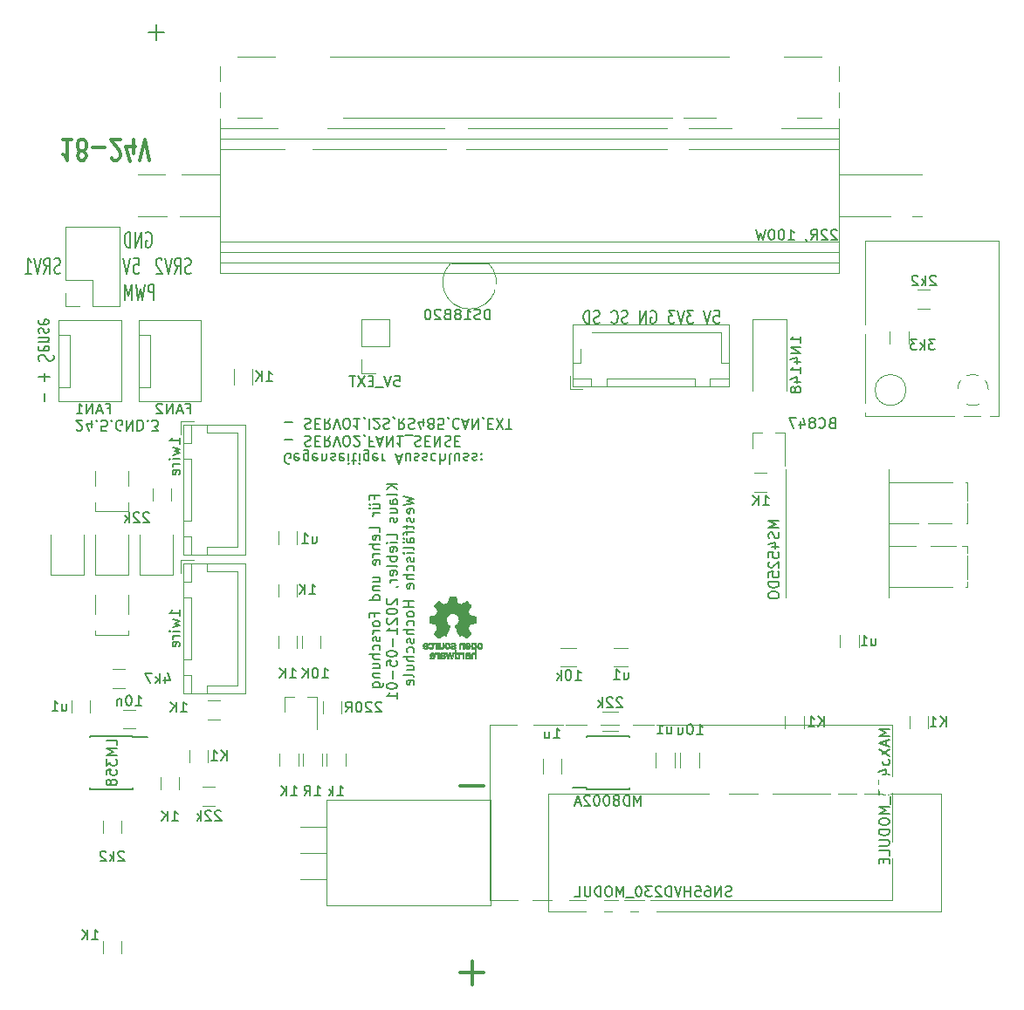
<source format=gbo>
G04 #@! TF.GenerationSoftware,KiCad,Pcbnew,(5.1.8)-1*
G04 #@! TF.CreationDate,2021-08-06T23:14:03+02:00*
G04 #@! TF.ProjectId,labAThome,6c616241-5468-46f6-9d65-2e6b69636164,rev?*
G04 #@! TF.SameCoordinates,Original*
G04 #@! TF.FileFunction,Legend,Bot*
G04 #@! TF.FilePolarity,Positive*
%FSLAX46Y46*%
G04 Gerber Fmt 4.6, Leading zero omitted, Abs format (unit mm)*
G04 Created by KiCad (PCBNEW (5.1.8)-1) date 2021-08-06 23:14:03*
%MOMM*%
%LPD*%
G01*
G04 APERTURE LIST*
%ADD10C,0.150000*%
%ADD11C,0.200000*%
%ADD12C,0.300000*%
%ADD13C,0.120000*%
%ADD14C,0.010000*%
%ADD15C,1.800000*%
%ADD16C,1.700000*%
%ADD17O,1.600000X2.000000*%
%ADD18R,2.000000X3.200000*%
%ADD19O,3.048000X1.850000*%
%ADD20O,1.850000X3.048000*%
%ADD21C,3.200000*%
%ADD22O,1.700000X1.700000*%
%ADD23R,1.700000X1.700000*%
%ADD24C,3.600000*%
%ADD25O,9.500000X7.500000*%
%ADD26O,2.000000X1.700000*%
%ADD27O,2.000000X1.800000*%
%ADD28C,4.000000*%
%ADD29R,2.200000X0.600000*%
%ADD30O,1.800000X2.200000*%
%ADD31R,1.050000X1.500000*%
%ADD32O,1.050000X1.500000*%
%ADD33O,1.700000X2.200000*%
%ADD34C,0.100000*%
%ADD35R,0.800000X1.900000*%
%ADD36O,2.030000X1.730000*%
%ADD37R,2.030000X1.730000*%
%ADD38R,1.800000X1.800000*%
%ADD39O,1.600000X2.400000*%
%ADD40R,1.600000X2.400000*%
%ADD41C,3.400000*%
%ADD42O,1.950000X1.700000*%
%ADD43O,2.000000X1.905000*%
%ADD44R,2.000000X1.905000*%
%ADD45O,3.500000X3.500000*%
%ADD46R,2.200000X1.550000*%
%ADD47R,2.200000X2.500000*%
%ADD48O,2.200000X1.700000*%
%ADD49C,2.000000*%
%ADD50R,1.350000X4.200000*%
%ADD51R,1.800000X3.500000*%
%ADD52C,1.200000*%
%ADD53O,1.700000X1.950000*%
%ADD54O,2.200000X1.800000*%
%ADD55C,1.400000*%
%ADD56R,1.400000X1.400000*%
%ADD57R,2.200000X1.800000*%
%ADD58R,3.500000X3.500000*%
G04 APERTURE END LIST*
D10*
X36052619Y-73223380D02*
X36100238Y-73271000D01*
X36195476Y-73318619D01*
X36433571Y-73318619D01*
X36528809Y-73271000D01*
X36576428Y-73223380D01*
X36624047Y-73128142D01*
X36624047Y-73032904D01*
X36576428Y-72890047D01*
X36005000Y-72318619D01*
X36624047Y-72318619D01*
X37481190Y-72985285D02*
X37481190Y-72318619D01*
X37243095Y-73366238D02*
X37005000Y-72651952D01*
X37624047Y-72651952D01*
X38005000Y-72413857D02*
X38052619Y-72366238D01*
X38005000Y-72318619D01*
X37957380Y-72366238D01*
X38005000Y-72413857D01*
X38005000Y-72318619D01*
X38957380Y-73318619D02*
X38481190Y-73318619D01*
X38433571Y-72842428D01*
X38481190Y-72890047D01*
X38576428Y-72937666D01*
X38814523Y-72937666D01*
X38909761Y-72890047D01*
X38957380Y-72842428D01*
X39005000Y-72747190D01*
X39005000Y-72509095D01*
X38957380Y-72413857D01*
X38909761Y-72366238D01*
X38814523Y-72318619D01*
X38576428Y-72318619D01*
X38481190Y-72366238D01*
X38433571Y-72413857D01*
X39433571Y-72413857D02*
X39481190Y-72366238D01*
X39433571Y-72318619D01*
X39385952Y-72366238D01*
X39433571Y-72413857D01*
X39433571Y-72318619D01*
X40433571Y-73271000D02*
X40338333Y-73318619D01*
X40195476Y-73318619D01*
X40052619Y-73271000D01*
X39957380Y-73175761D01*
X39909761Y-73080523D01*
X39862142Y-72890047D01*
X39862142Y-72747190D01*
X39909761Y-72556714D01*
X39957380Y-72461476D01*
X40052619Y-72366238D01*
X40195476Y-72318619D01*
X40290714Y-72318619D01*
X40433571Y-72366238D01*
X40481190Y-72413857D01*
X40481190Y-72747190D01*
X40290714Y-72747190D01*
X40909761Y-72318619D02*
X40909761Y-73318619D01*
X41481190Y-72318619D01*
X41481190Y-73318619D01*
X41957380Y-72318619D02*
X41957380Y-73318619D01*
X42195476Y-73318619D01*
X42338333Y-73271000D01*
X42433571Y-73175761D01*
X42481190Y-73080523D01*
X42528809Y-72890047D01*
X42528809Y-72747190D01*
X42481190Y-72556714D01*
X42433571Y-72461476D01*
X42338333Y-72366238D01*
X42195476Y-72318619D01*
X41957380Y-72318619D01*
X42957380Y-72413857D02*
X43005000Y-72366238D01*
X42957380Y-72318619D01*
X42909761Y-72366238D01*
X42957380Y-72413857D01*
X42957380Y-72318619D01*
X43338333Y-73318619D02*
X43957380Y-73318619D01*
X43624047Y-72937666D01*
X43766904Y-72937666D01*
X43862142Y-72890047D01*
X43909761Y-72842428D01*
X43957380Y-72747190D01*
X43957380Y-72509095D01*
X43909761Y-72413857D01*
X43862142Y-72366238D01*
X43766904Y-72318619D01*
X43481190Y-72318619D01*
X43385952Y-72366238D01*
X43338333Y-72413857D01*
D11*
X47135428Y-58011142D02*
X46992571Y-58082571D01*
X46754476Y-58082571D01*
X46659238Y-58011142D01*
X46611619Y-57939714D01*
X46564000Y-57796857D01*
X46564000Y-57654000D01*
X46611619Y-57511142D01*
X46659238Y-57439714D01*
X46754476Y-57368285D01*
X46944952Y-57296857D01*
X47040190Y-57225428D01*
X47087809Y-57154000D01*
X47135428Y-57011142D01*
X47135428Y-56868285D01*
X47087809Y-56725428D01*
X47040190Y-56654000D01*
X46944952Y-56582571D01*
X46706857Y-56582571D01*
X46564000Y-56654000D01*
X45564000Y-58082571D02*
X45897333Y-57368285D01*
X46135428Y-58082571D02*
X46135428Y-56582571D01*
X45754476Y-56582571D01*
X45659238Y-56654000D01*
X45611619Y-56725428D01*
X45564000Y-56868285D01*
X45564000Y-57082571D01*
X45611619Y-57225428D01*
X45659238Y-57296857D01*
X45754476Y-57368285D01*
X46135428Y-57368285D01*
X45278285Y-56582571D02*
X44944952Y-58082571D01*
X44611619Y-56582571D01*
X44325904Y-56725428D02*
X44278285Y-56654000D01*
X44183047Y-56582571D01*
X43944952Y-56582571D01*
X43849714Y-56654000D01*
X43802095Y-56725428D01*
X43754476Y-56868285D01*
X43754476Y-57011142D01*
X43802095Y-57225428D01*
X44373523Y-58082571D01*
X43754476Y-58082571D01*
X34477523Y-58011142D02*
X34334666Y-58082571D01*
X34096571Y-58082571D01*
X34001333Y-58011142D01*
X33953714Y-57939714D01*
X33906095Y-57796857D01*
X33906095Y-57654000D01*
X33953714Y-57511142D01*
X34001333Y-57439714D01*
X34096571Y-57368285D01*
X34287047Y-57296857D01*
X34382285Y-57225428D01*
X34429904Y-57154000D01*
X34477523Y-57011142D01*
X34477523Y-56868285D01*
X34429904Y-56725428D01*
X34382285Y-56654000D01*
X34287047Y-56582571D01*
X34048952Y-56582571D01*
X33906095Y-56654000D01*
X32906095Y-58082571D02*
X33239428Y-57368285D01*
X33477523Y-58082571D02*
X33477523Y-56582571D01*
X33096571Y-56582571D01*
X33001333Y-56654000D01*
X32953714Y-56725428D01*
X32906095Y-56868285D01*
X32906095Y-57082571D01*
X32953714Y-57225428D01*
X33001333Y-57296857D01*
X33096571Y-57368285D01*
X33477523Y-57368285D01*
X32620380Y-56582571D02*
X32287047Y-58082571D01*
X31953714Y-56582571D01*
X31096571Y-58082571D02*
X31668000Y-58082571D01*
X31382285Y-58082571D02*
X31382285Y-56582571D01*
X31477523Y-56796857D01*
X31572761Y-56939714D01*
X31668000Y-57011142D01*
X32912857Y-70500380D02*
X32912857Y-69738476D01*
X32912857Y-68500380D02*
X32912857Y-67738476D01*
X32341428Y-68119428D02*
X33484285Y-68119428D01*
X32412857Y-66548000D02*
X32341428Y-66405142D01*
X32341428Y-66167047D01*
X32412857Y-66071809D01*
X32484285Y-66024190D01*
X32627142Y-65976571D01*
X32770000Y-65976571D01*
X32912857Y-66024190D01*
X32984285Y-66071809D01*
X33055714Y-66167047D01*
X33127142Y-66357523D01*
X33198571Y-66452761D01*
X33270000Y-66500380D01*
X33412857Y-66548000D01*
X33555714Y-66548000D01*
X33698571Y-66500380D01*
X33770000Y-66452761D01*
X33841428Y-66357523D01*
X33841428Y-66119428D01*
X33770000Y-65976571D01*
X32412857Y-65167047D02*
X32341428Y-65262285D01*
X32341428Y-65452761D01*
X32412857Y-65548000D01*
X32555714Y-65595619D01*
X33127142Y-65595619D01*
X33270000Y-65548000D01*
X33341428Y-65452761D01*
X33341428Y-65262285D01*
X33270000Y-65167047D01*
X33127142Y-65119428D01*
X32984285Y-65119428D01*
X32841428Y-65595619D01*
X33341428Y-64690857D02*
X32341428Y-64690857D01*
X33198571Y-64690857D02*
X33270000Y-64643238D01*
X33341428Y-64548000D01*
X33341428Y-64405142D01*
X33270000Y-64309904D01*
X33127142Y-64262285D01*
X32341428Y-64262285D01*
X32412857Y-63833714D02*
X32341428Y-63738476D01*
X32341428Y-63548000D01*
X32412857Y-63452761D01*
X32555714Y-63405142D01*
X32627142Y-63405142D01*
X32770000Y-63452761D01*
X32841428Y-63548000D01*
X32841428Y-63690857D01*
X32912857Y-63786095D01*
X33055714Y-63833714D01*
X33127142Y-63833714D01*
X33270000Y-63786095D01*
X33341428Y-63690857D01*
X33341428Y-63548000D01*
X33270000Y-63452761D01*
X32412857Y-62595619D02*
X32341428Y-62690857D01*
X32341428Y-62881333D01*
X32412857Y-62976571D01*
X32555714Y-63024190D01*
X33127142Y-63024190D01*
X33270000Y-62976571D01*
X33341428Y-62881333D01*
X33341428Y-62690857D01*
X33270000Y-62595619D01*
X33127142Y-62548000D01*
X32984285Y-62548000D01*
X32841428Y-63024190D01*
X56771904Y-76495000D02*
X56676666Y-76542619D01*
X56533809Y-76542619D01*
X56390952Y-76495000D01*
X56295714Y-76399761D01*
X56248095Y-76304523D01*
X56200476Y-76114047D01*
X56200476Y-75971190D01*
X56248095Y-75780714D01*
X56295714Y-75685476D01*
X56390952Y-75590238D01*
X56533809Y-75542619D01*
X56629047Y-75542619D01*
X56771904Y-75590238D01*
X56819523Y-75637857D01*
X56819523Y-75971190D01*
X56629047Y-75971190D01*
X57629047Y-75590238D02*
X57533809Y-75542619D01*
X57343333Y-75542619D01*
X57248095Y-75590238D01*
X57200476Y-75685476D01*
X57200476Y-76066428D01*
X57248095Y-76161666D01*
X57343333Y-76209285D01*
X57533809Y-76209285D01*
X57629047Y-76161666D01*
X57676666Y-76066428D01*
X57676666Y-75971190D01*
X57200476Y-75875952D01*
X58533809Y-76209285D02*
X58533809Y-75399761D01*
X58486190Y-75304523D01*
X58438571Y-75256904D01*
X58343333Y-75209285D01*
X58200476Y-75209285D01*
X58105238Y-75256904D01*
X58533809Y-75590238D02*
X58438571Y-75542619D01*
X58248095Y-75542619D01*
X58152857Y-75590238D01*
X58105238Y-75637857D01*
X58057619Y-75733095D01*
X58057619Y-76018809D01*
X58105238Y-76114047D01*
X58152857Y-76161666D01*
X58248095Y-76209285D01*
X58438571Y-76209285D01*
X58533809Y-76161666D01*
X59390952Y-75590238D02*
X59295714Y-75542619D01*
X59105238Y-75542619D01*
X59010000Y-75590238D01*
X58962380Y-75685476D01*
X58962380Y-76066428D01*
X59010000Y-76161666D01*
X59105238Y-76209285D01*
X59295714Y-76209285D01*
X59390952Y-76161666D01*
X59438571Y-76066428D01*
X59438571Y-75971190D01*
X58962380Y-75875952D01*
X59867142Y-76209285D02*
X59867142Y-75542619D01*
X59867142Y-76114047D02*
X59914761Y-76161666D01*
X60010000Y-76209285D01*
X60152857Y-76209285D01*
X60248095Y-76161666D01*
X60295714Y-76066428D01*
X60295714Y-75542619D01*
X60724285Y-75590238D02*
X60819523Y-75542619D01*
X61010000Y-75542619D01*
X61105238Y-75590238D01*
X61152857Y-75685476D01*
X61152857Y-75733095D01*
X61105238Y-75828333D01*
X61010000Y-75875952D01*
X60867142Y-75875952D01*
X60771904Y-75923571D01*
X60724285Y-76018809D01*
X60724285Y-76066428D01*
X60771904Y-76161666D01*
X60867142Y-76209285D01*
X61010000Y-76209285D01*
X61105238Y-76161666D01*
X61962380Y-75590238D02*
X61867142Y-75542619D01*
X61676666Y-75542619D01*
X61581428Y-75590238D01*
X61533809Y-75685476D01*
X61533809Y-76066428D01*
X61581428Y-76161666D01*
X61676666Y-76209285D01*
X61867142Y-76209285D01*
X61962380Y-76161666D01*
X62010000Y-76066428D01*
X62010000Y-75971190D01*
X61533809Y-75875952D01*
X62438571Y-75542619D02*
X62438571Y-76209285D01*
X62438571Y-76542619D02*
X62390952Y-76495000D01*
X62438571Y-76447380D01*
X62486190Y-76495000D01*
X62438571Y-76542619D01*
X62438571Y-76447380D01*
X62771904Y-76209285D02*
X63152857Y-76209285D01*
X62914761Y-76542619D02*
X62914761Y-75685476D01*
X62962380Y-75590238D01*
X63057619Y-75542619D01*
X63152857Y-75542619D01*
X63486190Y-75542619D02*
X63486190Y-76209285D01*
X63486190Y-76542619D02*
X63438571Y-76495000D01*
X63486190Y-76447380D01*
X63533809Y-76495000D01*
X63486190Y-76542619D01*
X63486190Y-76447380D01*
X64390952Y-76209285D02*
X64390952Y-75399761D01*
X64343333Y-75304523D01*
X64295714Y-75256904D01*
X64200476Y-75209285D01*
X64057619Y-75209285D01*
X63962380Y-75256904D01*
X64390952Y-75590238D02*
X64295714Y-75542619D01*
X64105238Y-75542619D01*
X64009999Y-75590238D01*
X63962380Y-75637857D01*
X63914761Y-75733095D01*
X63914761Y-76018809D01*
X63962380Y-76114047D01*
X64009999Y-76161666D01*
X64105238Y-76209285D01*
X64295714Y-76209285D01*
X64390952Y-76161666D01*
X65248095Y-75590238D02*
X65152857Y-75542619D01*
X64962380Y-75542619D01*
X64867142Y-75590238D01*
X64819523Y-75685476D01*
X64819523Y-76066428D01*
X64867142Y-76161666D01*
X64962380Y-76209285D01*
X65152857Y-76209285D01*
X65248095Y-76161666D01*
X65295714Y-76066428D01*
X65295714Y-75971190D01*
X64819523Y-75875952D01*
X65724285Y-75542619D02*
X65724285Y-76209285D01*
X65724285Y-76018809D02*
X65771904Y-76114047D01*
X65819523Y-76161666D01*
X65914761Y-76209285D01*
X66009999Y-76209285D01*
X67057619Y-75828333D02*
X67533809Y-75828333D01*
X66962380Y-75542619D02*
X67295714Y-76542619D01*
X67629047Y-75542619D01*
X68390952Y-76209285D02*
X68390952Y-75542619D01*
X67962380Y-76209285D02*
X67962380Y-75685476D01*
X68010000Y-75590238D01*
X68105238Y-75542619D01*
X68248095Y-75542619D01*
X68343333Y-75590238D01*
X68390952Y-75637857D01*
X68819523Y-75590238D02*
X68914761Y-75542619D01*
X69105238Y-75542619D01*
X69200476Y-75590238D01*
X69248095Y-75685476D01*
X69248095Y-75733095D01*
X69200476Y-75828333D01*
X69105238Y-75875952D01*
X68962380Y-75875952D01*
X68867142Y-75923571D01*
X68819523Y-76018809D01*
X68819523Y-76066428D01*
X68867142Y-76161666D01*
X68962380Y-76209285D01*
X69105238Y-76209285D01*
X69200476Y-76161666D01*
X69629047Y-75590238D02*
X69724285Y-75542619D01*
X69914761Y-75542619D01*
X70010000Y-75590238D01*
X70057619Y-75685476D01*
X70057619Y-75733095D01*
X70010000Y-75828333D01*
X69914761Y-75875952D01*
X69771904Y-75875952D01*
X69676666Y-75923571D01*
X69629047Y-76018809D01*
X69629047Y-76066428D01*
X69676666Y-76161666D01*
X69771904Y-76209285D01*
X69914761Y-76209285D01*
X70010000Y-76161666D01*
X70914761Y-75590238D02*
X70819523Y-75542619D01*
X70629047Y-75542619D01*
X70533809Y-75590238D01*
X70486190Y-75637857D01*
X70438571Y-75733095D01*
X70438571Y-76018809D01*
X70486190Y-76114047D01*
X70533809Y-76161666D01*
X70629047Y-76209285D01*
X70819523Y-76209285D01*
X70914761Y-76161666D01*
X71343333Y-75542619D02*
X71343333Y-76542619D01*
X71771904Y-75542619D02*
X71771904Y-76066428D01*
X71724285Y-76161666D01*
X71629047Y-76209285D01*
X71486190Y-76209285D01*
X71390952Y-76161666D01*
X71343333Y-76114047D01*
X72390952Y-75542619D02*
X72295714Y-75590238D01*
X72248095Y-75685476D01*
X72248095Y-76542619D01*
X73200476Y-76209285D02*
X73200476Y-75542619D01*
X72771904Y-76209285D02*
X72771904Y-75685476D01*
X72819523Y-75590238D01*
X72914761Y-75542619D01*
X73057619Y-75542619D01*
X73152857Y-75590238D01*
X73200476Y-75637857D01*
X73629047Y-75590238D02*
X73724285Y-75542619D01*
X73914761Y-75542619D01*
X74010000Y-75590238D01*
X74057619Y-75685476D01*
X74057619Y-75733095D01*
X74010000Y-75828333D01*
X73914761Y-75875952D01*
X73771904Y-75875952D01*
X73676666Y-75923571D01*
X73629047Y-76018809D01*
X73629047Y-76066428D01*
X73676666Y-76161666D01*
X73771904Y-76209285D01*
X73914761Y-76209285D01*
X74010000Y-76161666D01*
X74438571Y-75590238D02*
X74533809Y-75542619D01*
X74724285Y-75542619D01*
X74819523Y-75590238D01*
X74867142Y-75685476D01*
X74867142Y-75733095D01*
X74819523Y-75828333D01*
X74724285Y-75875952D01*
X74581428Y-75875952D01*
X74486190Y-75923571D01*
X74438571Y-76018809D01*
X74438571Y-76066428D01*
X74486190Y-76161666D01*
X74581428Y-76209285D01*
X74724285Y-76209285D01*
X74819523Y-76161666D01*
X75295714Y-75637857D02*
X75343333Y-75590238D01*
X75295714Y-75542619D01*
X75248095Y-75590238D01*
X75295714Y-75637857D01*
X75295714Y-75542619D01*
X75295714Y-76161666D02*
X75343333Y-76114047D01*
X75295714Y-76066428D01*
X75248095Y-76114047D01*
X75295714Y-76161666D01*
X75295714Y-76066428D01*
X56248095Y-74223571D02*
X57010000Y-74223571D01*
X58200476Y-73890238D02*
X58343333Y-73842619D01*
X58581428Y-73842619D01*
X58676666Y-73890238D01*
X58724285Y-73937857D01*
X58771904Y-74033095D01*
X58771904Y-74128333D01*
X58724285Y-74223571D01*
X58676666Y-74271190D01*
X58581428Y-74318809D01*
X58390952Y-74366428D01*
X58295714Y-74414047D01*
X58248095Y-74461666D01*
X58200476Y-74556904D01*
X58200476Y-74652142D01*
X58248095Y-74747380D01*
X58295714Y-74795000D01*
X58390952Y-74842619D01*
X58629047Y-74842619D01*
X58771904Y-74795000D01*
X59200476Y-74366428D02*
X59533809Y-74366428D01*
X59676666Y-73842619D02*
X59200476Y-73842619D01*
X59200476Y-74842619D01*
X59676666Y-74842619D01*
X60676666Y-73842619D02*
X60343333Y-74318809D01*
X60105238Y-73842619D02*
X60105238Y-74842619D01*
X60486190Y-74842619D01*
X60581428Y-74795000D01*
X60629047Y-74747380D01*
X60676666Y-74652142D01*
X60676666Y-74509285D01*
X60629047Y-74414047D01*
X60581428Y-74366428D01*
X60486190Y-74318809D01*
X60105238Y-74318809D01*
X60962380Y-74842619D02*
X61295714Y-73842619D01*
X61629047Y-74842619D01*
X62152857Y-74842619D02*
X62343333Y-74842619D01*
X62438571Y-74795000D01*
X62533809Y-74699761D01*
X62581428Y-74509285D01*
X62581428Y-74175952D01*
X62533809Y-73985476D01*
X62438571Y-73890238D01*
X62343333Y-73842619D01*
X62152857Y-73842619D01*
X62057619Y-73890238D01*
X61962380Y-73985476D01*
X61914761Y-74175952D01*
X61914761Y-74509285D01*
X61962380Y-74699761D01*
X62057619Y-74795000D01*
X62152857Y-74842619D01*
X62962380Y-74747380D02*
X63010000Y-74795000D01*
X63105238Y-74842619D01*
X63343333Y-74842619D01*
X63438571Y-74795000D01*
X63486190Y-74747380D01*
X63533809Y-74652142D01*
X63533809Y-74556904D01*
X63486190Y-74414047D01*
X62914761Y-73842619D01*
X63533809Y-73842619D01*
X64010000Y-73890238D02*
X64010000Y-73842619D01*
X63962380Y-73747380D01*
X63914761Y-73699761D01*
X64771904Y-74366428D02*
X64438571Y-74366428D01*
X64438571Y-73842619D02*
X64438571Y-74842619D01*
X64914761Y-74842619D01*
X65248095Y-74128333D02*
X65724285Y-74128333D01*
X65152857Y-73842619D02*
X65486190Y-74842619D01*
X65819523Y-73842619D01*
X66152857Y-73842619D02*
X66152857Y-74842619D01*
X66724285Y-73842619D01*
X66724285Y-74842619D01*
X67724285Y-73842619D02*
X67152857Y-73842619D01*
X67438571Y-73842619D02*
X67438571Y-74842619D01*
X67343333Y-74699761D01*
X67248095Y-74604523D01*
X67152857Y-74556904D01*
X67914761Y-73747380D02*
X68676666Y-73747380D01*
X68867142Y-73890238D02*
X69010000Y-73842619D01*
X69248095Y-73842619D01*
X69343333Y-73890238D01*
X69390952Y-73937857D01*
X69438571Y-74033095D01*
X69438571Y-74128333D01*
X69390952Y-74223571D01*
X69343333Y-74271190D01*
X69248095Y-74318809D01*
X69057619Y-74366428D01*
X68962380Y-74414047D01*
X68914761Y-74461666D01*
X68867142Y-74556904D01*
X68867142Y-74652142D01*
X68914761Y-74747380D01*
X68962380Y-74795000D01*
X69057619Y-74842619D01*
X69295714Y-74842619D01*
X69438571Y-74795000D01*
X69867142Y-74366428D02*
X70200476Y-74366428D01*
X70343333Y-73842619D02*
X69867142Y-73842619D01*
X69867142Y-74842619D01*
X70343333Y-74842619D01*
X70771904Y-73842619D02*
X70771904Y-74842619D01*
X71343333Y-73842619D01*
X71343333Y-74842619D01*
X71771904Y-73890238D02*
X71914761Y-73842619D01*
X72152857Y-73842619D01*
X72248095Y-73890238D01*
X72295714Y-73937857D01*
X72343333Y-74033095D01*
X72343333Y-74128333D01*
X72295714Y-74223571D01*
X72248095Y-74271190D01*
X72152857Y-74318809D01*
X71962380Y-74366428D01*
X71867142Y-74414047D01*
X71819523Y-74461666D01*
X71771904Y-74556904D01*
X71771904Y-74652142D01*
X71819523Y-74747380D01*
X71867142Y-74795000D01*
X71962380Y-74842619D01*
X72200476Y-74842619D01*
X72343333Y-74795000D01*
X72771904Y-74366428D02*
X73105238Y-74366428D01*
X73248095Y-73842619D02*
X72771904Y-73842619D01*
X72771904Y-74842619D01*
X73248095Y-74842619D01*
X56248095Y-72523571D02*
X57010000Y-72523571D01*
X58200476Y-72190238D02*
X58343333Y-72142619D01*
X58581428Y-72142619D01*
X58676666Y-72190238D01*
X58724285Y-72237857D01*
X58771904Y-72333095D01*
X58771904Y-72428333D01*
X58724285Y-72523571D01*
X58676666Y-72571190D01*
X58581428Y-72618809D01*
X58390952Y-72666428D01*
X58295714Y-72714047D01*
X58248095Y-72761666D01*
X58200476Y-72856904D01*
X58200476Y-72952142D01*
X58248095Y-73047380D01*
X58295714Y-73095000D01*
X58390952Y-73142619D01*
X58629047Y-73142619D01*
X58771904Y-73095000D01*
X59200476Y-72666428D02*
X59533809Y-72666428D01*
X59676666Y-72142619D02*
X59200476Y-72142619D01*
X59200476Y-73142619D01*
X59676666Y-73142619D01*
X60676666Y-72142619D02*
X60343333Y-72618809D01*
X60105238Y-72142619D02*
X60105238Y-73142619D01*
X60486190Y-73142619D01*
X60581428Y-73095000D01*
X60629047Y-73047380D01*
X60676666Y-72952142D01*
X60676666Y-72809285D01*
X60629047Y-72714047D01*
X60581428Y-72666428D01*
X60486190Y-72618809D01*
X60105238Y-72618809D01*
X60962380Y-73142619D02*
X61295714Y-72142619D01*
X61629047Y-73142619D01*
X62152857Y-73142619D02*
X62343333Y-73142619D01*
X62438571Y-73095000D01*
X62533809Y-72999761D01*
X62581428Y-72809285D01*
X62581428Y-72475952D01*
X62533809Y-72285476D01*
X62438571Y-72190238D01*
X62343333Y-72142619D01*
X62152857Y-72142619D01*
X62057619Y-72190238D01*
X61962380Y-72285476D01*
X61914761Y-72475952D01*
X61914761Y-72809285D01*
X61962380Y-72999761D01*
X62057619Y-73095000D01*
X62152857Y-73142619D01*
X63533809Y-72142619D02*
X62962380Y-72142619D01*
X63248095Y-72142619D02*
X63248095Y-73142619D01*
X63152857Y-72999761D01*
X63057619Y-72904523D01*
X62962380Y-72856904D01*
X64009999Y-72190238D02*
X64009999Y-72142619D01*
X63962380Y-72047380D01*
X63914761Y-71999761D01*
X64438571Y-72142619D02*
X64438571Y-73142619D01*
X64867142Y-73047380D02*
X64914761Y-73095000D01*
X65009999Y-73142619D01*
X65248095Y-73142619D01*
X65343333Y-73095000D01*
X65390952Y-73047380D01*
X65438571Y-72952142D01*
X65438571Y-72856904D01*
X65390952Y-72714047D01*
X64819523Y-72142619D01*
X65438571Y-72142619D01*
X65819523Y-72190238D02*
X65962380Y-72142619D01*
X66200476Y-72142619D01*
X66295714Y-72190238D01*
X66343333Y-72237857D01*
X66390952Y-72333095D01*
X66390952Y-72428333D01*
X66343333Y-72523571D01*
X66295714Y-72571190D01*
X66200476Y-72618809D01*
X66009999Y-72666428D01*
X65914761Y-72714047D01*
X65867142Y-72761666D01*
X65819523Y-72856904D01*
X65819523Y-72952142D01*
X65867142Y-73047380D01*
X65914761Y-73095000D01*
X66009999Y-73142619D01*
X66248095Y-73142619D01*
X66390952Y-73095000D01*
X66867142Y-72190238D02*
X66867142Y-72142619D01*
X66819523Y-72047380D01*
X66771904Y-71999761D01*
X67867142Y-72142619D02*
X67533809Y-72618809D01*
X67295714Y-72142619D02*
X67295714Y-73142619D01*
X67676666Y-73142619D01*
X67771904Y-73095000D01*
X67819523Y-73047380D01*
X67867142Y-72952142D01*
X67867142Y-72809285D01*
X67819523Y-72714047D01*
X67771904Y-72666428D01*
X67676666Y-72618809D01*
X67295714Y-72618809D01*
X68248095Y-72190238D02*
X68390952Y-72142619D01*
X68629047Y-72142619D01*
X68724285Y-72190238D01*
X68771904Y-72237857D01*
X68819523Y-72333095D01*
X68819523Y-72428333D01*
X68771904Y-72523571D01*
X68724285Y-72571190D01*
X68629047Y-72618809D01*
X68438571Y-72666428D01*
X68343333Y-72714047D01*
X68295714Y-72761666D01*
X68248095Y-72856904D01*
X68248095Y-72952142D01*
X68295714Y-73047380D01*
X68343333Y-73095000D01*
X68438571Y-73142619D01*
X68676666Y-73142619D01*
X68819523Y-73095000D01*
X69676666Y-72809285D02*
X69676666Y-72142619D01*
X69438571Y-73190238D02*
X69200476Y-72475952D01*
X69819523Y-72475952D01*
X70343333Y-72714047D02*
X70248095Y-72761666D01*
X70200476Y-72809285D01*
X70152857Y-72904523D01*
X70152857Y-72952142D01*
X70200476Y-73047380D01*
X70248095Y-73095000D01*
X70343333Y-73142619D01*
X70533809Y-73142619D01*
X70629047Y-73095000D01*
X70676666Y-73047380D01*
X70724285Y-72952142D01*
X70724285Y-72904523D01*
X70676666Y-72809285D01*
X70629047Y-72761666D01*
X70533809Y-72714047D01*
X70343333Y-72714047D01*
X70248095Y-72666428D01*
X70200476Y-72618809D01*
X70152857Y-72523571D01*
X70152857Y-72333095D01*
X70200476Y-72237857D01*
X70248095Y-72190238D01*
X70343333Y-72142619D01*
X70533809Y-72142619D01*
X70629047Y-72190238D01*
X70676666Y-72237857D01*
X70724285Y-72333095D01*
X70724285Y-72523571D01*
X70676666Y-72618809D01*
X70629047Y-72666428D01*
X70533809Y-72714047D01*
X71629047Y-73142619D02*
X71152857Y-73142619D01*
X71105238Y-72666428D01*
X71152857Y-72714047D01*
X71248095Y-72761666D01*
X71486190Y-72761666D01*
X71581428Y-72714047D01*
X71629047Y-72666428D01*
X71676666Y-72571190D01*
X71676666Y-72333095D01*
X71629047Y-72237857D01*
X71581428Y-72190238D01*
X71486190Y-72142619D01*
X71248095Y-72142619D01*
X71152857Y-72190238D01*
X71105238Y-72237857D01*
X72152857Y-72190238D02*
X72152857Y-72142619D01*
X72105238Y-72047380D01*
X72057619Y-71999761D01*
X73152857Y-72237857D02*
X73105238Y-72190238D01*
X72962380Y-72142619D01*
X72867142Y-72142619D01*
X72724285Y-72190238D01*
X72629047Y-72285476D01*
X72581428Y-72380714D01*
X72533809Y-72571190D01*
X72533809Y-72714047D01*
X72581428Y-72904523D01*
X72629047Y-72999761D01*
X72724285Y-73095000D01*
X72867142Y-73142619D01*
X72962380Y-73142619D01*
X73105238Y-73095000D01*
X73152857Y-73047380D01*
X73533809Y-72428333D02*
X74010000Y-72428333D01*
X73438571Y-72142619D02*
X73771904Y-73142619D01*
X74105238Y-72142619D01*
X74438571Y-72142619D02*
X74438571Y-73142619D01*
X75010000Y-72142619D01*
X75010000Y-73142619D01*
X75533809Y-72190238D02*
X75533809Y-72142619D01*
X75486190Y-72047380D01*
X75438571Y-71999761D01*
X75962380Y-72666428D02*
X76295714Y-72666428D01*
X76438571Y-72142619D02*
X75962380Y-72142619D01*
X75962380Y-73142619D01*
X76438571Y-73142619D01*
X76771904Y-73142619D02*
X77438571Y-72142619D01*
X77438571Y-73142619D02*
X76771904Y-72142619D01*
X77676666Y-73142619D02*
X78248095Y-73142619D01*
X77962380Y-72142619D02*
X77962380Y-73142619D01*
X97892428Y-61699857D02*
X98368619Y-61699857D01*
X98416238Y-62271285D01*
X98368619Y-62214142D01*
X98273380Y-62157000D01*
X98035285Y-62157000D01*
X97940047Y-62214142D01*
X97892428Y-62271285D01*
X97844809Y-62385571D01*
X97844809Y-62671285D01*
X97892428Y-62785571D01*
X97940047Y-62842714D01*
X98035285Y-62899857D01*
X98273380Y-62899857D01*
X98368619Y-62842714D01*
X98416238Y-62785571D01*
X97559095Y-61699857D02*
X97225761Y-62899857D01*
X96892428Y-61699857D01*
X95892428Y-61699857D02*
X95273380Y-61699857D01*
X95606714Y-62157000D01*
X95463857Y-62157000D01*
X95368619Y-62214142D01*
X95321000Y-62271285D01*
X95273380Y-62385571D01*
X95273380Y-62671285D01*
X95321000Y-62785571D01*
X95368619Y-62842714D01*
X95463857Y-62899857D01*
X95749571Y-62899857D01*
X95844809Y-62842714D01*
X95892428Y-62785571D01*
X94987666Y-61699857D02*
X94654333Y-62899857D01*
X94321000Y-61699857D01*
X94082904Y-61699857D02*
X93463857Y-61699857D01*
X93797190Y-62157000D01*
X93654333Y-62157000D01*
X93559095Y-62214142D01*
X93511476Y-62271285D01*
X93463857Y-62385571D01*
X93463857Y-62671285D01*
X93511476Y-62785571D01*
X93559095Y-62842714D01*
X93654333Y-62899857D01*
X93940047Y-62899857D01*
X94035285Y-62842714D01*
X94082904Y-62785571D01*
X91749571Y-61757000D02*
X91844809Y-61699857D01*
X91987666Y-61699857D01*
X92130523Y-61757000D01*
X92225761Y-61871285D01*
X92273380Y-61985571D01*
X92321000Y-62214142D01*
X92321000Y-62385571D01*
X92273380Y-62614142D01*
X92225761Y-62728428D01*
X92130523Y-62842714D01*
X91987666Y-62899857D01*
X91892428Y-62899857D01*
X91749571Y-62842714D01*
X91701952Y-62785571D01*
X91701952Y-62385571D01*
X91892428Y-62385571D01*
X91273380Y-62899857D02*
X91273380Y-61699857D01*
X90701952Y-62899857D01*
X90701952Y-61699857D01*
X89511476Y-62842714D02*
X89368619Y-62899857D01*
X89130523Y-62899857D01*
X89035285Y-62842714D01*
X88987666Y-62785571D01*
X88940047Y-62671285D01*
X88940047Y-62557000D01*
X88987666Y-62442714D01*
X89035285Y-62385571D01*
X89130523Y-62328428D01*
X89321000Y-62271285D01*
X89416238Y-62214142D01*
X89463857Y-62157000D01*
X89511476Y-62042714D01*
X89511476Y-61928428D01*
X89463857Y-61814142D01*
X89416238Y-61757000D01*
X89321000Y-61699857D01*
X89082904Y-61699857D01*
X88940047Y-61757000D01*
X87940047Y-62785571D02*
X87987666Y-62842714D01*
X88130523Y-62899857D01*
X88225761Y-62899857D01*
X88368619Y-62842714D01*
X88463857Y-62728428D01*
X88511476Y-62614142D01*
X88559095Y-62385571D01*
X88559095Y-62214142D01*
X88511476Y-61985571D01*
X88463857Y-61871285D01*
X88368619Y-61757000D01*
X88225761Y-61699857D01*
X88130523Y-61699857D01*
X87987666Y-61757000D01*
X87940047Y-61814142D01*
X86797190Y-62842714D02*
X86654333Y-62899857D01*
X86416238Y-62899857D01*
X86321000Y-62842714D01*
X86273380Y-62785571D01*
X86225761Y-62671285D01*
X86225761Y-62557000D01*
X86273380Y-62442714D01*
X86321000Y-62385571D01*
X86416238Y-62328428D01*
X86606714Y-62271285D01*
X86701952Y-62214142D01*
X86749571Y-62157000D01*
X86797190Y-62042714D01*
X86797190Y-61928428D01*
X86749571Y-61814142D01*
X86701952Y-61757000D01*
X86606714Y-61699857D01*
X86368619Y-61699857D01*
X86225761Y-61757000D01*
X85797190Y-62899857D02*
X85797190Y-61699857D01*
X85559095Y-61699857D01*
X85416238Y-61757000D01*
X85321000Y-61871285D01*
X85273380Y-61985571D01*
X85225761Y-62214142D01*
X85225761Y-62385571D01*
X85273380Y-62614142D01*
X85321000Y-62728428D01*
X85416238Y-62842714D01*
X85559095Y-62899857D01*
X85797190Y-62899857D01*
X43563619Y-60622571D02*
X43563619Y-59122571D01*
X43182666Y-59122571D01*
X43087428Y-59194000D01*
X43039809Y-59265428D01*
X42992190Y-59408285D01*
X42992190Y-59622571D01*
X43039809Y-59765428D01*
X43087428Y-59836857D01*
X43182666Y-59908285D01*
X43563619Y-59908285D01*
X42658857Y-59122571D02*
X42420761Y-60622571D01*
X42230285Y-59551142D01*
X42039809Y-60622571D01*
X41801714Y-59122571D01*
X41420761Y-60622571D02*
X41420761Y-59122571D01*
X41087428Y-60194000D01*
X40754095Y-59122571D01*
X40754095Y-60622571D01*
X41611238Y-56582571D02*
X42087428Y-56582571D01*
X42135047Y-57296857D01*
X42087428Y-57225428D01*
X41992190Y-57154000D01*
X41754095Y-57154000D01*
X41658857Y-57225428D01*
X41611238Y-57296857D01*
X41563619Y-57439714D01*
X41563619Y-57796857D01*
X41611238Y-57939714D01*
X41658857Y-58011142D01*
X41754095Y-58082571D01*
X41992190Y-58082571D01*
X42087428Y-58011142D01*
X42135047Y-57939714D01*
X41277904Y-56582571D02*
X40944571Y-58082571D01*
X40611238Y-56582571D01*
X42801714Y-54114000D02*
X42896952Y-54042571D01*
X43039809Y-54042571D01*
X43182666Y-54114000D01*
X43277904Y-54256857D01*
X43325523Y-54399714D01*
X43373142Y-54685428D01*
X43373142Y-54899714D01*
X43325523Y-55185428D01*
X43277904Y-55328285D01*
X43182666Y-55471142D01*
X43039809Y-55542571D01*
X42944571Y-55542571D01*
X42801714Y-55471142D01*
X42754095Y-55399714D01*
X42754095Y-54899714D01*
X42944571Y-54899714D01*
X42325523Y-55542571D02*
X42325523Y-54042571D01*
X41754095Y-55542571D01*
X41754095Y-54042571D01*
X41277904Y-55542571D02*
X41277904Y-54042571D01*
X41039809Y-54042571D01*
X40896952Y-54114000D01*
X40801714Y-54256857D01*
X40754095Y-54399714D01*
X40706476Y-54685428D01*
X40706476Y-54899714D01*
X40754095Y-55185428D01*
X40801714Y-55328285D01*
X40896952Y-55471142D01*
X41039809Y-55542571D01*
X41277904Y-55542571D01*
D12*
X73279142Y-107783285D02*
X75564857Y-107783285D01*
X73279142Y-125944285D02*
X75564857Y-125944285D01*
X74422000Y-127087142D02*
X74422000Y-124801428D01*
D10*
X43053095Y-34686857D02*
X44576904Y-34686857D01*
X43815000Y-35448761D02*
X43815000Y-33924952D01*
D12*
X35576285Y-45069238D02*
X34719142Y-45069238D01*
X35147714Y-45069238D02*
X35147714Y-47069238D01*
X35004857Y-46783523D01*
X34862000Y-46593047D01*
X34719142Y-46497809D01*
X36433428Y-46212095D02*
X36290571Y-46307333D01*
X36219142Y-46402571D01*
X36147714Y-46593047D01*
X36147714Y-46688285D01*
X36219142Y-46878761D01*
X36290571Y-46974000D01*
X36433428Y-47069238D01*
X36719142Y-47069238D01*
X36862000Y-46974000D01*
X36933428Y-46878761D01*
X37004857Y-46688285D01*
X37004857Y-46593047D01*
X36933428Y-46402571D01*
X36862000Y-46307333D01*
X36719142Y-46212095D01*
X36433428Y-46212095D01*
X36290571Y-46116857D01*
X36219142Y-46021619D01*
X36147714Y-45831142D01*
X36147714Y-45450190D01*
X36219142Y-45259714D01*
X36290571Y-45164476D01*
X36433428Y-45069238D01*
X36719142Y-45069238D01*
X36862000Y-45164476D01*
X36933428Y-45259714D01*
X37004857Y-45450190D01*
X37004857Y-45831142D01*
X36933428Y-46021619D01*
X36862000Y-46116857D01*
X36719142Y-46212095D01*
X37647714Y-45831142D02*
X38790571Y-45831142D01*
X39433428Y-46878761D02*
X39504857Y-46974000D01*
X39647714Y-47069238D01*
X40004857Y-47069238D01*
X40147714Y-46974000D01*
X40219142Y-46878761D01*
X40290571Y-46688285D01*
X40290571Y-46497809D01*
X40219142Y-46212095D01*
X39362000Y-45069238D01*
X40290571Y-45069238D01*
X41576285Y-46402571D02*
X41576285Y-45069238D01*
X41219142Y-47164476D02*
X40862000Y-45735904D01*
X41790571Y-45735904D01*
X42147714Y-47069238D02*
X42647714Y-45069238D01*
X43147714Y-47069238D01*
D10*
X64953571Y-79923809D02*
X64953571Y-79590476D01*
X65477380Y-79590476D02*
X64477380Y-79590476D01*
X64477380Y-80066666D01*
X64810714Y-80876190D02*
X65477380Y-80876190D01*
X64810714Y-80447619D02*
X65334523Y-80447619D01*
X65429761Y-80495238D01*
X65477380Y-80590476D01*
X65477380Y-80733333D01*
X65429761Y-80828571D01*
X65382142Y-80876190D01*
X64477380Y-80495238D02*
X64525000Y-80542857D01*
X64572619Y-80495238D01*
X64525000Y-80447619D01*
X64477380Y-80495238D01*
X64572619Y-80495238D01*
X64477380Y-80876190D02*
X64525000Y-80923809D01*
X64572619Y-80876190D01*
X64525000Y-80828571D01*
X64477380Y-80876190D01*
X64572619Y-80876190D01*
X65477380Y-81352380D02*
X64810714Y-81352380D01*
X65001190Y-81352380D02*
X64905952Y-81400000D01*
X64858333Y-81447619D01*
X64810714Y-81542857D01*
X64810714Y-81638095D01*
X65477380Y-83209523D02*
X65477380Y-82733333D01*
X64477380Y-82733333D01*
X65429761Y-83923809D02*
X65477380Y-83828571D01*
X65477380Y-83638095D01*
X65429761Y-83542857D01*
X65334523Y-83495238D01*
X64953571Y-83495238D01*
X64858333Y-83542857D01*
X64810714Y-83638095D01*
X64810714Y-83828571D01*
X64858333Y-83923809D01*
X64953571Y-83971428D01*
X65048809Y-83971428D01*
X65144047Y-83495238D01*
X65477380Y-84400000D02*
X64477380Y-84400000D01*
X65477380Y-84828571D02*
X64953571Y-84828571D01*
X64858333Y-84780952D01*
X64810714Y-84685714D01*
X64810714Y-84542857D01*
X64858333Y-84447619D01*
X64905952Y-84400000D01*
X65477380Y-85304761D02*
X64810714Y-85304761D01*
X65001190Y-85304761D02*
X64905952Y-85352380D01*
X64858333Y-85400000D01*
X64810714Y-85495238D01*
X64810714Y-85590476D01*
X65429761Y-86304761D02*
X65477380Y-86209523D01*
X65477380Y-86019047D01*
X65429761Y-85923809D01*
X65334523Y-85876190D01*
X64953571Y-85876190D01*
X64858333Y-85923809D01*
X64810714Y-86019047D01*
X64810714Y-86209523D01*
X64858333Y-86304761D01*
X64953571Y-86352380D01*
X65048809Y-86352380D01*
X65144047Y-85876190D01*
X64810714Y-87971428D02*
X65477380Y-87971428D01*
X64810714Y-87542857D02*
X65334523Y-87542857D01*
X65429761Y-87590476D01*
X65477380Y-87685714D01*
X65477380Y-87828571D01*
X65429761Y-87923809D01*
X65382142Y-87971428D01*
X64810714Y-88447619D02*
X65477380Y-88447619D01*
X64905952Y-88447619D02*
X64858333Y-88495238D01*
X64810714Y-88590476D01*
X64810714Y-88733333D01*
X64858333Y-88828571D01*
X64953571Y-88876190D01*
X65477380Y-88876190D01*
X65477380Y-89780952D02*
X64477380Y-89780952D01*
X65429761Y-89780952D02*
X65477380Y-89685714D01*
X65477380Y-89495238D01*
X65429761Y-89400000D01*
X65382142Y-89352380D01*
X65286904Y-89304761D01*
X65001190Y-89304761D01*
X64905952Y-89352380D01*
X64858333Y-89400000D01*
X64810714Y-89495238D01*
X64810714Y-89685714D01*
X64858333Y-89780952D01*
X64953571Y-91352380D02*
X64953571Y-91019047D01*
X65477380Y-91019047D02*
X64477380Y-91019047D01*
X64477380Y-91495238D01*
X65477380Y-92019047D02*
X65429761Y-91923809D01*
X65382142Y-91876190D01*
X65286904Y-91828571D01*
X65001190Y-91828571D01*
X64905952Y-91876190D01*
X64858333Y-91923809D01*
X64810714Y-92019047D01*
X64810714Y-92161904D01*
X64858333Y-92257142D01*
X64905952Y-92304761D01*
X65001190Y-92352380D01*
X65286904Y-92352380D01*
X65382142Y-92304761D01*
X65429761Y-92257142D01*
X65477380Y-92161904D01*
X65477380Y-92019047D01*
X65477380Y-92780952D02*
X64810714Y-92780952D01*
X65001190Y-92780952D02*
X64905952Y-92828571D01*
X64858333Y-92876190D01*
X64810714Y-92971428D01*
X64810714Y-93066666D01*
X65429761Y-93352380D02*
X65477380Y-93447619D01*
X65477380Y-93638095D01*
X65429761Y-93733333D01*
X65334523Y-93780952D01*
X65286904Y-93780952D01*
X65191666Y-93733333D01*
X65144047Y-93638095D01*
X65144047Y-93495238D01*
X65096428Y-93400000D01*
X65001190Y-93352380D01*
X64953571Y-93352380D01*
X64858333Y-93400000D01*
X64810714Y-93495238D01*
X64810714Y-93638095D01*
X64858333Y-93733333D01*
X65429761Y-94638095D02*
X65477380Y-94542857D01*
X65477380Y-94352380D01*
X65429761Y-94257142D01*
X65382142Y-94209523D01*
X65286904Y-94161904D01*
X65001190Y-94161904D01*
X64905952Y-94209523D01*
X64858333Y-94257142D01*
X64810714Y-94352380D01*
X64810714Y-94542857D01*
X64858333Y-94638095D01*
X65477380Y-95066666D02*
X64477380Y-95066666D01*
X65477380Y-95495238D02*
X64953571Y-95495238D01*
X64858333Y-95447619D01*
X64810714Y-95352380D01*
X64810714Y-95209523D01*
X64858333Y-95114285D01*
X64905952Y-95066666D01*
X64810714Y-96400000D02*
X65477380Y-96400000D01*
X64810714Y-95971428D02*
X65334523Y-95971428D01*
X65429761Y-96019047D01*
X65477380Y-96114285D01*
X65477380Y-96257142D01*
X65429761Y-96352380D01*
X65382142Y-96400000D01*
X64810714Y-96876190D02*
X65477380Y-96876190D01*
X64905952Y-96876190D02*
X64858333Y-96923809D01*
X64810714Y-97019047D01*
X64810714Y-97161904D01*
X64858333Y-97257142D01*
X64953571Y-97304761D01*
X65477380Y-97304761D01*
X64810714Y-98209523D02*
X65620238Y-98209523D01*
X65715476Y-98161904D01*
X65763095Y-98114285D01*
X65810714Y-98019047D01*
X65810714Y-97876190D01*
X65763095Y-97780952D01*
X65429761Y-98209523D02*
X65477380Y-98114285D01*
X65477380Y-97923809D01*
X65429761Y-97828571D01*
X65382142Y-97780952D01*
X65286904Y-97733333D01*
X65001190Y-97733333D01*
X64905952Y-97780952D01*
X64858333Y-97828571D01*
X64810714Y-97923809D01*
X64810714Y-98114285D01*
X64858333Y-98209523D01*
X67127380Y-78495238D02*
X66127380Y-78495238D01*
X67127380Y-79066666D02*
X66555952Y-78638095D01*
X66127380Y-79066666D02*
X66698809Y-78495238D01*
X67127380Y-79638095D02*
X67079761Y-79542857D01*
X66984523Y-79495238D01*
X66127380Y-79495238D01*
X67127380Y-80447619D02*
X66603571Y-80447619D01*
X66508333Y-80400000D01*
X66460714Y-80304761D01*
X66460714Y-80114285D01*
X66508333Y-80019047D01*
X67079761Y-80447619D02*
X67127380Y-80352380D01*
X67127380Y-80114285D01*
X67079761Y-80019047D01*
X66984523Y-79971428D01*
X66889285Y-79971428D01*
X66794047Y-80019047D01*
X66746428Y-80114285D01*
X66746428Y-80352380D01*
X66698809Y-80447619D01*
X66460714Y-81352380D02*
X67127380Y-81352380D01*
X66460714Y-80923809D02*
X66984523Y-80923809D01*
X67079761Y-80971428D01*
X67127380Y-81066666D01*
X67127380Y-81209523D01*
X67079761Y-81304761D01*
X67032142Y-81352380D01*
X67079761Y-81780952D02*
X67127380Y-81876190D01*
X67127380Y-82066666D01*
X67079761Y-82161904D01*
X66984523Y-82209523D01*
X66936904Y-82209523D01*
X66841666Y-82161904D01*
X66794047Y-82066666D01*
X66794047Y-81923809D01*
X66746428Y-81828571D01*
X66651190Y-81780952D01*
X66603571Y-81780952D01*
X66508333Y-81828571D01*
X66460714Y-81923809D01*
X66460714Y-82066666D01*
X66508333Y-82161904D01*
X67127380Y-83876190D02*
X67127380Y-83400000D01*
X66127380Y-83400000D01*
X67127380Y-84209523D02*
X66460714Y-84209523D01*
X66127380Y-84209523D02*
X66175000Y-84161904D01*
X66222619Y-84209523D01*
X66175000Y-84257142D01*
X66127380Y-84209523D01*
X66222619Y-84209523D01*
X67079761Y-85066666D02*
X67127380Y-84971428D01*
X67127380Y-84780952D01*
X67079761Y-84685714D01*
X66984523Y-84638095D01*
X66603571Y-84638095D01*
X66508333Y-84685714D01*
X66460714Y-84780952D01*
X66460714Y-84971428D01*
X66508333Y-85066666D01*
X66603571Y-85114285D01*
X66698809Y-85114285D01*
X66794047Y-84638095D01*
X67127380Y-85542857D02*
X66127380Y-85542857D01*
X66508333Y-85542857D02*
X66460714Y-85638095D01*
X66460714Y-85828571D01*
X66508333Y-85923809D01*
X66555952Y-85971428D01*
X66651190Y-86019047D01*
X66936904Y-86019047D01*
X67032142Y-85971428D01*
X67079761Y-85923809D01*
X67127380Y-85828571D01*
X67127380Y-85638095D01*
X67079761Y-85542857D01*
X67127380Y-86590476D02*
X67079761Y-86495238D01*
X66984523Y-86447619D01*
X66127380Y-86447619D01*
X67079761Y-87352380D02*
X67127380Y-87257142D01*
X67127380Y-87066666D01*
X67079761Y-86971428D01*
X66984523Y-86923809D01*
X66603571Y-86923809D01*
X66508333Y-86971428D01*
X66460714Y-87066666D01*
X66460714Y-87257142D01*
X66508333Y-87352380D01*
X66603571Y-87400000D01*
X66698809Y-87400000D01*
X66794047Y-86923809D01*
X67127380Y-87828571D02*
X66460714Y-87828571D01*
X66651190Y-87828571D02*
X66555952Y-87876190D01*
X66508333Y-87923809D01*
X66460714Y-88019047D01*
X66460714Y-88114285D01*
X67079761Y-88495238D02*
X67127380Y-88495238D01*
X67222619Y-88447619D01*
X67270238Y-88400000D01*
X66222619Y-89638095D02*
X66175000Y-89685714D01*
X66127380Y-89780952D01*
X66127380Y-90019047D01*
X66175000Y-90114285D01*
X66222619Y-90161904D01*
X66317857Y-90209523D01*
X66413095Y-90209523D01*
X66555952Y-90161904D01*
X67127380Y-89590476D01*
X67127380Y-90209523D01*
X66127380Y-90828571D02*
X66127380Y-90923809D01*
X66175000Y-91019047D01*
X66222619Y-91066666D01*
X66317857Y-91114285D01*
X66508333Y-91161904D01*
X66746428Y-91161904D01*
X66936904Y-91114285D01*
X67032142Y-91066666D01*
X67079761Y-91019047D01*
X67127380Y-90923809D01*
X67127380Y-90828571D01*
X67079761Y-90733333D01*
X67032142Y-90685714D01*
X66936904Y-90638095D01*
X66746428Y-90590476D01*
X66508333Y-90590476D01*
X66317857Y-90638095D01*
X66222619Y-90685714D01*
X66175000Y-90733333D01*
X66127380Y-90828571D01*
X66222619Y-91542857D02*
X66175000Y-91590476D01*
X66127380Y-91685714D01*
X66127380Y-91923809D01*
X66175000Y-92019047D01*
X66222619Y-92066666D01*
X66317857Y-92114285D01*
X66413095Y-92114285D01*
X66555952Y-92066666D01*
X67127380Y-91495238D01*
X67127380Y-92114285D01*
X67127380Y-93066666D02*
X67127380Y-92495238D01*
X67127380Y-92780952D02*
X66127380Y-92780952D01*
X66270238Y-92685714D01*
X66365476Y-92590476D01*
X66413095Y-92495238D01*
X66746428Y-93495238D02*
X66746428Y-94257142D01*
X66127380Y-94923809D02*
X66127380Y-95019047D01*
X66175000Y-95114285D01*
X66222619Y-95161904D01*
X66317857Y-95209523D01*
X66508333Y-95257142D01*
X66746428Y-95257142D01*
X66936904Y-95209523D01*
X67032142Y-95161904D01*
X67079761Y-95114285D01*
X67127380Y-95019047D01*
X67127380Y-94923809D01*
X67079761Y-94828571D01*
X67032142Y-94780952D01*
X66936904Y-94733333D01*
X66746428Y-94685714D01*
X66508333Y-94685714D01*
X66317857Y-94733333D01*
X66222619Y-94780952D01*
X66175000Y-94828571D01*
X66127380Y-94923809D01*
X66127380Y-96161904D02*
X66127380Y-95685714D01*
X66603571Y-95638095D01*
X66555952Y-95685714D01*
X66508333Y-95780952D01*
X66508333Y-96019047D01*
X66555952Y-96114285D01*
X66603571Y-96161904D01*
X66698809Y-96209523D01*
X66936904Y-96209523D01*
X67032142Y-96161904D01*
X67079761Y-96114285D01*
X67127380Y-96019047D01*
X67127380Y-95780952D01*
X67079761Y-95685714D01*
X67032142Y-95638095D01*
X66746428Y-96638095D02*
X66746428Y-97400000D01*
X66127380Y-98066666D02*
X66127380Y-98161904D01*
X66175000Y-98257142D01*
X66222619Y-98304761D01*
X66317857Y-98352380D01*
X66508333Y-98400000D01*
X66746428Y-98400000D01*
X66936904Y-98352380D01*
X67032142Y-98304761D01*
X67079761Y-98257142D01*
X67127380Y-98161904D01*
X67127380Y-98066666D01*
X67079761Y-97971428D01*
X67032142Y-97923809D01*
X66936904Y-97876190D01*
X66746428Y-97828571D01*
X66508333Y-97828571D01*
X66317857Y-97876190D01*
X66222619Y-97923809D01*
X66175000Y-97971428D01*
X66127380Y-98066666D01*
X67127380Y-99352380D02*
X67127380Y-98780952D01*
X67127380Y-99066666D02*
X66127380Y-99066666D01*
X66270238Y-98971428D01*
X66365476Y-98876190D01*
X66413095Y-98780952D01*
X67777380Y-79733333D02*
X68777380Y-79971428D01*
X68063095Y-80161904D01*
X68777380Y-80352380D01*
X67777380Y-80590476D01*
X68729761Y-81352380D02*
X68777380Y-81257142D01*
X68777380Y-81066666D01*
X68729761Y-80971428D01*
X68634523Y-80923809D01*
X68253571Y-80923809D01*
X68158333Y-80971428D01*
X68110714Y-81066666D01*
X68110714Y-81257142D01*
X68158333Y-81352380D01*
X68253571Y-81400000D01*
X68348809Y-81400000D01*
X68444047Y-80923809D01*
X68729761Y-81780952D02*
X68777380Y-81876190D01*
X68777380Y-82066666D01*
X68729761Y-82161904D01*
X68634523Y-82209523D01*
X68586904Y-82209523D01*
X68491666Y-82161904D01*
X68444047Y-82066666D01*
X68444047Y-81923809D01*
X68396428Y-81828571D01*
X68301190Y-81780952D01*
X68253571Y-81780952D01*
X68158333Y-81828571D01*
X68110714Y-81923809D01*
X68110714Y-82066666D01*
X68158333Y-82161904D01*
X68110714Y-82495238D02*
X68110714Y-82876190D01*
X67777380Y-82638095D02*
X68634523Y-82638095D01*
X68729761Y-82685714D01*
X68777380Y-82780952D01*
X68777380Y-82876190D01*
X68110714Y-83066666D02*
X68110714Y-83447619D01*
X68777380Y-83209523D02*
X67920238Y-83209523D01*
X67825000Y-83257142D01*
X67777380Y-83352380D01*
X67777380Y-83447619D01*
X68777380Y-84209523D02*
X68253571Y-84209523D01*
X68158333Y-84161904D01*
X68110714Y-84066666D01*
X68110714Y-83876190D01*
X68158333Y-83780952D01*
X68729761Y-84209523D02*
X68777380Y-84114285D01*
X68777380Y-83876190D01*
X68729761Y-83780952D01*
X68634523Y-83733333D01*
X68539285Y-83733333D01*
X68444047Y-83780952D01*
X68396428Y-83876190D01*
X68396428Y-84114285D01*
X68348809Y-84209523D01*
X67777380Y-83780952D02*
X67825000Y-83828571D01*
X67872619Y-83780952D01*
X67825000Y-83733333D01*
X67777380Y-83780952D01*
X67872619Y-83780952D01*
X67777380Y-84161904D02*
X67825000Y-84209523D01*
X67872619Y-84161904D01*
X67825000Y-84114285D01*
X67777380Y-84161904D01*
X67872619Y-84161904D01*
X68777380Y-84828571D02*
X68729761Y-84733333D01*
X68634523Y-84685714D01*
X67777380Y-84685714D01*
X68777380Y-85209523D02*
X68110714Y-85209523D01*
X67777380Y-85209523D02*
X67825000Y-85161904D01*
X67872619Y-85209523D01*
X67825000Y-85257142D01*
X67777380Y-85209523D01*
X67872619Y-85209523D01*
X68729761Y-85638095D02*
X68777380Y-85733333D01*
X68777380Y-85923809D01*
X68729761Y-86019047D01*
X68634523Y-86066666D01*
X68586904Y-86066666D01*
X68491666Y-86019047D01*
X68444047Y-85923809D01*
X68444047Y-85780952D01*
X68396428Y-85685714D01*
X68301190Y-85638095D01*
X68253571Y-85638095D01*
X68158333Y-85685714D01*
X68110714Y-85780952D01*
X68110714Y-85923809D01*
X68158333Y-86019047D01*
X68729761Y-86923809D02*
X68777380Y-86828571D01*
X68777380Y-86638095D01*
X68729761Y-86542857D01*
X68682142Y-86495238D01*
X68586904Y-86447619D01*
X68301190Y-86447619D01*
X68205952Y-86495238D01*
X68158333Y-86542857D01*
X68110714Y-86638095D01*
X68110714Y-86828571D01*
X68158333Y-86923809D01*
X68777380Y-87352380D02*
X67777380Y-87352380D01*
X68777380Y-87780952D02*
X68253571Y-87780952D01*
X68158333Y-87733333D01*
X68110714Y-87638095D01*
X68110714Y-87495238D01*
X68158333Y-87400000D01*
X68205952Y-87352380D01*
X68729761Y-88638095D02*
X68777380Y-88542857D01*
X68777380Y-88352380D01*
X68729761Y-88257142D01*
X68634523Y-88209523D01*
X68253571Y-88209523D01*
X68158333Y-88257142D01*
X68110714Y-88352380D01*
X68110714Y-88542857D01*
X68158333Y-88638095D01*
X68253571Y-88685714D01*
X68348809Y-88685714D01*
X68444047Y-88209523D01*
X68777380Y-89876190D02*
X67777380Y-89876190D01*
X68253571Y-89876190D02*
X68253571Y-90447619D01*
X68777380Y-90447619D02*
X67777380Y-90447619D01*
X68777380Y-91066666D02*
X68729761Y-90971428D01*
X68682142Y-90923809D01*
X68586904Y-90876190D01*
X68301190Y-90876190D01*
X68205952Y-90923809D01*
X68158333Y-90971428D01*
X68110714Y-91066666D01*
X68110714Y-91209523D01*
X68158333Y-91304761D01*
X68205952Y-91352380D01*
X68301190Y-91400000D01*
X68586904Y-91400000D01*
X68682142Y-91352380D01*
X68729761Y-91304761D01*
X68777380Y-91209523D01*
X68777380Y-91066666D01*
X68729761Y-92257142D02*
X68777380Y-92161904D01*
X68777380Y-91971428D01*
X68729761Y-91876190D01*
X68682142Y-91828571D01*
X68586904Y-91780952D01*
X68301190Y-91780952D01*
X68205952Y-91828571D01*
X68158333Y-91876190D01*
X68110714Y-91971428D01*
X68110714Y-92161904D01*
X68158333Y-92257142D01*
X68777380Y-92685714D02*
X67777380Y-92685714D01*
X68777380Y-93114285D02*
X68253571Y-93114285D01*
X68158333Y-93066666D01*
X68110714Y-92971428D01*
X68110714Y-92828571D01*
X68158333Y-92733333D01*
X68205952Y-92685714D01*
X68729761Y-93542857D02*
X68777380Y-93638095D01*
X68777380Y-93828571D01*
X68729761Y-93923809D01*
X68634523Y-93971428D01*
X68586904Y-93971428D01*
X68491666Y-93923809D01*
X68444047Y-93828571D01*
X68444047Y-93685714D01*
X68396428Y-93590476D01*
X68301190Y-93542857D01*
X68253571Y-93542857D01*
X68158333Y-93590476D01*
X68110714Y-93685714D01*
X68110714Y-93828571D01*
X68158333Y-93923809D01*
X68729761Y-94828571D02*
X68777380Y-94733333D01*
X68777380Y-94542857D01*
X68729761Y-94447619D01*
X68682142Y-94400000D01*
X68586904Y-94352380D01*
X68301190Y-94352380D01*
X68205952Y-94400000D01*
X68158333Y-94447619D01*
X68110714Y-94542857D01*
X68110714Y-94733333D01*
X68158333Y-94828571D01*
X68777380Y-95257142D02*
X67777380Y-95257142D01*
X68777380Y-95685714D02*
X68253571Y-95685714D01*
X68158333Y-95638095D01*
X68110714Y-95542857D01*
X68110714Y-95400000D01*
X68158333Y-95304761D01*
X68205952Y-95257142D01*
X68110714Y-96590476D02*
X68777380Y-96590476D01*
X68110714Y-96161904D02*
X68634523Y-96161904D01*
X68729761Y-96209523D01*
X68777380Y-96304761D01*
X68777380Y-96447619D01*
X68729761Y-96542857D01*
X68682142Y-96590476D01*
X68777380Y-97209523D02*
X68729761Y-97114285D01*
X68634523Y-97066666D01*
X67777380Y-97066666D01*
X68729761Y-97971428D02*
X68777380Y-97876190D01*
X68777380Y-97685714D01*
X68729761Y-97590476D01*
X68634523Y-97542857D01*
X68253571Y-97542857D01*
X68158333Y-97590476D01*
X68110714Y-97685714D01*
X68110714Y-97876190D01*
X68158333Y-97971428D01*
X68253571Y-98019047D01*
X68348809Y-98019047D01*
X68444047Y-97542857D01*
D13*
X50000000Y-55000000D02*
X110000000Y-55000000D01*
X110000000Y-58000000D02*
X110000000Y-37000000D01*
X110000000Y-37000000D02*
X50000000Y-37000000D01*
X50000000Y-37000000D02*
X50000000Y-58000000D01*
X110000000Y-50500000D02*
X110000000Y-53500000D01*
X110000000Y-57000000D02*
X50000000Y-57000000D01*
X50000000Y-58000000D02*
X110000000Y-58000000D01*
X110000000Y-56000000D02*
X50000000Y-56000000D01*
X50000000Y-44000000D02*
X110000000Y-44000000D01*
X50000000Y-43000000D02*
X110000000Y-43000000D01*
X110000000Y-52500000D02*
X118000000Y-52500000D01*
X118000000Y-48500000D02*
X110000000Y-48500000D01*
X50000000Y-48500000D02*
X42000000Y-48500000D01*
X42000000Y-52500000D02*
X50000000Y-52500000D01*
X50000000Y-45000000D02*
X110000000Y-45000000D01*
X50000000Y-46000000D02*
X110000000Y-46000000D01*
X94594000Y-104571748D02*
X94594000Y-105994252D01*
X96414000Y-104571748D02*
X96414000Y-105994252D01*
D10*
X85555000Y-107967000D02*
X84155000Y-107967000D01*
X85555000Y-102962000D02*
X89705000Y-102962000D01*
X85555000Y-108112000D02*
X89705000Y-108112000D01*
X85555000Y-102962000D02*
X85555000Y-103107000D01*
X89705000Y-102962000D02*
X89705000Y-103107000D01*
X89705000Y-108112000D02*
X89705000Y-107967000D01*
X85555000Y-108112000D02*
X85555000Y-107967000D01*
D13*
X83079000Y-105206748D02*
X83079000Y-106629252D01*
X81259000Y-105206748D02*
X81259000Y-106629252D01*
X83029436Y-94403500D02*
X84483564Y-94403500D01*
X83029436Y-96223500D02*
X84483564Y-96223500D01*
X88547564Y-102446500D02*
X87093436Y-102446500D01*
X88547564Y-100626500D02*
X87093436Y-100626500D01*
X88125248Y-94403500D02*
X89547752Y-94403500D01*
X88125248Y-96223500D02*
X89547752Y-96223500D01*
X92244500Y-104571748D02*
X92244500Y-105994252D01*
X94064500Y-104571748D02*
X94064500Y-105994252D01*
X72368000Y-57078000D02*
X75968000Y-57078000D01*
X76006478Y-57089522D02*
G75*
G02*
X74168000Y-61528000I-1838478J-1838478D01*
G01*
X72329522Y-57089522D02*
G75*
G03*
X74168000Y-61528000I1838478J-1838478D01*
G01*
X116499000Y-69388000D02*
G75*
G03*
X116499000Y-69388000I-1500000J0D01*
G01*
X124499000Y-69388000D02*
G75*
G03*
X124499000Y-69388000I-1500000J0D01*
G01*
X125499000Y-71888000D02*
X125499000Y-56388000D01*
X112499000Y-71888000D02*
X125499000Y-71888000D01*
X112499000Y-54888000D02*
X112499000Y-71888000D01*
X125499000Y-54888000D02*
X112499000Y-54888000D01*
X125499000Y-56388000D02*
X125499000Y-54888000D01*
X49497064Y-107929000D02*
X48292936Y-107929000D01*
X49497064Y-109749000D02*
X48292936Y-109749000D01*
X76170000Y-110363000D02*
X76170000Y-118863000D01*
X76170000Y-118863000D02*
X115170000Y-118863000D01*
X115170000Y-118863000D02*
X115170000Y-101863000D01*
X115170000Y-101863000D02*
X76170000Y-101863000D01*
X76170000Y-101863000D02*
X76170000Y-110363000D01*
X51287000Y-67370936D02*
X51287000Y-68825064D01*
X53107000Y-67370936D02*
X53107000Y-68825064D01*
X56205000Y-99189000D02*
X57135000Y-99189000D01*
X59365000Y-99189000D02*
X58435000Y-99189000D01*
X59365000Y-99189000D02*
X59365000Y-102349000D01*
X56205000Y-99189000D02*
X56205000Y-100649000D01*
X34319000Y-70438000D02*
X40369000Y-70438000D01*
X40369000Y-70438000D02*
X40369000Y-62638000D01*
X40369000Y-62638000D02*
X34319000Y-62638000D01*
X34319000Y-62638000D02*
X34319000Y-70438000D01*
X34419000Y-69088000D02*
X35429000Y-69088000D01*
X35429000Y-69088000D02*
X35429000Y-64008000D01*
X35429000Y-64008000D02*
X34419000Y-64008000D01*
X114855000Y-83312000D02*
X114855000Y-77112000D01*
X114855000Y-83312000D02*
X114855000Y-89512000D01*
X104855000Y-89512000D02*
X104855000Y-77112000D01*
X114855000Y-88512000D02*
X122455000Y-88512000D01*
X122455000Y-88512000D02*
X122455000Y-84512000D01*
X122455000Y-84512000D02*
X114855000Y-84512000D01*
X114855000Y-82312000D02*
X122455000Y-82312000D01*
X122455000Y-82312000D02*
X122455000Y-78312000D01*
X122455000Y-78312000D02*
X114855000Y-78312000D01*
X40734064Y-96499000D02*
X39529936Y-96499000D01*
X40734064Y-98319000D02*
X39529936Y-98319000D01*
X110088000Y-93123936D02*
X110088000Y-94328064D01*
X111908000Y-93123936D02*
X111908000Y-94328064D01*
X40407000Y-112362064D02*
X40407000Y-111157936D01*
X38587000Y-112362064D02*
X38587000Y-111157936D01*
X46435000Y-72751000D02*
X52405000Y-72751000D01*
X52405000Y-72751000D02*
X52405000Y-85371000D01*
X52405000Y-85371000D02*
X46435000Y-85371000D01*
X46435000Y-85371000D02*
X46435000Y-72751000D01*
X46445000Y-76061000D02*
X47195000Y-76061000D01*
X47195000Y-76061000D02*
X47195000Y-82061000D01*
X47195000Y-82061000D02*
X46445000Y-82061000D01*
X46445000Y-82061000D02*
X46445000Y-76061000D01*
X46445000Y-72761000D02*
X47195000Y-72761000D01*
X47195000Y-72761000D02*
X47195000Y-74561000D01*
X47195000Y-74561000D02*
X46445000Y-74561000D01*
X46445000Y-74561000D02*
X46445000Y-72761000D01*
X46445000Y-83561000D02*
X47195000Y-83561000D01*
X47195000Y-83561000D02*
X47195000Y-85361000D01*
X47195000Y-85361000D02*
X46445000Y-85361000D01*
X46445000Y-85361000D02*
X46445000Y-83561000D01*
X48695000Y-72761000D02*
X48695000Y-73511000D01*
X48695000Y-73511000D02*
X51645000Y-73511000D01*
X51645000Y-73511000D02*
X51645000Y-79061000D01*
X48695000Y-85361000D02*
X48695000Y-84611000D01*
X48695000Y-84611000D02*
X51645000Y-84611000D01*
X51645000Y-84611000D02*
X51645000Y-79061000D01*
X46145000Y-73711000D02*
X46145000Y-72461000D01*
X46145000Y-72461000D02*
X47395000Y-72461000D01*
X46435000Y-86213000D02*
X52405000Y-86213000D01*
X52405000Y-86213000D02*
X52405000Y-98833000D01*
X52405000Y-98833000D02*
X46435000Y-98833000D01*
X46435000Y-98833000D02*
X46435000Y-86213000D01*
X46445000Y-89523000D02*
X47195000Y-89523000D01*
X47195000Y-89523000D02*
X47195000Y-95523000D01*
X47195000Y-95523000D02*
X46445000Y-95523000D01*
X46445000Y-95523000D02*
X46445000Y-89523000D01*
X46445000Y-86223000D02*
X47195000Y-86223000D01*
X47195000Y-86223000D02*
X47195000Y-88023000D01*
X47195000Y-88023000D02*
X46445000Y-88023000D01*
X46445000Y-88023000D02*
X46445000Y-86223000D01*
X46445000Y-97023000D02*
X47195000Y-97023000D01*
X47195000Y-97023000D02*
X47195000Y-98823000D01*
X47195000Y-98823000D02*
X46445000Y-98823000D01*
X46445000Y-98823000D02*
X46445000Y-97023000D01*
X48695000Y-86223000D02*
X48695000Y-86973000D01*
X48695000Y-86973000D02*
X51645000Y-86973000D01*
X51645000Y-86973000D02*
X51645000Y-92523000D01*
X48695000Y-98823000D02*
X48695000Y-98073000D01*
X48695000Y-98073000D02*
X51645000Y-98073000D01*
X51645000Y-98073000D02*
X51645000Y-92523000D01*
X46145000Y-87173000D02*
X46145000Y-85923000D01*
X46145000Y-85923000D02*
X47395000Y-85923000D01*
X44175000Y-106966936D02*
X44175000Y-108171064D01*
X45995000Y-106966936D02*
X45995000Y-108171064D01*
X43413000Y-78899936D02*
X43413000Y-80104064D01*
X45233000Y-78899936D02*
X45233000Y-80104064D01*
D10*
X41524000Y-102962000D02*
X41524000Y-103107000D01*
X37374000Y-102962000D02*
X37374000Y-103107000D01*
X37374000Y-108112000D02*
X37374000Y-107967000D01*
X41524000Y-108112000D02*
X41524000Y-107967000D01*
X41524000Y-102962000D02*
X37374000Y-102962000D01*
X41524000Y-108112000D02*
X37374000Y-108112000D01*
X41524000Y-103107000D02*
X42924000Y-103107000D01*
D13*
X59838000Y-105885064D02*
X59838000Y-104680936D01*
X58018000Y-105885064D02*
X58018000Y-104680936D01*
X62124000Y-105885064D02*
X62124000Y-104680936D01*
X60304000Y-105885064D02*
X60304000Y-104680936D01*
X48789000Y-105504064D02*
X48789000Y-104299936D01*
X46969000Y-105504064D02*
X46969000Y-104299936D01*
X60332000Y-119420000D02*
X60332000Y-109180000D01*
X76222000Y-119420000D02*
X76222000Y-109180000D01*
X76222000Y-119420000D02*
X60332000Y-119420000D01*
X76222000Y-109180000D02*
X60332000Y-109180000D01*
X60332000Y-116840000D02*
X57792000Y-116840000D01*
X60332000Y-114300000D02*
X57792000Y-114300000D01*
X60332000Y-111760000D02*
X57792000Y-111760000D01*
X41097000Y-89278000D02*
X41097000Y-93178000D01*
X37897000Y-89278000D02*
X37897000Y-93178000D01*
X41097000Y-93178000D02*
X37897000Y-93178000D01*
X36779000Y-83437000D02*
X36779000Y-87337000D01*
X33579000Y-83437000D02*
X33579000Y-87337000D01*
X36779000Y-87337000D02*
X33579000Y-87337000D01*
X41097000Y-83437000D02*
X41097000Y-87337000D01*
X37897000Y-83437000D02*
X37897000Y-87337000D01*
X41097000Y-87337000D02*
X37897000Y-87337000D01*
X45415000Y-83437000D02*
X45415000Y-87337000D01*
X42215000Y-83437000D02*
X42215000Y-87337000D01*
X45415000Y-87337000D02*
X42215000Y-87337000D01*
X41097000Y-77214000D02*
X41097000Y-81114000D01*
X37897000Y-77214000D02*
X37897000Y-81114000D01*
X41097000Y-81114000D02*
X37897000Y-81114000D01*
X37359000Y-100678064D02*
X37359000Y-99473936D01*
X35539000Y-100678064D02*
X35539000Y-99473936D01*
X41750064Y-100436000D02*
X40545936Y-100436000D01*
X41750064Y-102256000D02*
X40545936Y-102256000D01*
X34992000Y-53534000D02*
X40192000Y-53534000D01*
X34992000Y-58674000D02*
X34992000Y-53534000D01*
X40192000Y-61274000D02*
X40192000Y-53534000D01*
X34992000Y-58674000D02*
X37592000Y-58674000D01*
X37592000Y-58674000D02*
X37592000Y-61274000D01*
X37592000Y-61274000D02*
X40192000Y-61274000D01*
X34992000Y-59944000D02*
X34992000Y-61274000D01*
X34992000Y-61274000D02*
X36322000Y-61274000D01*
D14*
G36*
X72140036Y-89746018D02*
G01*
X72083188Y-90047570D01*
X71663662Y-90220512D01*
X71412016Y-90049395D01*
X71341542Y-90001750D01*
X71277837Y-89959210D01*
X71223874Y-89923715D01*
X71182627Y-89897210D01*
X71157066Y-89881636D01*
X71150105Y-89878278D01*
X71137565Y-89886914D01*
X71110769Y-89910792D01*
X71072720Y-89946859D01*
X71026421Y-89992067D01*
X70974877Y-90043364D01*
X70921091Y-90097701D01*
X70868065Y-90152028D01*
X70818805Y-90203295D01*
X70776313Y-90248451D01*
X70743593Y-90284446D01*
X70723649Y-90308230D01*
X70718881Y-90316190D01*
X70725743Y-90330865D01*
X70744980Y-90363014D01*
X70774570Y-90409492D01*
X70812490Y-90467156D01*
X70856718Y-90532860D01*
X70882346Y-90570336D01*
X70929059Y-90638768D01*
X70970568Y-90700520D01*
X71004860Y-90752519D01*
X71029920Y-90791692D01*
X71043736Y-90814965D01*
X71045812Y-90819855D01*
X71041105Y-90833755D01*
X71028277Y-90866150D01*
X71009262Y-90912485D01*
X70985997Y-90968206D01*
X70960416Y-91028758D01*
X70934455Y-91089586D01*
X70910050Y-91146136D01*
X70889137Y-91193852D01*
X70873651Y-91228181D01*
X70865528Y-91244568D01*
X70865048Y-91245212D01*
X70852293Y-91248341D01*
X70818323Y-91255321D01*
X70766660Y-91265467D01*
X70700824Y-91278092D01*
X70624336Y-91292509D01*
X70579710Y-91300823D01*
X70497979Y-91316384D01*
X70424157Y-91331192D01*
X70361979Y-91344436D01*
X70315178Y-91355305D01*
X70287491Y-91362989D01*
X70281926Y-91365427D01*
X70276474Y-91381930D01*
X70272076Y-91419200D01*
X70268728Y-91472880D01*
X70266426Y-91538612D01*
X70265168Y-91612037D01*
X70264952Y-91688796D01*
X70265773Y-91764532D01*
X70267629Y-91834886D01*
X70270518Y-91895500D01*
X70274435Y-91942016D01*
X70279378Y-91970075D01*
X70282343Y-91975916D01*
X70300066Y-91982917D01*
X70337619Y-91992927D01*
X70390036Y-92004769D01*
X70452348Y-92017267D01*
X70474100Y-92021310D01*
X70578976Y-92040520D01*
X70661820Y-92055991D01*
X70725370Y-92068337D01*
X70772363Y-92078173D01*
X70805537Y-92086114D01*
X70827629Y-92092776D01*
X70841376Y-92098773D01*
X70849516Y-92104719D01*
X70850655Y-92105894D01*
X70862023Y-92124826D01*
X70879365Y-92161669D01*
X70900950Y-92211913D01*
X70925046Y-92271046D01*
X70949921Y-92334556D01*
X70973843Y-92397932D01*
X70995081Y-92456662D01*
X71011903Y-92506235D01*
X71022578Y-92542139D01*
X71025373Y-92559862D01*
X71025140Y-92560483D01*
X71015669Y-92574970D01*
X70994182Y-92606844D01*
X70962937Y-92652789D01*
X70924193Y-92709485D01*
X70880207Y-92773617D01*
X70867681Y-92791842D01*
X70823016Y-92857914D01*
X70783712Y-92918200D01*
X70751912Y-92969235D01*
X70729755Y-93007560D01*
X70719383Y-93029711D01*
X70718881Y-93032432D01*
X70727595Y-93046736D01*
X70751675Y-93075072D01*
X70788024Y-93114396D01*
X70833547Y-93161661D01*
X70885148Y-93213823D01*
X70939733Y-93267835D01*
X70994206Y-93320653D01*
X71045471Y-93369231D01*
X71090433Y-93410523D01*
X71125996Y-93441485D01*
X71149065Y-93459070D01*
X71155446Y-93461941D01*
X71170301Y-93455178D01*
X71200714Y-93436939D01*
X71241732Y-93410297D01*
X71273291Y-93388852D01*
X71330475Y-93349503D01*
X71398194Y-93303171D01*
X71466120Y-93256913D01*
X71502639Y-93232155D01*
X71626248Y-93148547D01*
X71730009Y-93204650D01*
X71777280Y-93229228D01*
X71817477Y-93248331D01*
X71844674Y-93259227D01*
X71851598Y-93260743D01*
X71859923Y-93249549D01*
X71876346Y-93217917D01*
X71899643Y-93168765D01*
X71928586Y-93105010D01*
X71961950Y-93029571D01*
X71998509Y-92945364D01*
X72037036Y-92855308D01*
X72076306Y-92762321D01*
X72115092Y-92669320D01*
X72152170Y-92579223D01*
X72186311Y-92494948D01*
X72216292Y-92419413D01*
X72240884Y-92355534D01*
X72258864Y-92306231D01*
X72269003Y-92274421D01*
X72270634Y-92263496D01*
X72257709Y-92249561D01*
X72229411Y-92226940D01*
X72191654Y-92200333D01*
X72188485Y-92198228D01*
X72090900Y-92120114D01*
X72012214Y-92028982D01*
X71953109Y-91927745D01*
X71914268Y-91819318D01*
X71896372Y-91706614D01*
X71900103Y-91592548D01*
X71926143Y-91480034D01*
X71975175Y-91371985D01*
X71989600Y-91348345D01*
X72064631Y-91252887D01*
X72153270Y-91176232D01*
X72252451Y-91118780D01*
X72359105Y-91080929D01*
X72470164Y-91063078D01*
X72582561Y-91065625D01*
X72693227Y-91088970D01*
X72799094Y-91133510D01*
X72897095Y-91199645D01*
X72927410Y-91226487D01*
X73004562Y-91310512D01*
X73060782Y-91398966D01*
X73099347Y-91498115D01*
X73120826Y-91596303D01*
X73126128Y-91706697D01*
X73108448Y-91817640D01*
X73069581Y-91925381D01*
X73011323Y-92026169D01*
X72935469Y-92116256D01*
X72843817Y-92191892D01*
X72831772Y-92199864D01*
X72793611Y-92225974D01*
X72764601Y-92248595D01*
X72750732Y-92263039D01*
X72750531Y-92263496D01*
X72753508Y-92279121D01*
X72765311Y-92314582D01*
X72784714Y-92366962D01*
X72810488Y-92433345D01*
X72841409Y-92510814D01*
X72876249Y-92596450D01*
X72913783Y-92687337D01*
X72952783Y-92780559D01*
X72992023Y-92873197D01*
X73030276Y-92962335D01*
X73066317Y-93045055D01*
X73098917Y-93118441D01*
X73126852Y-93179575D01*
X73148895Y-93225541D01*
X73163818Y-93253421D01*
X73169828Y-93260743D01*
X73188191Y-93255041D01*
X73222552Y-93239749D01*
X73266984Y-93217599D01*
X73291417Y-93204650D01*
X73395178Y-93148547D01*
X73518787Y-93232155D01*
X73581886Y-93274987D01*
X73650970Y-93322122D01*
X73715707Y-93366503D01*
X73748134Y-93388852D01*
X73793741Y-93419477D01*
X73832360Y-93443747D01*
X73858952Y-93458587D01*
X73867590Y-93461724D01*
X73880161Y-93453261D01*
X73907984Y-93429636D01*
X73948361Y-93393302D01*
X73998595Y-93346711D01*
X74055988Y-93292317D01*
X74092286Y-93257392D01*
X74155790Y-93194996D01*
X74210673Y-93139188D01*
X74254714Y-93092354D01*
X74285695Y-93056882D01*
X74301398Y-93035161D01*
X74302905Y-93030752D01*
X74295914Y-93013985D01*
X74276594Y-92980082D01*
X74247091Y-92932476D01*
X74209545Y-92874599D01*
X74166100Y-92809884D01*
X74153745Y-92791842D01*
X74108727Y-92726267D01*
X74068340Y-92667228D01*
X74034840Y-92618042D01*
X74010486Y-92582028D01*
X73997536Y-92562502D01*
X73996285Y-92560483D01*
X73998156Y-92544922D01*
X74008087Y-92510709D01*
X74024347Y-92462355D01*
X74045205Y-92404371D01*
X74068927Y-92341270D01*
X74093784Y-92277563D01*
X74118042Y-92217761D01*
X74139971Y-92166376D01*
X74157838Y-92127919D01*
X74169913Y-92106902D01*
X74170771Y-92105894D01*
X74178154Y-92099888D01*
X74190625Y-92093948D01*
X74210920Y-92087460D01*
X74241778Y-92079809D01*
X74285934Y-92070380D01*
X74346126Y-92058559D01*
X74425093Y-92043729D01*
X74525570Y-92025277D01*
X74547325Y-92021310D01*
X74611802Y-92008853D01*
X74668011Y-91996666D01*
X74710987Y-91985926D01*
X74735760Y-91977809D01*
X74739082Y-91975916D01*
X74744556Y-91959138D01*
X74749006Y-91921645D01*
X74752428Y-91867794D01*
X74754819Y-91801944D01*
X74756177Y-91728453D01*
X74756499Y-91651680D01*
X74755781Y-91575983D01*
X74754021Y-91505720D01*
X74751216Y-91445250D01*
X74747362Y-91398930D01*
X74742457Y-91371119D01*
X74739500Y-91365427D01*
X74723037Y-91359686D01*
X74685551Y-91350345D01*
X74630775Y-91338215D01*
X74562445Y-91324107D01*
X74484294Y-91308830D01*
X74441716Y-91300823D01*
X74360929Y-91285721D01*
X74288887Y-91272040D01*
X74229111Y-91260467D01*
X74185121Y-91251687D01*
X74160439Y-91246387D01*
X74156377Y-91245212D01*
X74149511Y-91231965D01*
X74134998Y-91200057D01*
X74114771Y-91154047D01*
X74090766Y-91098492D01*
X74064918Y-91037953D01*
X74039160Y-90976986D01*
X74015427Y-90920151D01*
X73995654Y-90872006D01*
X73981776Y-90837110D01*
X73975726Y-90820021D01*
X73975614Y-90819274D01*
X73982472Y-90805793D01*
X74001698Y-90774770D01*
X74031272Y-90729289D01*
X74069173Y-90672432D01*
X74113380Y-90607283D01*
X74139079Y-90569862D01*
X74185907Y-90501247D01*
X74227499Y-90438952D01*
X74261825Y-90386129D01*
X74286857Y-90345927D01*
X74300565Y-90321500D01*
X74302544Y-90316024D01*
X74294034Y-90303278D01*
X74270507Y-90276063D01*
X74234968Y-90237428D01*
X74190423Y-90190423D01*
X74139877Y-90138095D01*
X74086336Y-90083495D01*
X74032805Y-90029670D01*
X73982289Y-89979670D01*
X73937794Y-89936543D01*
X73902325Y-89903339D01*
X73878887Y-89883106D01*
X73871046Y-89878278D01*
X73858280Y-89885067D01*
X73827744Y-89904142D01*
X73782410Y-89933561D01*
X73725244Y-89971381D01*
X73659216Y-90015661D01*
X73609410Y-90049395D01*
X73357764Y-90220512D01*
X73148001Y-90134041D01*
X72938237Y-90047570D01*
X72881389Y-89746018D01*
X72824540Y-89444466D01*
X72196885Y-89444466D01*
X72140036Y-89746018D01*
G37*
X72140036Y-89746018D02*
X72083188Y-90047570D01*
X71663662Y-90220512D01*
X71412016Y-90049395D01*
X71341542Y-90001750D01*
X71277837Y-89959210D01*
X71223874Y-89923715D01*
X71182627Y-89897210D01*
X71157066Y-89881636D01*
X71150105Y-89878278D01*
X71137565Y-89886914D01*
X71110769Y-89910792D01*
X71072720Y-89946859D01*
X71026421Y-89992067D01*
X70974877Y-90043364D01*
X70921091Y-90097701D01*
X70868065Y-90152028D01*
X70818805Y-90203295D01*
X70776313Y-90248451D01*
X70743593Y-90284446D01*
X70723649Y-90308230D01*
X70718881Y-90316190D01*
X70725743Y-90330865D01*
X70744980Y-90363014D01*
X70774570Y-90409492D01*
X70812490Y-90467156D01*
X70856718Y-90532860D01*
X70882346Y-90570336D01*
X70929059Y-90638768D01*
X70970568Y-90700520D01*
X71004860Y-90752519D01*
X71029920Y-90791692D01*
X71043736Y-90814965D01*
X71045812Y-90819855D01*
X71041105Y-90833755D01*
X71028277Y-90866150D01*
X71009262Y-90912485D01*
X70985997Y-90968206D01*
X70960416Y-91028758D01*
X70934455Y-91089586D01*
X70910050Y-91146136D01*
X70889137Y-91193852D01*
X70873651Y-91228181D01*
X70865528Y-91244568D01*
X70865048Y-91245212D01*
X70852293Y-91248341D01*
X70818323Y-91255321D01*
X70766660Y-91265467D01*
X70700824Y-91278092D01*
X70624336Y-91292509D01*
X70579710Y-91300823D01*
X70497979Y-91316384D01*
X70424157Y-91331192D01*
X70361979Y-91344436D01*
X70315178Y-91355305D01*
X70287491Y-91362989D01*
X70281926Y-91365427D01*
X70276474Y-91381930D01*
X70272076Y-91419200D01*
X70268728Y-91472880D01*
X70266426Y-91538612D01*
X70265168Y-91612037D01*
X70264952Y-91688796D01*
X70265773Y-91764532D01*
X70267629Y-91834886D01*
X70270518Y-91895500D01*
X70274435Y-91942016D01*
X70279378Y-91970075D01*
X70282343Y-91975916D01*
X70300066Y-91982917D01*
X70337619Y-91992927D01*
X70390036Y-92004769D01*
X70452348Y-92017267D01*
X70474100Y-92021310D01*
X70578976Y-92040520D01*
X70661820Y-92055991D01*
X70725370Y-92068337D01*
X70772363Y-92078173D01*
X70805537Y-92086114D01*
X70827629Y-92092776D01*
X70841376Y-92098773D01*
X70849516Y-92104719D01*
X70850655Y-92105894D01*
X70862023Y-92124826D01*
X70879365Y-92161669D01*
X70900950Y-92211913D01*
X70925046Y-92271046D01*
X70949921Y-92334556D01*
X70973843Y-92397932D01*
X70995081Y-92456662D01*
X71011903Y-92506235D01*
X71022578Y-92542139D01*
X71025373Y-92559862D01*
X71025140Y-92560483D01*
X71015669Y-92574970D01*
X70994182Y-92606844D01*
X70962937Y-92652789D01*
X70924193Y-92709485D01*
X70880207Y-92773617D01*
X70867681Y-92791842D01*
X70823016Y-92857914D01*
X70783712Y-92918200D01*
X70751912Y-92969235D01*
X70729755Y-93007560D01*
X70719383Y-93029711D01*
X70718881Y-93032432D01*
X70727595Y-93046736D01*
X70751675Y-93075072D01*
X70788024Y-93114396D01*
X70833547Y-93161661D01*
X70885148Y-93213823D01*
X70939733Y-93267835D01*
X70994206Y-93320653D01*
X71045471Y-93369231D01*
X71090433Y-93410523D01*
X71125996Y-93441485D01*
X71149065Y-93459070D01*
X71155446Y-93461941D01*
X71170301Y-93455178D01*
X71200714Y-93436939D01*
X71241732Y-93410297D01*
X71273291Y-93388852D01*
X71330475Y-93349503D01*
X71398194Y-93303171D01*
X71466120Y-93256913D01*
X71502639Y-93232155D01*
X71626248Y-93148547D01*
X71730009Y-93204650D01*
X71777280Y-93229228D01*
X71817477Y-93248331D01*
X71844674Y-93259227D01*
X71851598Y-93260743D01*
X71859923Y-93249549D01*
X71876346Y-93217917D01*
X71899643Y-93168765D01*
X71928586Y-93105010D01*
X71961950Y-93029571D01*
X71998509Y-92945364D01*
X72037036Y-92855308D01*
X72076306Y-92762321D01*
X72115092Y-92669320D01*
X72152170Y-92579223D01*
X72186311Y-92494948D01*
X72216292Y-92419413D01*
X72240884Y-92355534D01*
X72258864Y-92306231D01*
X72269003Y-92274421D01*
X72270634Y-92263496D01*
X72257709Y-92249561D01*
X72229411Y-92226940D01*
X72191654Y-92200333D01*
X72188485Y-92198228D01*
X72090900Y-92120114D01*
X72012214Y-92028982D01*
X71953109Y-91927745D01*
X71914268Y-91819318D01*
X71896372Y-91706614D01*
X71900103Y-91592548D01*
X71926143Y-91480034D01*
X71975175Y-91371985D01*
X71989600Y-91348345D01*
X72064631Y-91252887D01*
X72153270Y-91176232D01*
X72252451Y-91118780D01*
X72359105Y-91080929D01*
X72470164Y-91063078D01*
X72582561Y-91065625D01*
X72693227Y-91088970D01*
X72799094Y-91133510D01*
X72897095Y-91199645D01*
X72927410Y-91226487D01*
X73004562Y-91310512D01*
X73060782Y-91398966D01*
X73099347Y-91498115D01*
X73120826Y-91596303D01*
X73126128Y-91706697D01*
X73108448Y-91817640D01*
X73069581Y-91925381D01*
X73011323Y-92026169D01*
X72935469Y-92116256D01*
X72843817Y-92191892D01*
X72831772Y-92199864D01*
X72793611Y-92225974D01*
X72764601Y-92248595D01*
X72750732Y-92263039D01*
X72750531Y-92263496D01*
X72753508Y-92279121D01*
X72765311Y-92314582D01*
X72784714Y-92366962D01*
X72810488Y-92433345D01*
X72841409Y-92510814D01*
X72876249Y-92596450D01*
X72913783Y-92687337D01*
X72952783Y-92780559D01*
X72992023Y-92873197D01*
X73030276Y-92962335D01*
X73066317Y-93045055D01*
X73098917Y-93118441D01*
X73126852Y-93179575D01*
X73148895Y-93225541D01*
X73163818Y-93253421D01*
X73169828Y-93260743D01*
X73188191Y-93255041D01*
X73222552Y-93239749D01*
X73266984Y-93217599D01*
X73291417Y-93204650D01*
X73395178Y-93148547D01*
X73518787Y-93232155D01*
X73581886Y-93274987D01*
X73650970Y-93322122D01*
X73715707Y-93366503D01*
X73748134Y-93388852D01*
X73793741Y-93419477D01*
X73832360Y-93443747D01*
X73858952Y-93458587D01*
X73867590Y-93461724D01*
X73880161Y-93453261D01*
X73907984Y-93429636D01*
X73948361Y-93393302D01*
X73998595Y-93346711D01*
X74055988Y-93292317D01*
X74092286Y-93257392D01*
X74155790Y-93194996D01*
X74210673Y-93139188D01*
X74254714Y-93092354D01*
X74285695Y-93056882D01*
X74301398Y-93035161D01*
X74302905Y-93030752D01*
X74295914Y-93013985D01*
X74276594Y-92980082D01*
X74247091Y-92932476D01*
X74209545Y-92874599D01*
X74166100Y-92809884D01*
X74153745Y-92791842D01*
X74108727Y-92726267D01*
X74068340Y-92667228D01*
X74034840Y-92618042D01*
X74010486Y-92582028D01*
X73997536Y-92562502D01*
X73996285Y-92560483D01*
X73998156Y-92544922D01*
X74008087Y-92510709D01*
X74024347Y-92462355D01*
X74045205Y-92404371D01*
X74068927Y-92341270D01*
X74093784Y-92277563D01*
X74118042Y-92217761D01*
X74139971Y-92166376D01*
X74157838Y-92127919D01*
X74169913Y-92106902D01*
X74170771Y-92105894D01*
X74178154Y-92099888D01*
X74190625Y-92093948D01*
X74210920Y-92087460D01*
X74241778Y-92079809D01*
X74285934Y-92070380D01*
X74346126Y-92058559D01*
X74425093Y-92043729D01*
X74525570Y-92025277D01*
X74547325Y-92021310D01*
X74611802Y-92008853D01*
X74668011Y-91996666D01*
X74710987Y-91985926D01*
X74735760Y-91977809D01*
X74739082Y-91975916D01*
X74744556Y-91959138D01*
X74749006Y-91921645D01*
X74752428Y-91867794D01*
X74754819Y-91801944D01*
X74756177Y-91728453D01*
X74756499Y-91651680D01*
X74755781Y-91575983D01*
X74754021Y-91505720D01*
X74751216Y-91445250D01*
X74747362Y-91398930D01*
X74742457Y-91371119D01*
X74739500Y-91365427D01*
X74723037Y-91359686D01*
X74685551Y-91350345D01*
X74630775Y-91338215D01*
X74562445Y-91324107D01*
X74484294Y-91308830D01*
X74441716Y-91300823D01*
X74360929Y-91285721D01*
X74288887Y-91272040D01*
X74229111Y-91260467D01*
X74185121Y-91251687D01*
X74160439Y-91246387D01*
X74156377Y-91245212D01*
X74149511Y-91231965D01*
X74134998Y-91200057D01*
X74114771Y-91154047D01*
X74090766Y-91098492D01*
X74064918Y-91037953D01*
X74039160Y-90976986D01*
X74015427Y-90920151D01*
X73995654Y-90872006D01*
X73981776Y-90837110D01*
X73975726Y-90820021D01*
X73975614Y-90819274D01*
X73982472Y-90805793D01*
X74001698Y-90774770D01*
X74031272Y-90729289D01*
X74069173Y-90672432D01*
X74113380Y-90607283D01*
X74139079Y-90569862D01*
X74185907Y-90501247D01*
X74227499Y-90438952D01*
X74261825Y-90386129D01*
X74286857Y-90345927D01*
X74300565Y-90321500D01*
X74302544Y-90316024D01*
X74294034Y-90303278D01*
X74270507Y-90276063D01*
X74234968Y-90237428D01*
X74190423Y-90190423D01*
X74139877Y-90138095D01*
X74086336Y-90083495D01*
X74032805Y-90029670D01*
X73982289Y-89979670D01*
X73937794Y-89936543D01*
X73902325Y-89903339D01*
X73878887Y-89883106D01*
X73871046Y-89878278D01*
X73858280Y-89885067D01*
X73827744Y-89904142D01*
X73782410Y-89933561D01*
X73725244Y-89971381D01*
X73659216Y-90015661D01*
X73609410Y-90049395D01*
X73357764Y-90220512D01*
X73148001Y-90134041D01*
X72938237Y-90047570D01*
X72881389Y-89746018D01*
X72824540Y-89444466D01*
X72196885Y-89444466D01*
X72140036Y-89746018D01*
G36*
X70717540Y-93914030D02*
G01*
X70674289Y-93927245D01*
X70646442Y-93943941D01*
X70637371Y-93957145D01*
X70639868Y-93972797D01*
X70656069Y-93997385D01*
X70669768Y-94014800D01*
X70698008Y-94046283D01*
X70719225Y-94059529D01*
X70737312Y-94058664D01*
X70790965Y-94045010D01*
X70830370Y-94045630D01*
X70862368Y-94061104D01*
X70873110Y-94070161D01*
X70907495Y-94102027D01*
X70907495Y-94518179D01*
X71045812Y-94518179D01*
X71045812Y-93914614D01*
X70976653Y-93914614D01*
X70935131Y-93916256D01*
X70913709Y-93922087D01*
X70907498Y-93933461D01*
X70907495Y-93933798D01*
X70904561Y-93945713D01*
X70891296Y-93944159D01*
X70872916Y-93935563D01*
X70834954Y-93919568D01*
X70804128Y-93909945D01*
X70764464Y-93907478D01*
X70717540Y-93914030D01*
G37*
X70717540Y-93914030D02*
X70674289Y-93927245D01*
X70646442Y-93943941D01*
X70637371Y-93957145D01*
X70639868Y-93972797D01*
X70656069Y-93997385D01*
X70669768Y-94014800D01*
X70698008Y-94046283D01*
X70719225Y-94059529D01*
X70737312Y-94058664D01*
X70790965Y-94045010D01*
X70830370Y-94045630D01*
X70862368Y-94061104D01*
X70873110Y-94070161D01*
X70907495Y-94102027D01*
X70907495Y-94518179D01*
X71045812Y-94518179D01*
X71045812Y-93914614D01*
X70976653Y-93914614D01*
X70935131Y-93916256D01*
X70913709Y-93922087D01*
X70907498Y-93933461D01*
X70907495Y-93933798D01*
X70904561Y-93945713D01*
X70891296Y-93944159D01*
X70872916Y-93935563D01*
X70834954Y-93919568D01*
X70804128Y-93909945D01*
X70764464Y-93907478D01*
X70717540Y-93914030D01*
G36*
X73271012Y-93925002D02*
G01*
X73239717Y-93939950D01*
X73209409Y-93961541D01*
X73186318Y-93986391D01*
X73169500Y-94018087D01*
X73158006Y-94060214D01*
X73150891Y-94116358D01*
X73147207Y-94190106D01*
X73146008Y-94285044D01*
X73145989Y-94294985D01*
X73145713Y-94518179D01*
X73284030Y-94518179D01*
X73284030Y-94312418D01*
X73284128Y-94236189D01*
X73284809Y-94180939D01*
X73286651Y-94142501D01*
X73290233Y-94116706D01*
X73296132Y-94099384D01*
X73304927Y-94086368D01*
X73317180Y-94073507D01*
X73360047Y-94045873D01*
X73406843Y-94040745D01*
X73451424Y-94058217D01*
X73466928Y-94071221D01*
X73478310Y-94083447D01*
X73486481Y-94096540D01*
X73491974Y-94114615D01*
X73495320Y-94141787D01*
X73497051Y-94182170D01*
X73497697Y-94239879D01*
X73497792Y-94310132D01*
X73497792Y-94518179D01*
X73636109Y-94518179D01*
X73636109Y-93914614D01*
X73566950Y-93914614D01*
X73525428Y-93916256D01*
X73504006Y-93922087D01*
X73497795Y-93933461D01*
X73497792Y-93933798D01*
X73494910Y-93944938D01*
X73482199Y-93943674D01*
X73456926Y-93931434D01*
X73399605Y-93913424D01*
X73334037Y-93911421D01*
X73271012Y-93925002D01*
G37*
X73271012Y-93925002D02*
X73239717Y-93939950D01*
X73209409Y-93961541D01*
X73186318Y-93986391D01*
X73169500Y-94018087D01*
X73158006Y-94060214D01*
X73150891Y-94116358D01*
X73147207Y-94190106D01*
X73146008Y-94285044D01*
X73145989Y-94294985D01*
X73145713Y-94518179D01*
X73284030Y-94518179D01*
X73284030Y-94312418D01*
X73284128Y-94236189D01*
X73284809Y-94180939D01*
X73286651Y-94142501D01*
X73290233Y-94116706D01*
X73296132Y-94099384D01*
X73304927Y-94086368D01*
X73317180Y-94073507D01*
X73360047Y-94045873D01*
X73406843Y-94040745D01*
X73451424Y-94058217D01*
X73466928Y-94071221D01*
X73478310Y-94083447D01*
X73486481Y-94096540D01*
X73491974Y-94114615D01*
X73495320Y-94141787D01*
X73497051Y-94182170D01*
X73497697Y-94239879D01*
X73497792Y-94310132D01*
X73497792Y-94518179D01*
X73636109Y-94518179D01*
X73636109Y-93914614D01*
X73566950Y-93914614D01*
X73525428Y-93916256D01*
X73504006Y-93922087D01*
X73497795Y-93933461D01*
X73497792Y-93933798D01*
X73494910Y-93944938D01*
X73482199Y-93943674D01*
X73456926Y-93931434D01*
X73399605Y-93913424D01*
X73334037Y-93911421D01*
X73271012Y-93925002D01*
G36*
X69839102Y-93912457D02*
G01*
X69806904Y-93920279D01*
X69745175Y-93948921D01*
X69692390Y-93992667D01*
X69655859Y-94045117D01*
X69650840Y-94056893D01*
X69643955Y-94087740D01*
X69639136Y-94133371D01*
X69637495Y-94179492D01*
X69637495Y-94266693D01*
X69819822Y-94266693D01*
X69895021Y-94266978D01*
X69947997Y-94268704D01*
X69981675Y-94273181D01*
X69998980Y-94281720D01*
X70002837Y-94295630D01*
X69996171Y-94316222D01*
X69984230Y-94340315D01*
X69950920Y-94380525D01*
X69904632Y-94400558D01*
X69848056Y-94399905D01*
X69783969Y-94378101D01*
X69728583Y-94351193D01*
X69682625Y-94387532D01*
X69636667Y-94423872D01*
X69679904Y-94463819D01*
X69737626Y-94501563D01*
X69808614Y-94524320D01*
X69884971Y-94530688D01*
X69958801Y-94519268D01*
X69970713Y-94515393D01*
X70035601Y-94481506D01*
X70083870Y-94430986D01*
X70116535Y-94362325D01*
X70134615Y-94274014D01*
X70134825Y-94272121D01*
X70136444Y-94175878D01*
X70129900Y-94141542D01*
X70002148Y-94141542D01*
X69990416Y-94146822D01*
X69958562Y-94150867D01*
X69911603Y-94153176D01*
X69881846Y-94153525D01*
X69826352Y-94153306D01*
X69791654Y-94151916D01*
X69773399Y-94148251D01*
X69767234Y-94141210D01*
X69768805Y-94129690D01*
X69770122Y-94125233D01*
X69792618Y-94083355D01*
X69827997Y-94049604D01*
X69859220Y-94034773D01*
X69900699Y-94035668D01*
X69942731Y-94054164D01*
X69977988Y-94084786D01*
X69999146Y-94122062D01*
X70002148Y-94141542D01*
X70129900Y-94141542D01*
X70120310Y-94091229D01*
X70088302Y-94020191D01*
X70042299Y-93964779D01*
X69984179Y-93927009D01*
X69915820Y-93908896D01*
X69839102Y-93912457D01*
G37*
X69839102Y-93912457D02*
X69806904Y-93920279D01*
X69745175Y-93948921D01*
X69692390Y-93992667D01*
X69655859Y-94045117D01*
X69650840Y-94056893D01*
X69643955Y-94087740D01*
X69639136Y-94133371D01*
X69637495Y-94179492D01*
X69637495Y-94266693D01*
X69819822Y-94266693D01*
X69895021Y-94266978D01*
X69947997Y-94268704D01*
X69981675Y-94273181D01*
X69998980Y-94281720D01*
X70002837Y-94295630D01*
X69996171Y-94316222D01*
X69984230Y-94340315D01*
X69950920Y-94380525D01*
X69904632Y-94400558D01*
X69848056Y-94399905D01*
X69783969Y-94378101D01*
X69728583Y-94351193D01*
X69682625Y-94387532D01*
X69636667Y-94423872D01*
X69679904Y-94463819D01*
X69737626Y-94501563D01*
X69808614Y-94524320D01*
X69884971Y-94530688D01*
X69958801Y-94519268D01*
X69970713Y-94515393D01*
X70035601Y-94481506D01*
X70083870Y-94430986D01*
X70116535Y-94362325D01*
X70134615Y-94274014D01*
X70134825Y-94272121D01*
X70136444Y-94175878D01*
X70129900Y-94141542D01*
X70002148Y-94141542D01*
X69990416Y-94146822D01*
X69958562Y-94150867D01*
X69911603Y-94153176D01*
X69881846Y-94153525D01*
X69826352Y-94153306D01*
X69791654Y-94151916D01*
X69773399Y-94148251D01*
X69767234Y-94141210D01*
X69768805Y-94129690D01*
X69770122Y-94125233D01*
X69792618Y-94083355D01*
X69827997Y-94049604D01*
X69859220Y-94034773D01*
X69900699Y-94035668D01*
X69942731Y-94054164D01*
X69977988Y-94084786D01*
X69999146Y-94122062D01*
X70002148Y-94141542D01*
X70129900Y-94141542D01*
X70120310Y-94091229D01*
X70088302Y-94020191D01*
X70042299Y-93964779D01*
X69984179Y-93927009D01*
X69915820Y-93908896D01*
X69839102Y-93912457D01*
G36*
X70299774Y-93919880D02*
G01*
X70226920Y-93950830D01*
X70203973Y-93965895D01*
X70174646Y-93989048D01*
X70156236Y-94007253D01*
X70153039Y-94013183D01*
X70162065Y-94026340D01*
X70185163Y-94048667D01*
X70203656Y-94064250D01*
X70254272Y-94104926D01*
X70294240Y-94071295D01*
X70325126Y-94049584D01*
X70355241Y-94042090D01*
X70389708Y-94043920D01*
X70444439Y-94057528D01*
X70482114Y-94085772D01*
X70505009Y-94131433D01*
X70515403Y-94197289D01*
X70515405Y-94197331D01*
X70514506Y-94270939D01*
X70500537Y-94324946D01*
X70472672Y-94361716D01*
X70453675Y-94374168D01*
X70403224Y-94389673D01*
X70349337Y-94389683D01*
X70302454Y-94374638D01*
X70291356Y-94367287D01*
X70263524Y-94348511D01*
X70241764Y-94345434D01*
X70218296Y-94359409D01*
X70192351Y-94384510D01*
X70151284Y-94426880D01*
X70196879Y-94464464D01*
X70267326Y-94506882D01*
X70346767Y-94527785D01*
X70429785Y-94526272D01*
X70484306Y-94512411D01*
X70548030Y-94478135D01*
X70598995Y-94424212D01*
X70622149Y-94386149D01*
X70640901Y-94331536D01*
X70650285Y-94262369D01*
X70650357Y-94187407D01*
X70641176Y-94115409D01*
X70622801Y-94055137D01*
X70619907Y-94048958D01*
X70577048Y-93988351D01*
X70519021Y-93944224D01*
X70450409Y-93917493D01*
X70375799Y-93909073D01*
X70299774Y-93919880D01*
G37*
X70299774Y-93919880D02*
X70226920Y-93950830D01*
X70203973Y-93965895D01*
X70174646Y-93989048D01*
X70156236Y-94007253D01*
X70153039Y-94013183D01*
X70162065Y-94026340D01*
X70185163Y-94048667D01*
X70203656Y-94064250D01*
X70254272Y-94104926D01*
X70294240Y-94071295D01*
X70325126Y-94049584D01*
X70355241Y-94042090D01*
X70389708Y-94043920D01*
X70444439Y-94057528D01*
X70482114Y-94085772D01*
X70505009Y-94131433D01*
X70515403Y-94197289D01*
X70515405Y-94197331D01*
X70514506Y-94270939D01*
X70500537Y-94324946D01*
X70472672Y-94361716D01*
X70453675Y-94374168D01*
X70403224Y-94389673D01*
X70349337Y-94389683D01*
X70302454Y-94374638D01*
X70291356Y-94367287D01*
X70263524Y-94348511D01*
X70241764Y-94345434D01*
X70218296Y-94359409D01*
X70192351Y-94384510D01*
X70151284Y-94426880D01*
X70196879Y-94464464D01*
X70267326Y-94506882D01*
X70346767Y-94527785D01*
X70429785Y-94526272D01*
X70484306Y-94512411D01*
X70548030Y-94478135D01*
X70598995Y-94424212D01*
X70622149Y-94386149D01*
X70640901Y-94331536D01*
X70650285Y-94262369D01*
X70650357Y-94187407D01*
X70641176Y-94115409D01*
X70622801Y-94055137D01*
X70619907Y-94048958D01*
X70577048Y-93988351D01*
X70519021Y-93944224D01*
X70450409Y-93917493D01*
X70375799Y-93909073D01*
X70299774Y-93919880D01*
G36*
X71523633Y-94110342D02*
G01*
X71522445Y-94202563D01*
X71518103Y-94272610D01*
X71509442Y-94323381D01*
X71495296Y-94357772D01*
X71474500Y-94378679D01*
X71445890Y-94389000D01*
X71410465Y-94391636D01*
X71373364Y-94388682D01*
X71345182Y-94377889D01*
X71324757Y-94356360D01*
X71310921Y-94321199D01*
X71302509Y-94269510D01*
X71298357Y-94198394D01*
X71297297Y-94110342D01*
X71297297Y-93914614D01*
X71158980Y-93914614D01*
X71158980Y-94518179D01*
X71228138Y-94518179D01*
X71269830Y-94516489D01*
X71291299Y-94510556D01*
X71297297Y-94499293D01*
X71300909Y-94489261D01*
X71315286Y-94491383D01*
X71344264Y-94505580D01*
X71410681Y-94527480D01*
X71481125Y-94525928D01*
X71548623Y-94502147D01*
X71580767Y-94483362D01*
X71605285Y-94463022D01*
X71623196Y-94437573D01*
X71635521Y-94403458D01*
X71643277Y-94357121D01*
X71647484Y-94295007D01*
X71649160Y-94213561D01*
X71649376Y-94150578D01*
X71649376Y-93914614D01*
X71523633Y-93914614D01*
X71523633Y-94110342D01*
G37*
X71523633Y-94110342D02*
X71522445Y-94202563D01*
X71518103Y-94272610D01*
X71509442Y-94323381D01*
X71495296Y-94357772D01*
X71474500Y-94378679D01*
X71445890Y-94389000D01*
X71410465Y-94391636D01*
X71373364Y-94388682D01*
X71345182Y-94377889D01*
X71324757Y-94356360D01*
X71310921Y-94321199D01*
X71302509Y-94269510D01*
X71298357Y-94198394D01*
X71297297Y-94110342D01*
X71297297Y-93914614D01*
X71158980Y-93914614D01*
X71158980Y-94518179D01*
X71228138Y-94518179D01*
X71269830Y-94516489D01*
X71291299Y-94510556D01*
X71297297Y-94499293D01*
X71300909Y-94489261D01*
X71315286Y-94491383D01*
X71344264Y-94505580D01*
X71410681Y-94527480D01*
X71481125Y-94525928D01*
X71548623Y-94502147D01*
X71580767Y-94483362D01*
X71605285Y-94463022D01*
X71623196Y-94437573D01*
X71635521Y-94403458D01*
X71643277Y-94357121D01*
X71647484Y-94295007D01*
X71649160Y-94213561D01*
X71649376Y-94150578D01*
X71649376Y-93914614D01*
X71523633Y-93914614D01*
X71523633Y-94110342D01*
G36*
X71906238Y-93922055D02*
G01*
X71842637Y-93956692D01*
X71792877Y-94011372D01*
X71769432Y-94055842D01*
X71759366Y-94095121D01*
X71752844Y-94151116D01*
X71750049Y-94215621D01*
X71751164Y-94280429D01*
X71756374Y-94337334D01*
X71762459Y-94367727D01*
X71782986Y-94409306D01*
X71818537Y-94453468D01*
X71861381Y-94492087D01*
X71903789Y-94517034D01*
X71904823Y-94517430D01*
X71957447Y-94528331D01*
X72019812Y-94528601D01*
X72079076Y-94518676D01*
X72101960Y-94510722D01*
X72160898Y-94477300D01*
X72203110Y-94433511D01*
X72230844Y-94375538D01*
X72246349Y-94299565D01*
X72249857Y-94259771D01*
X72249410Y-94209766D01*
X72114624Y-94209766D01*
X72110083Y-94282732D01*
X72097014Y-94338334D01*
X72076244Y-94373861D01*
X72061448Y-94384020D01*
X72023536Y-94391104D01*
X71978473Y-94389007D01*
X71939513Y-94378812D01*
X71929296Y-94373204D01*
X71902341Y-94340538D01*
X71884549Y-94290545D01*
X71876976Y-94229705D01*
X71880675Y-94164497D01*
X71888943Y-94125253D01*
X71912680Y-94079805D01*
X71950151Y-94051396D01*
X71995280Y-94041573D01*
X72041989Y-94051887D01*
X72077868Y-94077112D01*
X72096723Y-94097925D01*
X72107728Y-94118439D01*
X72112974Y-94146203D01*
X72114551Y-94188762D01*
X72114624Y-94209766D01*
X72249410Y-94209766D01*
X72248906Y-94153580D01*
X72231612Y-94066501D01*
X72197971Y-93998530D01*
X72147982Y-93949664D01*
X72081644Y-93919899D01*
X72067399Y-93916448D01*
X71981790Y-93908345D01*
X71906238Y-93922055D01*
G37*
X71906238Y-93922055D02*
X71842637Y-93956692D01*
X71792877Y-94011372D01*
X71769432Y-94055842D01*
X71759366Y-94095121D01*
X71752844Y-94151116D01*
X71750049Y-94215621D01*
X71751164Y-94280429D01*
X71756374Y-94337334D01*
X71762459Y-94367727D01*
X71782986Y-94409306D01*
X71818537Y-94453468D01*
X71861381Y-94492087D01*
X71903789Y-94517034D01*
X71904823Y-94517430D01*
X71957447Y-94528331D01*
X72019812Y-94528601D01*
X72079076Y-94518676D01*
X72101960Y-94510722D01*
X72160898Y-94477300D01*
X72203110Y-94433511D01*
X72230844Y-94375538D01*
X72246349Y-94299565D01*
X72249857Y-94259771D01*
X72249410Y-94209766D01*
X72114624Y-94209766D01*
X72110083Y-94282732D01*
X72097014Y-94338334D01*
X72076244Y-94373861D01*
X72061448Y-94384020D01*
X72023536Y-94391104D01*
X71978473Y-94389007D01*
X71939513Y-94378812D01*
X71929296Y-94373204D01*
X71902341Y-94340538D01*
X71884549Y-94290545D01*
X71876976Y-94229705D01*
X71880675Y-94164497D01*
X71888943Y-94125253D01*
X71912680Y-94079805D01*
X71950151Y-94051396D01*
X71995280Y-94041573D01*
X72041989Y-94051887D01*
X72077868Y-94077112D01*
X72096723Y-94097925D01*
X72107728Y-94118439D01*
X72112974Y-94146203D01*
X72114551Y-94188762D01*
X72114624Y-94209766D01*
X72249410Y-94209766D01*
X72248906Y-94153580D01*
X72231612Y-94066501D01*
X72197971Y-93998530D01*
X72147982Y-93949664D01*
X72081644Y-93919899D01*
X72067399Y-93916448D01*
X71981790Y-93908345D01*
X71906238Y-93922055D01*
G36*
X72502983Y-93912452D02*
G01*
X72455366Y-93921482D01*
X72405966Y-93940370D01*
X72400688Y-93942777D01*
X72363226Y-93962476D01*
X72337283Y-93980781D01*
X72328897Y-93992508D01*
X72336883Y-94011632D01*
X72356280Y-94039850D01*
X72364890Y-94050384D01*
X72400372Y-94091847D01*
X72446115Y-94064858D01*
X72489650Y-94046878D01*
X72539950Y-94037267D01*
X72588188Y-94036660D01*
X72625533Y-94045691D01*
X72634495Y-94051327D01*
X72651563Y-94077171D01*
X72653637Y-94106941D01*
X72640866Y-94130197D01*
X72633312Y-94134708D01*
X72610675Y-94140309D01*
X72570885Y-94146892D01*
X72521834Y-94153183D01*
X72512785Y-94154170D01*
X72434004Y-94167798D01*
X72376864Y-94190946D01*
X72338970Y-94225752D01*
X72317921Y-94274354D01*
X72311365Y-94333718D01*
X72320423Y-94401198D01*
X72349836Y-94454188D01*
X72399722Y-94492783D01*
X72470200Y-94517081D01*
X72548435Y-94526667D01*
X72612234Y-94526552D01*
X72663984Y-94517845D01*
X72699327Y-94505825D01*
X72743983Y-94484880D01*
X72785253Y-94460574D01*
X72799921Y-94449876D01*
X72837643Y-94419084D01*
X72792148Y-94373049D01*
X72746653Y-94327013D01*
X72694928Y-94361243D01*
X72643048Y-94386952D01*
X72587649Y-94400399D01*
X72534395Y-94401818D01*
X72488951Y-94391443D01*
X72456984Y-94369507D01*
X72446662Y-94350998D01*
X72448211Y-94321314D01*
X72473860Y-94298615D01*
X72523540Y-94282940D01*
X72577969Y-94275695D01*
X72661736Y-94261873D01*
X72723967Y-94235796D01*
X72765493Y-94196699D01*
X72787147Y-94143820D01*
X72790147Y-94081126D01*
X72775329Y-94015642D01*
X72741546Y-93966144D01*
X72688495Y-93932408D01*
X72615874Y-93914207D01*
X72562072Y-93910639D01*
X72502983Y-93912452D01*
G37*
X72502983Y-93912452D02*
X72455366Y-93921482D01*
X72405966Y-93940370D01*
X72400688Y-93942777D01*
X72363226Y-93962476D01*
X72337283Y-93980781D01*
X72328897Y-93992508D01*
X72336883Y-94011632D01*
X72356280Y-94039850D01*
X72364890Y-94050384D01*
X72400372Y-94091847D01*
X72446115Y-94064858D01*
X72489650Y-94046878D01*
X72539950Y-94037267D01*
X72588188Y-94036660D01*
X72625533Y-94045691D01*
X72634495Y-94051327D01*
X72651563Y-94077171D01*
X72653637Y-94106941D01*
X72640866Y-94130197D01*
X72633312Y-94134708D01*
X72610675Y-94140309D01*
X72570885Y-94146892D01*
X72521834Y-94153183D01*
X72512785Y-94154170D01*
X72434004Y-94167798D01*
X72376864Y-94190946D01*
X72338970Y-94225752D01*
X72317921Y-94274354D01*
X72311365Y-94333718D01*
X72320423Y-94401198D01*
X72349836Y-94454188D01*
X72399722Y-94492783D01*
X72470200Y-94517081D01*
X72548435Y-94526667D01*
X72612234Y-94526552D01*
X72663984Y-94517845D01*
X72699327Y-94505825D01*
X72743983Y-94484880D01*
X72785253Y-94460574D01*
X72799921Y-94449876D01*
X72837643Y-94419084D01*
X72792148Y-94373049D01*
X72746653Y-94327013D01*
X72694928Y-94361243D01*
X72643048Y-94386952D01*
X72587649Y-94400399D01*
X72534395Y-94401818D01*
X72488951Y-94391443D01*
X72456984Y-94369507D01*
X72446662Y-94350998D01*
X72448211Y-94321314D01*
X72473860Y-94298615D01*
X72523540Y-94282940D01*
X72577969Y-94275695D01*
X72661736Y-94261873D01*
X72723967Y-94235796D01*
X72765493Y-94196699D01*
X72787147Y-94143820D01*
X72790147Y-94081126D01*
X72775329Y-94015642D01*
X72741546Y-93966144D01*
X72688495Y-93932408D01*
X72615874Y-93914207D01*
X72562072Y-93910639D01*
X72502983Y-93912452D01*
G36*
X73873699Y-93928614D02*
G01*
X73861168Y-93934514D01*
X73817799Y-93966283D01*
X73776790Y-94012646D01*
X73746168Y-94063696D01*
X73737459Y-94087166D01*
X73729512Y-94129091D01*
X73724774Y-94179757D01*
X73724199Y-94200679D01*
X73724129Y-94266693D01*
X74104083Y-94266693D01*
X74095983Y-94301273D01*
X74076104Y-94342170D01*
X74041347Y-94377514D01*
X73999998Y-94400282D01*
X73973649Y-94405010D01*
X73937916Y-94399273D01*
X73895282Y-94384882D01*
X73880799Y-94378262D01*
X73827240Y-94351513D01*
X73781533Y-94386376D01*
X73755158Y-94409955D01*
X73741124Y-94429417D01*
X73740414Y-94435129D01*
X73752951Y-94448973D01*
X73780428Y-94470012D01*
X73805366Y-94486425D01*
X73872664Y-94515930D01*
X73948110Y-94529284D01*
X74022888Y-94525812D01*
X74082495Y-94507663D01*
X74143941Y-94468784D01*
X74187608Y-94417595D01*
X74214926Y-94351367D01*
X74227322Y-94267371D01*
X74228421Y-94228936D01*
X74224022Y-94140861D01*
X74223482Y-94138299D01*
X74097582Y-94138299D01*
X74094115Y-94146558D01*
X74079863Y-94151113D01*
X74050470Y-94153065D01*
X74001575Y-94153517D01*
X73982748Y-94153525D01*
X73925467Y-94152843D01*
X73889141Y-94150364D01*
X73869604Y-94145443D01*
X73862690Y-94137434D01*
X73862445Y-94134862D01*
X73870336Y-94114423D01*
X73890085Y-94085789D01*
X73898575Y-94075763D01*
X73930094Y-94047408D01*
X73962949Y-94036259D01*
X73980651Y-94035327D01*
X74028539Y-94046981D01*
X74068699Y-94078285D01*
X74094173Y-94123752D01*
X74094625Y-94125233D01*
X74097582Y-94138299D01*
X74223482Y-94138299D01*
X74209392Y-94071510D01*
X74183038Y-94016025D01*
X74150807Y-93976639D01*
X74091217Y-93933931D01*
X74021168Y-93911109D01*
X73946661Y-93909046D01*
X73873699Y-93928614D01*
G37*
X73873699Y-93928614D02*
X73861168Y-93934514D01*
X73817799Y-93966283D01*
X73776790Y-94012646D01*
X73746168Y-94063696D01*
X73737459Y-94087166D01*
X73729512Y-94129091D01*
X73724774Y-94179757D01*
X73724199Y-94200679D01*
X73724129Y-94266693D01*
X74104083Y-94266693D01*
X74095983Y-94301273D01*
X74076104Y-94342170D01*
X74041347Y-94377514D01*
X73999998Y-94400282D01*
X73973649Y-94405010D01*
X73937916Y-94399273D01*
X73895282Y-94384882D01*
X73880799Y-94378262D01*
X73827240Y-94351513D01*
X73781533Y-94386376D01*
X73755158Y-94409955D01*
X73741124Y-94429417D01*
X73740414Y-94435129D01*
X73752951Y-94448973D01*
X73780428Y-94470012D01*
X73805366Y-94486425D01*
X73872664Y-94515930D01*
X73948110Y-94529284D01*
X74022888Y-94525812D01*
X74082495Y-94507663D01*
X74143941Y-94468784D01*
X74187608Y-94417595D01*
X74214926Y-94351367D01*
X74227322Y-94267371D01*
X74228421Y-94228936D01*
X74224022Y-94140861D01*
X74223482Y-94138299D01*
X74097582Y-94138299D01*
X74094115Y-94146558D01*
X74079863Y-94151113D01*
X74050470Y-94153065D01*
X74001575Y-94153517D01*
X73982748Y-94153525D01*
X73925467Y-94152843D01*
X73889141Y-94150364D01*
X73869604Y-94145443D01*
X73862690Y-94137434D01*
X73862445Y-94134862D01*
X73870336Y-94114423D01*
X73890085Y-94085789D01*
X73898575Y-94075763D01*
X73930094Y-94047408D01*
X73962949Y-94036259D01*
X73980651Y-94035327D01*
X74028539Y-94046981D01*
X74068699Y-94078285D01*
X74094173Y-94123752D01*
X74094625Y-94125233D01*
X74097582Y-94138299D01*
X74223482Y-94138299D01*
X74209392Y-94071510D01*
X74183038Y-94016025D01*
X74150807Y-93976639D01*
X74091217Y-93933931D01*
X74021168Y-93911109D01*
X73946661Y-93909046D01*
X73873699Y-93928614D01*
G36*
X75055261Y-93921148D02*
G01*
X74989479Y-93950231D01*
X74939540Y-93998793D01*
X74905374Y-94066908D01*
X74886907Y-94154651D01*
X74885583Y-94168351D01*
X74884546Y-94264939D01*
X74897993Y-94349602D01*
X74925108Y-94418221D01*
X74939627Y-94440294D01*
X74990201Y-94487011D01*
X75054609Y-94517268D01*
X75126666Y-94529824D01*
X75200185Y-94523439D01*
X75256072Y-94503772D01*
X75304132Y-94470629D01*
X75343412Y-94427175D01*
X75344092Y-94426158D01*
X75360044Y-94399338D01*
X75370410Y-94372368D01*
X75376688Y-94338332D01*
X75380373Y-94290310D01*
X75381997Y-94250931D01*
X75382672Y-94215219D01*
X75256955Y-94215219D01*
X75255726Y-94250770D01*
X75251266Y-94298094D01*
X75243397Y-94328465D01*
X75229207Y-94350072D01*
X75215917Y-94362694D01*
X75168802Y-94389122D01*
X75119505Y-94392653D01*
X75073593Y-94373639D01*
X75050638Y-94352331D01*
X75034096Y-94330859D01*
X75024421Y-94310313D01*
X75020174Y-94283574D01*
X75019920Y-94243523D01*
X75021228Y-94206638D01*
X75024043Y-94153947D01*
X75028505Y-94119772D01*
X75036548Y-94097480D01*
X75050103Y-94080442D01*
X75060845Y-94070703D01*
X75105777Y-94045123D01*
X75154249Y-94043847D01*
X75194894Y-94058999D01*
X75229567Y-94090642D01*
X75250224Y-94142620D01*
X75256955Y-94215219D01*
X75382672Y-94215219D01*
X75383479Y-94172621D01*
X75380948Y-94114056D01*
X75373362Y-94070007D01*
X75359681Y-94035248D01*
X75338865Y-94004551D01*
X75331147Y-93995436D01*
X75282889Y-93950021D01*
X75231128Y-93923493D01*
X75167828Y-93912379D01*
X75136961Y-93911471D01*
X75055261Y-93921148D01*
G37*
X75055261Y-93921148D02*
X74989479Y-93950231D01*
X74939540Y-93998793D01*
X74905374Y-94066908D01*
X74886907Y-94154651D01*
X74885583Y-94168351D01*
X74884546Y-94264939D01*
X74897993Y-94349602D01*
X74925108Y-94418221D01*
X74939627Y-94440294D01*
X74990201Y-94487011D01*
X75054609Y-94517268D01*
X75126666Y-94529824D01*
X75200185Y-94523439D01*
X75256072Y-94503772D01*
X75304132Y-94470629D01*
X75343412Y-94427175D01*
X75344092Y-94426158D01*
X75360044Y-94399338D01*
X75370410Y-94372368D01*
X75376688Y-94338332D01*
X75380373Y-94290310D01*
X75381997Y-94250931D01*
X75382672Y-94215219D01*
X75256955Y-94215219D01*
X75255726Y-94250770D01*
X75251266Y-94298094D01*
X75243397Y-94328465D01*
X75229207Y-94350072D01*
X75215917Y-94362694D01*
X75168802Y-94389122D01*
X75119505Y-94392653D01*
X75073593Y-94373639D01*
X75050638Y-94352331D01*
X75034096Y-94330859D01*
X75024421Y-94310313D01*
X75020174Y-94283574D01*
X75019920Y-94243523D01*
X75021228Y-94206638D01*
X75024043Y-94153947D01*
X75028505Y-94119772D01*
X75036548Y-94097480D01*
X75050103Y-94080442D01*
X75060845Y-94070703D01*
X75105777Y-94045123D01*
X75154249Y-94043847D01*
X75194894Y-94058999D01*
X75229567Y-94090642D01*
X75250224Y-94142620D01*
X75256955Y-94215219D01*
X75382672Y-94215219D01*
X75383479Y-94172621D01*
X75380948Y-94114056D01*
X75373362Y-94070007D01*
X75359681Y-94035248D01*
X75338865Y-94004551D01*
X75331147Y-93995436D01*
X75282889Y-93950021D01*
X75231128Y-93923493D01*
X75167828Y-93912379D01*
X75136961Y-93911471D01*
X75055261Y-93921148D01*
G36*
X70484419Y-94860970D02*
G01*
X70424315Y-94876597D01*
X70373979Y-94908848D01*
X70349607Y-94932940D01*
X70309655Y-94989895D01*
X70286758Y-95055965D01*
X70278892Y-95137182D01*
X70278852Y-95143748D01*
X70278782Y-95209763D01*
X70658736Y-95209763D01*
X70650637Y-95244342D01*
X70636013Y-95275659D01*
X70610419Y-95308291D01*
X70605065Y-95313500D01*
X70559057Y-95341694D01*
X70506590Y-95346475D01*
X70446197Y-95327926D01*
X70435960Y-95322931D01*
X70404561Y-95307745D01*
X70383530Y-95299094D01*
X70379861Y-95298293D01*
X70367052Y-95306063D01*
X70342622Y-95325072D01*
X70330221Y-95335460D01*
X70304524Y-95359321D01*
X70296085Y-95375077D01*
X70301942Y-95389571D01*
X70305072Y-95393534D01*
X70326275Y-95410879D01*
X70361262Y-95431959D01*
X70385663Y-95444265D01*
X70454928Y-95465946D01*
X70531612Y-95472971D01*
X70604235Y-95464647D01*
X70624574Y-95458686D01*
X70687524Y-95424952D01*
X70734185Y-95373045D01*
X70764827Y-95302459D01*
X70779718Y-95212692D01*
X70781353Y-95165753D01*
X70776579Y-95097413D01*
X70656010Y-95097413D01*
X70644348Y-95102465D01*
X70613002Y-95106429D01*
X70567429Y-95108768D01*
X70536554Y-95109169D01*
X70481019Y-95108783D01*
X70445967Y-95106975D01*
X70426738Y-95102773D01*
X70418670Y-95095203D01*
X70417099Y-95084218D01*
X70427879Y-95050381D01*
X70455020Y-95016940D01*
X70490723Y-94991272D01*
X70526440Y-94980772D01*
X70574952Y-94990086D01*
X70616947Y-95017013D01*
X70646064Y-95055827D01*
X70656010Y-95097413D01*
X70776579Y-95097413D01*
X70774401Y-95066236D01*
X70752945Y-94986949D01*
X70716530Y-94927263D01*
X70664703Y-94886549D01*
X70597010Y-94864179D01*
X70560338Y-94859871D01*
X70484419Y-94860970D01*
G37*
X70484419Y-94860970D02*
X70424315Y-94876597D01*
X70373979Y-94908848D01*
X70349607Y-94932940D01*
X70309655Y-94989895D01*
X70286758Y-95055965D01*
X70278892Y-95137182D01*
X70278852Y-95143748D01*
X70278782Y-95209763D01*
X70658736Y-95209763D01*
X70650637Y-95244342D01*
X70636013Y-95275659D01*
X70610419Y-95308291D01*
X70605065Y-95313500D01*
X70559057Y-95341694D01*
X70506590Y-95346475D01*
X70446197Y-95327926D01*
X70435960Y-95322931D01*
X70404561Y-95307745D01*
X70383530Y-95299094D01*
X70379861Y-95298293D01*
X70367052Y-95306063D01*
X70342622Y-95325072D01*
X70330221Y-95335460D01*
X70304524Y-95359321D01*
X70296085Y-95375077D01*
X70301942Y-95389571D01*
X70305072Y-95393534D01*
X70326275Y-95410879D01*
X70361262Y-95431959D01*
X70385663Y-95444265D01*
X70454928Y-95465946D01*
X70531612Y-95472971D01*
X70604235Y-95464647D01*
X70624574Y-95458686D01*
X70687524Y-95424952D01*
X70734185Y-95373045D01*
X70764827Y-95302459D01*
X70779718Y-95212692D01*
X70781353Y-95165753D01*
X70776579Y-95097413D01*
X70656010Y-95097413D01*
X70644348Y-95102465D01*
X70613002Y-95106429D01*
X70567429Y-95108768D01*
X70536554Y-95109169D01*
X70481019Y-95108783D01*
X70445967Y-95106975D01*
X70426738Y-95102773D01*
X70418670Y-95095203D01*
X70417099Y-95084218D01*
X70427879Y-95050381D01*
X70455020Y-95016940D01*
X70490723Y-94991272D01*
X70526440Y-94980772D01*
X70574952Y-94990086D01*
X70616947Y-95017013D01*
X70646064Y-95055827D01*
X70656010Y-95097413D01*
X70776579Y-95097413D01*
X70774401Y-95066236D01*
X70752945Y-94986949D01*
X70716530Y-94927263D01*
X70664703Y-94886549D01*
X70597010Y-94864179D01*
X70560338Y-94859871D01*
X70484419Y-94860970D01*
G36*
X70881745Y-94857486D02*
G01*
X70833405Y-94867015D01*
X70805886Y-94881125D01*
X70776936Y-94904568D01*
X70818124Y-94956571D01*
X70843518Y-94988064D01*
X70860762Y-95003428D01*
X70877898Y-95005776D01*
X70902973Y-94998217D01*
X70914743Y-94993941D01*
X70962730Y-94987631D01*
X71006676Y-95001156D01*
X71038940Y-95031710D01*
X71044181Y-95041452D01*
X71049888Y-95067258D01*
X71054294Y-95114817D01*
X71057189Y-95180758D01*
X71058369Y-95261710D01*
X71058386Y-95273226D01*
X71058386Y-95473822D01*
X71196703Y-95473822D01*
X71196703Y-94857683D01*
X71127544Y-94857683D01*
X71087667Y-94858725D01*
X71066893Y-94863358D01*
X71059211Y-94873849D01*
X71058386Y-94883745D01*
X71058386Y-94909806D01*
X71025255Y-94883745D01*
X70987265Y-94865965D01*
X70936230Y-94857174D01*
X70881745Y-94857486D01*
G37*
X70881745Y-94857486D02*
X70833405Y-94867015D01*
X70805886Y-94881125D01*
X70776936Y-94904568D01*
X70818124Y-94956571D01*
X70843518Y-94988064D01*
X70860762Y-95003428D01*
X70877898Y-95005776D01*
X70902973Y-94998217D01*
X70914743Y-94993941D01*
X70962730Y-94987631D01*
X71006676Y-95001156D01*
X71038940Y-95031710D01*
X71044181Y-95041452D01*
X71049888Y-95067258D01*
X71054294Y-95114817D01*
X71057189Y-95180758D01*
X71058369Y-95261710D01*
X71058386Y-95273226D01*
X71058386Y-95473822D01*
X71196703Y-95473822D01*
X71196703Y-94857683D01*
X71127544Y-94857683D01*
X71087667Y-94858725D01*
X71066893Y-94863358D01*
X71059211Y-94873849D01*
X71058386Y-94883745D01*
X71058386Y-94909806D01*
X71025255Y-94883745D01*
X70987265Y-94865965D01*
X70936230Y-94857174D01*
X70881745Y-94857486D01*
G36*
X71478589Y-94861417D02*
G01*
X71425589Y-94874290D01*
X71410269Y-94881110D01*
X71380572Y-94898974D01*
X71357780Y-94919093D01*
X71340917Y-94944962D01*
X71329002Y-94980073D01*
X71321058Y-95027920D01*
X71316106Y-95091996D01*
X71313169Y-95175794D01*
X71312053Y-95231768D01*
X71307948Y-95473822D01*
X71378068Y-95473822D01*
X71420607Y-95472038D01*
X71442524Y-95465942D01*
X71448188Y-95455706D01*
X71451179Y-95444637D01*
X71464549Y-95446754D01*
X71482767Y-95455629D01*
X71528376Y-95469233D01*
X71586993Y-95472899D01*
X71648646Y-95466903D01*
X71703362Y-95451521D01*
X71708270Y-95449386D01*
X71758277Y-95414255D01*
X71791244Y-95365419D01*
X71806413Y-95308333D01*
X71805254Y-95287824D01*
X71681492Y-95287824D01*
X71670587Y-95315425D01*
X71638255Y-95335204D01*
X71586090Y-95345819D01*
X71558213Y-95347228D01*
X71511753Y-95343620D01*
X71480871Y-95329597D01*
X71473336Y-95322931D01*
X71452924Y-95286666D01*
X71448188Y-95253773D01*
X71448188Y-95209763D01*
X71509487Y-95209763D01*
X71580744Y-95213395D01*
X71630724Y-95224818D01*
X71662304Y-95244824D01*
X71669374Y-95253743D01*
X71681492Y-95287824D01*
X71805254Y-95287824D01*
X71803029Y-95248456D01*
X71780337Y-95191244D01*
X71749376Y-95152580D01*
X71730624Y-95135864D01*
X71712267Y-95124878D01*
X71688381Y-95118180D01*
X71653043Y-95114326D01*
X71600331Y-95111873D01*
X71579423Y-95111168D01*
X71448188Y-95106879D01*
X71448380Y-95067158D01*
X71453463Y-95025405D01*
X71471838Y-95000158D01*
X71508961Y-94984030D01*
X71509957Y-94983742D01*
X71562590Y-94977400D01*
X71614094Y-94985684D01*
X71652370Y-95005827D01*
X71667728Y-95015773D01*
X71684270Y-95014397D01*
X71709725Y-94999987D01*
X71724672Y-94989817D01*
X71753909Y-94968088D01*
X71772020Y-94951800D01*
X71774926Y-94947137D01*
X71762960Y-94923005D01*
X71727604Y-94894185D01*
X71712247Y-94884461D01*
X71668099Y-94867714D01*
X71608602Y-94858227D01*
X71542513Y-94856095D01*
X71478589Y-94861417D01*
G37*
X71478589Y-94861417D02*
X71425589Y-94874290D01*
X71410269Y-94881110D01*
X71380572Y-94898974D01*
X71357780Y-94919093D01*
X71340917Y-94944962D01*
X71329002Y-94980073D01*
X71321058Y-95027920D01*
X71316106Y-95091996D01*
X71313169Y-95175794D01*
X71312053Y-95231768D01*
X71307948Y-95473822D01*
X71378068Y-95473822D01*
X71420607Y-95472038D01*
X71442524Y-95465942D01*
X71448188Y-95455706D01*
X71451179Y-95444637D01*
X71464549Y-95446754D01*
X71482767Y-95455629D01*
X71528376Y-95469233D01*
X71586993Y-95472899D01*
X71648646Y-95466903D01*
X71703362Y-95451521D01*
X71708270Y-95449386D01*
X71758277Y-95414255D01*
X71791244Y-95365419D01*
X71806413Y-95308333D01*
X71805254Y-95287824D01*
X71681492Y-95287824D01*
X71670587Y-95315425D01*
X71638255Y-95335204D01*
X71586090Y-95345819D01*
X71558213Y-95347228D01*
X71511753Y-95343620D01*
X71480871Y-95329597D01*
X71473336Y-95322931D01*
X71452924Y-95286666D01*
X71448188Y-95253773D01*
X71448188Y-95209763D01*
X71509487Y-95209763D01*
X71580744Y-95213395D01*
X71630724Y-95224818D01*
X71662304Y-95244824D01*
X71669374Y-95253743D01*
X71681492Y-95287824D01*
X71805254Y-95287824D01*
X71803029Y-95248456D01*
X71780337Y-95191244D01*
X71749376Y-95152580D01*
X71730624Y-95135864D01*
X71712267Y-95124878D01*
X71688381Y-95118180D01*
X71653043Y-95114326D01*
X71600331Y-95111873D01*
X71579423Y-95111168D01*
X71448188Y-95106879D01*
X71448380Y-95067158D01*
X71453463Y-95025405D01*
X71471838Y-95000158D01*
X71508961Y-94984030D01*
X71509957Y-94983742D01*
X71562590Y-94977400D01*
X71614094Y-94985684D01*
X71652370Y-95005827D01*
X71667728Y-95015773D01*
X71684270Y-95014397D01*
X71709725Y-94999987D01*
X71724672Y-94989817D01*
X71753909Y-94968088D01*
X71772020Y-94951800D01*
X71774926Y-94947137D01*
X71762960Y-94923005D01*
X71727604Y-94894185D01*
X71712247Y-94884461D01*
X71668099Y-94867714D01*
X71608602Y-94858227D01*
X71542513Y-94856095D01*
X71478589Y-94861417D01*
G36*
X72235476Y-94860237D02*
G01*
X72185745Y-94863971D01*
X72055709Y-95253773D01*
X72035322Y-95184614D01*
X72023054Y-95141874D01*
X72006915Y-95084115D01*
X71989488Y-95020625D01*
X71980274Y-94986570D01*
X71945612Y-94857683D01*
X71802609Y-94857683D01*
X71845354Y-94992857D01*
X71866404Y-95059342D01*
X71891833Y-95139539D01*
X71918390Y-95223193D01*
X71942098Y-95297782D01*
X71996098Y-95467535D01*
X72054402Y-95471328D01*
X72112705Y-95475122D01*
X72144321Y-95370734D01*
X72163818Y-95305889D01*
X72185096Y-95234400D01*
X72203692Y-95171263D01*
X72204426Y-95168750D01*
X72218316Y-95125969D01*
X72230571Y-95096779D01*
X72239154Y-95085741D01*
X72240918Y-95087018D01*
X72247109Y-95104130D01*
X72258872Y-95140787D01*
X72274775Y-95192378D01*
X72293386Y-95254294D01*
X72303457Y-95288352D01*
X72357993Y-95473822D01*
X72473736Y-95473822D01*
X72566263Y-95181471D01*
X72592256Y-95099462D01*
X72615934Y-95024987D01*
X72636180Y-94961544D01*
X72651874Y-94912632D01*
X72661898Y-94881749D01*
X72664945Y-94872726D01*
X72662533Y-94863487D01*
X72643592Y-94859441D01*
X72604177Y-94859846D01*
X72598007Y-94860152D01*
X72524914Y-94863971D01*
X72477043Y-95040010D01*
X72459447Y-95104211D01*
X72443723Y-95160649D01*
X72431254Y-95204422D01*
X72423426Y-95230630D01*
X72421980Y-95234903D01*
X72415986Y-95229990D01*
X72403899Y-95204532D01*
X72387107Y-95161997D01*
X72366997Y-95105850D01*
X72349997Y-95055130D01*
X72285206Y-94856504D01*
X72235476Y-94860237D01*
G37*
X72235476Y-94860237D02*
X72185745Y-94863971D01*
X72055709Y-95253773D01*
X72035322Y-95184614D01*
X72023054Y-95141874D01*
X72006915Y-95084115D01*
X71989488Y-95020625D01*
X71980274Y-94986570D01*
X71945612Y-94857683D01*
X71802609Y-94857683D01*
X71845354Y-94992857D01*
X71866404Y-95059342D01*
X71891833Y-95139539D01*
X71918390Y-95223193D01*
X71942098Y-95297782D01*
X71996098Y-95467535D01*
X72054402Y-95471328D01*
X72112705Y-95475122D01*
X72144321Y-95370734D01*
X72163818Y-95305889D01*
X72185096Y-95234400D01*
X72203692Y-95171263D01*
X72204426Y-95168750D01*
X72218316Y-95125969D01*
X72230571Y-95096779D01*
X72239154Y-95085741D01*
X72240918Y-95087018D01*
X72247109Y-95104130D01*
X72258872Y-95140787D01*
X72274775Y-95192378D01*
X72293386Y-95254294D01*
X72303457Y-95288352D01*
X72357993Y-95473822D01*
X72473736Y-95473822D01*
X72566263Y-95181471D01*
X72592256Y-95099462D01*
X72615934Y-95024987D01*
X72636180Y-94961544D01*
X72651874Y-94912632D01*
X72661898Y-94881749D01*
X72664945Y-94872726D01*
X72662533Y-94863487D01*
X72643592Y-94859441D01*
X72604177Y-94859846D01*
X72598007Y-94860152D01*
X72524914Y-94863971D01*
X72477043Y-95040010D01*
X72459447Y-95104211D01*
X72443723Y-95160649D01*
X72431254Y-95204422D01*
X72423426Y-95230630D01*
X72421980Y-95234903D01*
X72415986Y-95229990D01*
X72403899Y-95204532D01*
X72387107Y-95161997D01*
X72366997Y-95105850D01*
X72349997Y-95055130D01*
X72285206Y-94856504D01*
X72235476Y-94860237D01*
G36*
X72718188Y-95473822D02*
G01*
X72787346Y-95473822D01*
X72827488Y-95472645D01*
X72848394Y-95467772D01*
X72855922Y-95457186D01*
X72856505Y-95450029D01*
X72857774Y-95435676D01*
X72865779Y-95432923D01*
X72886815Y-95441771D01*
X72903173Y-95450029D01*
X72965977Y-95469597D01*
X73034248Y-95470729D01*
X73089752Y-95456135D01*
X73141438Y-95420877D01*
X73180838Y-95368835D01*
X73202413Y-95307450D01*
X73202962Y-95304018D01*
X73206167Y-95266571D01*
X73207761Y-95212813D01*
X73207633Y-95172155D01*
X73070279Y-95172155D01*
X73067097Y-95226194D01*
X73059859Y-95270735D01*
X73050060Y-95295888D01*
X73012989Y-95330260D01*
X72968974Y-95342582D01*
X72923584Y-95332618D01*
X72884797Y-95302895D01*
X72870108Y-95282905D01*
X72861519Y-95259050D01*
X72857496Y-95224230D01*
X72856505Y-95171930D01*
X72858278Y-95120139D01*
X72862963Y-95074634D01*
X72869603Y-95044181D01*
X72870710Y-95041452D01*
X72897491Y-95009000D01*
X72936579Y-94991183D01*
X72980315Y-94988306D01*
X73021038Y-95000674D01*
X73051087Y-95028593D01*
X73054204Y-95034148D01*
X73063961Y-95068022D01*
X73069277Y-95116728D01*
X73070279Y-95172155D01*
X73207633Y-95172155D01*
X73207568Y-95151540D01*
X73206664Y-95118563D01*
X73200514Y-95036981D01*
X73187733Y-94975730D01*
X73166471Y-94930449D01*
X73134878Y-94896779D01*
X73104207Y-94877014D01*
X73061354Y-94863120D01*
X73008056Y-94858354D01*
X72953480Y-94862236D01*
X72906792Y-94874282D01*
X72882124Y-94888693D01*
X72856505Y-94911878D01*
X72856505Y-94618773D01*
X72718188Y-94618773D01*
X72718188Y-95473822D01*
G37*
X72718188Y-95473822D02*
X72787346Y-95473822D01*
X72827488Y-95472645D01*
X72848394Y-95467772D01*
X72855922Y-95457186D01*
X72856505Y-95450029D01*
X72857774Y-95435676D01*
X72865779Y-95432923D01*
X72886815Y-95441771D01*
X72903173Y-95450029D01*
X72965977Y-95469597D01*
X73034248Y-95470729D01*
X73089752Y-95456135D01*
X73141438Y-95420877D01*
X73180838Y-95368835D01*
X73202413Y-95307450D01*
X73202962Y-95304018D01*
X73206167Y-95266571D01*
X73207761Y-95212813D01*
X73207633Y-95172155D01*
X73070279Y-95172155D01*
X73067097Y-95226194D01*
X73059859Y-95270735D01*
X73050060Y-95295888D01*
X73012989Y-95330260D01*
X72968974Y-95342582D01*
X72923584Y-95332618D01*
X72884797Y-95302895D01*
X72870108Y-95282905D01*
X72861519Y-95259050D01*
X72857496Y-95224230D01*
X72856505Y-95171930D01*
X72858278Y-95120139D01*
X72862963Y-95074634D01*
X72869603Y-95044181D01*
X72870710Y-95041452D01*
X72897491Y-95009000D01*
X72936579Y-94991183D01*
X72980315Y-94988306D01*
X73021038Y-95000674D01*
X73051087Y-95028593D01*
X73054204Y-95034148D01*
X73063961Y-95068022D01*
X73069277Y-95116728D01*
X73070279Y-95172155D01*
X73207633Y-95172155D01*
X73207568Y-95151540D01*
X73206664Y-95118563D01*
X73200514Y-95036981D01*
X73187733Y-94975730D01*
X73166471Y-94930449D01*
X73134878Y-94896779D01*
X73104207Y-94877014D01*
X73061354Y-94863120D01*
X73008056Y-94858354D01*
X72953480Y-94862236D01*
X72906792Y-94874282D01*
X72882124Y-94888693D01*
X72856505Y-94911878D01*
X72856505Y-94618773D01*
X72718188Y-94618773D01*
X72718188Y-95473822D01*
G36*
X73510356Y-94859020D02*
G01*
X73491539Y-94864660D01*
X73485473Y-94877053D01*
X73485218Y-94882647D01*
X73484129Y-94898230D01*
X73476632Y-94900676D01*
X73456381Y-94889993D01*
X73444351Y-94882694D01*
X73406400Y-94867063D01*
X73361072Y-94859334D01*
X73313544Y-94858740D01*
X73268995Y-94864513D01*
X73232602Y-94875884D01*
X73209543Y-94892088D01*
X73204996Y-94912355D01*
X73207291Y-94917843D01*
X73224020Y-94940626D01*
X73249963Y-94968647D01*
X73254655Y-94973177D01*
X73279383Y-94994005D01*
X73300718Y-95000735D01*
X73330555Y-94996038D01*
X73342508Y-94992917D01*
X73379705Y-94985421D01*
X73405859Y-94988792D01*
X73427946Y-95000681D01*
X73448178Y-95016635D01*
X73463079Y-95036700D01*
X73473434Y-95064702D01*
X73480029Y-95104467D01*
X73483649Y-95159823D01*
X73485078Y-95234594D01*
X73485218Y-95279740D01*
X73485218Y-95473822D01*
X73610960Y-95473822D01*
X73610960Y-94857683D01*
X73548089Y-94857683D01*
X73510356Y-94859020D01*
G37*
X73510356Y-94859020D02*
X73491539Y-94864660D01*
X73485473Y-94877053D01*
X73485218Y-94882647D01*
X73484129Y-94898230D01*
X73476632Y-94900676D01*
X73456381Y-94889993D01*
X73444351Y-94882694D01*
X73406400Y-94867063D01*
X73361072Y-94859334D01*
X73313544Y-94858740D01*
X73268995Y-94864513D01*
X73232602Y-94875884D01*
X73209543Y-94892088D01*
X73204996Y-94912355D01*
X73207291Y-94917843D01*
X73224020Y-94940626D01*
X73249963Y-94968647D01*
X73254655Y-94973177D01*
X73279383Y-94994005D01*
X73300718Y-95000735D01*
X73330555Y-94996038D01*
X73342508Y-94992917D01*
X73379705Y-94985421D01*
X73405859Y-94988792D01*
X73427946Y-95000681D01*
X73448178Y-95016635D01*
X73463079Y-95036700D01*
X73473434Y-95064702D01*
X73480029Y-95104467D01*
X73483649Y-95159823D01*
X73485078Y-95234594D01*
X73485218Y-95279740D01*
X73485218Y-95473822D01*
X73610960Y-95473822D01*
X73610960Y-94857683D01*
X73548089Y-94857683D01*
X73510356Y-94859020D01*
G36*
X73901210Y-94862555D02*
G01*
X73842055Y-94878339D01*
X73797023Y-94906948D01*
X73765246Y-94944419D01*
X73755366Y-94960411D01*
X73748073Y-94977163D01*
X73742974Y-94998592D01*
X73739679Y-95028616D01*
X73737797Y-95071154D01*
X73736937Y-95130122D01*
X73736707Y-95209440D01*
X73736703Y-95230484D01*
X73736703Y-95473822D01*
X73797059Y-95473822D01*
X73835557Y-95471126D01*
X73864023Y-95464295D01*
X73871155Y-95460083D01*
X73890652Y-95452813D01*
X73910566Y-95460083D01*
X73943353Y-95469160D01*
X73990978Y-95472813D01*
X74043764Y-95471228D01*
X74092036Y-95464589D01*
X74120218Y-95456072D01*
X74174753Y-95421063D01*
X74208835Y-95372479D01*
X74224157Y-95307882D01*
X74224299Y-95306223D01*
X74222955Y-95277566D01*
X74101356Y-95277566D01*
X74090726Y-95310161D01*
X74073410Y-95328505D01*
X74038652Y-95342379D01*
X73992773Y-95347917D01*
X73945988Y-95345191D01*
X73908514Y-95334274D01*
X73898015Y-95327269D01*
X73879668Y-95294904D01*
X73875020Y-95258111D01*
X73875020Y-95209763D01*
X73944582Y-95209763D01*
X74010667Y-95214850D01*
X74060764Y-95229263D01*
X74091929Y-95251729D01*
X74101356Y-95277566D01*
X74222955Y-95277566D01*
X74220987Y-95235647D01*
X74197710Y-95179845D01*
X74153948Y-95137647D01*
X74147899Y-95133808D01*
X74121907Y-95121309D01*
X74089735Y-95113740D01*
X74044760Y-95110061D01*
X73991331Y-95109216D01*
X73875020Y-95109169D01*
X73875020Y-95060411D01*
X73879953Y-95022581D01*
X73892543Y-94997236D01*
X73894017Y-94995887D01*
X73922034Y-94984800D01*
X73964326Y-94980503D01*
X74011064Y-94982615D01*
X74052418Y-94990756D01*
X74076957Y-95002965D01*
X74090253Y-95012746D01*
X74104294Y-95014613D01*
X74123671Y-95006600D01*
X74152976Y-94986739D01*
X74196803Y-94953063D01*
X74200825Y-94949909D01*
X74198764Y-94938236D01*
X74181568Y-94918822D01*
X74155433Y-94897248D01*
X74126552Y-94879096D01*
X74117478Y-94874809D01*
X74084380Y-94866256D01*
X74035880Y-94860155D01*
X73981695Y-94857708D01*
X73979161Y-94857703D01*
X73901210Y-94862555D01*
G37*
X73901210Y-94862555D02*
X73842055Y-94878339D01*
X73797023Y-94906948D01*
X73765246Y-94944419D01*
X73755366Y-94960411D01*
X73748073Y-94977163D01*
X73742974Y-94998592D01*
X73739679Y-95028616D01*
X73737797Y-95071154D01*
X73736937Y-95130122D01*
X73736707Y-95209440D01*
X73736703Y-95230484D01*
X73736703Y-95473822D01*
X73797059Y-95473822D01*
X73835557Y-95471126D01*
X73864023Y-95464295D01*
X73871155Y-95460083D01*
X73890652Y-95452813D01*
X73910566Y-95460083D01*
X73943353Y-95469160D01*
X73990978Y-95472813D01*
X74043764Y-95471228D01*
X74092036Y-95464589D01*
X74120218Y-95456072D01*
X74174753Y-95421063D01*
X74208835Y-95372479D01*
X74224157Y-95307882D01*
X74224299Y-95306223D01*
X74222955Y-95277566D01*
X74101356Y-95277566D01*
X74090726Y-95310161D01*
X74073410Y-95328505D01*
X74038652Y-95342379D01*
X73992773Y-95347917D01*
X73945988Y-95345191D01*
X73908514Y-95334274D01*
X73898015Y-95327269D01*
X73879668Y-95294904D01*
X73875020Y-95258111D01*
X73875020Y-95209763D01*
X73944582Y-95209763D01*
X74010667Y-95214850D01*
X74060764Y-95229263D01*
X74091929Y-95251729D01*
X74101356Y-95277566D01*
X74222955Y-95277566D01*
X74220987Y-95235647D01*
X74197710Y-95179845D01*
X74153948Y-95137647D01*
X74147899Y-95133808D01*
X74121907Y-95121309D01*
X74089735Y-95113740D01*
X74044760Y-95110061D01*
X73991331Y-95109216D01*
X73875020Y-95109169D01*
X73875020Y-95060411D01*
X73879953Y-95022581D01*
X73892543Y-94997236D01*
X73894017Y-94995887D01*
X73922034Y-94984800D01*
X73964326Y-94980503D01*
X74011064Y-94982615D01*
X74052418Y-94990756D01*
X74076957Y-95002965D01*
X74090253Y-95012746D01*
X74104294Y-95014613D01*
X74123671Y-95006600D01*
X74152976Y-94986739D01*
X74196803Y-94953063D01*
X74200825Y-94949909D01*
X74198764Y-94938236D01*
X74181568Y-94918822D01*
X74155433Y-94897248D01*
X74126552Y-94879096D01*
X74117478Y-94874809D01*
X74084380Y-94866256D01*
X74035880Y-94860155D01*
X73981695Y-94857708D01*
X73979161Y-94857703D01*
X73901210Y-94862555D01*
G36*
X74425759Y-93925184D02*
G01*
X74399247Y-93938282D01*
X74366553Y-93961106D01*
X74342725Y-93985996D01*
X74326406Y-94017249D01*
X74316240Y-94059166D01*
X74310872Y-94116044D01*
X74308944Y-94192184D01*
X74308831Y-94224917D01*
X74309161Y-94296656D01*
X74310527Y-94347927D01*
X74313500Y-94383404D01*
X74318649Y-94407763D01*
X74326543Y-94425680D01*
X74334757Y-94437902D01*
X74387187Y-94489905D01*
X74448930Y-94521184D01*
X74515536Y-94530592D01*
X74582558Y-94516980D01*
X74603792Y-94507354D01*
X74654624Y-94480859D01*
X74654624Y-94896052D01*
X74617525Y-94876868D01*
X74568643Y-94862025D01*
X74508561Y-94858222D01*
X74448564Y-94865243D01*
X74403256Y-94881013D01*
X74365675Y-94911047D01*
X74333564Y-94954024D01*
X74331150Y-94958436D01*
X74320967Y-94979221D01*
X74313530Y-95000170D01*
X74308411Y-95025548D01*
X74305181Y-95059618D01*
X74303413Y-95106641D01*
X74302677Y-95170882D01*
X74302544Y-95243176D01*
X74302544Y-95473822D01*
X74440861Y-95473822D01*
X74440861Y-95048533D01*
X74479549Y-95015979D01*
X74519738Y-94989940D01*
X74557797Y-94985205D01*
X74596066Y-94997389D01*
X74616462Y-95009320D01*
X74631642Y-95026313D01*
X74642438Y-95051995D01*
X74649683Y-95089991D01*
X74654208Y-95143926D01*
X74656844Y-95217425D01*
X74657772Y-95266347D01*
X74660911Y-95467535D01*
X74726926Y-95471336D01*
X74792940Y-95475136D01*
X74792940Y-94226650D01*
X74654624Y-94226650D01*
X74651097Y-94296254D01*
X74639215Y-94344569D01*
X74617020Y-94374631D01*
X74582559Y-94389471D01*
X74547742Y-94392436D01*
X74508329Y-94389028D01*
X74482171Y-94375617D01*
X74465814Y-94357896D01*
X74452937Y-94338835D01*
X74445272Y-94317601D01*
X74441861Y-94287849D01*
X74441749Y-94243236D01*
X74442897Y-94205880D01*
X74445532Y-94149604D01*
X74449456Y-94112658D01*
X74456063Y-94089223D01*
X74466749Y-94073480D01*
X74476833Y-94064380D01*
X74518970Y-94044537D01*
X74568840Y-94041332D01*
X74597476Y-94048168D01*
X74625828Y-94072464D01*
X74644609Y-94119728D01*
X74653712Y-94189624D01*
X74654624Y-94226650D01*
X74792940Y-94226650D01*
X74792940Y-93914614D01*
X74723782Y-93914614D01*
X74682260Y-93916256D01*
X74660838Y-93922087D01*
X74654626Y-93933461D01*
X74654624Y-93933798D01*
X74651742Y-93944938D01*
X74639030Y-93943673D01*
X74613757Y-93931433D01*
X74554869Y-93912707D01*
X74488615Y-93910739D01*
X74425759Y-93925184D01*
G37*
X74425759Y-93925184D02*
X74399247Y-93938282D01*
X74366553Y-93961106D01*
X74342725Y-93985996D01*
X74326406Y-94017249D01*
X74316240Y-94059166D01*
X74310872Y-94116044D01*
X74308944Y-94192184D01*
X74308831Y-94224917D01*
X74309161Y-94296656D01*
X74310527Y-94347927D01*
X74313500Y-94383404D01*
X74318649Y-94407763D01*
X74326543Y-94425680D01*
X74334757Y-94437902D01*
X74387187Y-94489905D01*
X74448930Y-94521184D01*
X74515536Y-94530592D01*
X74582558Y-94516980D01*
X74603792Y-94507354D01*
X74654624Y-94480859D01*
X74654624Y-94896052D01*
X74617525Y-94876868D01*
X74568643Y-94862025D01*
X74508561Y-94858222D01*
X74448564Y-94865243D01*
X74403256Y-94881013D01*
X74365675Y-94911047D01*
X74333564Y-94954024D01*
X74331150Y-94958436D01*
X74320967Y-94979221D01*
X74313530Y-95000170D01*
X74308411Y-95025548D01*
X74305181Y-95059618D01*
X74303413Y-95106641D01*
X74302677Y-95170882D01*
X74302544Y-95243176D01*
X74302544Y-95473822D01*
X74440861Y-95473822D01*
X74440861Y-95048533D01*
X74479549Y-95015979D01*
X74519738Y-94989940D01*
X74557797Y-94985205D01*
X74596066Y-94997389D01*
X74616462Y-95009320D01*
X74631642Y-95026313D01*
X74642438Y-95051995D01*
X74649683Y-95089991D01*
X74654208Y-95143926D01*
X74656844Y-95217425D01*
X74657772Y-95266347D01*
X74660911Y-95467535D01*
X74726926Y-95471336D01*
X74792940Y-95475136D01*
X74792940Y-94226650D01*
X74654624Y-94226650D01*
X74651097Y-94296254D01*
X74639215Y-94344569D01*
X74617020Y-94374631D01*
X74582559Y-94389471D01*
X74547742Y-94392436D01*
X74508329Y-94389028D01*
X74482171Y-94375617D01*
X74465814Y-94357896D01*
X74452937Y-94338835D01*
X74445272Y-94317601D01*
X74441861Y-94287849D01*
X74441749Y-94243236D01*
X74442897Y-94205880D01*
X74445532Y-94149604D01*
X74449456Y-94112658D01*
X74456063Y-94089223D01*
X74466749Y-94073480D01*
X74476833Y-94064380D01*
X74518970Y-94044537D01*
X74568840Y-94041332D01*
X74597476Y-94048168D01*
X74625828Y-94072464D01*
X74644609Y-94119728D01*
X74653712Y-94189624D01*
X74654624Y-94226650D01*
X74792940Y-94226650D01*
X74792940Y-93914614D01*
X74723782Y-93914614D01*
X74682260Y-93916256D01*
X74660838Y-93922087D01*
X74654626Y-93933461D01*
X74654624Y-93933798D01*
X74651742Y-93944938D01*
X74639030Y-93943673D01*
X74613757Y-93931433D01*
X74554869Y-93912707D01*
X74488615Y-93910739D01*
X74425759Y-93925184D01*
D13*
X57891000Y-93250936D02*
X57891000Y-94455064D01*
X59711000Y-93250936D02*
X59711000Y-94455064D01*
X59923000Y-100805064D02*
X59923000Y-99600936D01*
X61743000Y-100805064D02*
X61743000Y-99600936D01*
X101605000Y-73559000D02*
X102535000Y-73559000D01*
X104765000Y-73559000D02*
X103835000Y-73559000D01*
X104765000Y-73559000D02*
X104765000Y-76719000D01*
X101605000Y-73559000D02*
X101605000Y-75019000D01*
X101601000Y-62529000D02*
X104901000Y-62529000D01*
X104901000Y-62529000D02*
X104901000Y-69429000D01*
X101601000Y-62529000D02*
X101601000Y-69429000D01*
X116734000Y-64864064D02*
X116734000Y-63659936D01*
X114914000Y-64864064D02*
X114914000Y-63659936D01*
X117634936Y-61489000D02*
X118839064Y-61489000D01*
X117634936Y-59669000D02*
X118839064Y-59669000D01*
X40407000Y-124046064D02*
X40407000Y-122841936D01*
X38587000Y-124046064D02*
X38587000Y-122841936D01*
X57552000Y-105885064D02*
X57552000Y-104680936D01*
X55732000Y-105885064D02*
X55732000Y-104680936D01*
X106574000Y-102202064D02*
X106574000Y-100997936D01*
X104754000Y-102202064D02*
X104754000Y-100997936D01*
X118639000Y-102202064D02*
X118639000Y-100997936D01*
X116819000Y-102202064D02*
X116819000Y-100997936D01*
X101796436Y-79269000D02*
X103000564Y-79269000D01*
X101796436Y-77449000D02*
X103000564Y-77449000D01*
X57425000Y-89465564D02*
X57425000Y-88261436D01*
X55605000Y-89465564D02*
X55605000Y-88261436D01*
X50005064Y-99547000D02*
X48800936Y-99547000D01*
X50005064Y-101367000D02*
X48800936Y-101367000D01*
X55605000Y-93250936D02*
X55605000Y-94455064D01*
X57425000Y-93250936D02*
X57425000Y-94455064D01*
X57425000Y-84331564D02*
X57425000Y-83127436D01*
X55605000Y-84331564D02*
X55605000Y-83127436D01*
X84181000Y-69008000D02*
X84181000Y-63038000D01*
X84181000Y-63038000D02*
X99301000Y-63038000D01*
X99301000Y-63038000D02*
X99301000Y-69008000D01*
X99301000Y-69008000D02*
X84181000Y-69008000D01*
X87491000Y-68998000D02*
X87491000Y-68248000D01*
X87491000Y-68248000D02*
X95991000Y-68248000D01*
X95991000Y-68248000D02*
X95991000Y-68998000D01*
X95991000Y-68998000D02*
X87491000Y-68998000D01*
X84191000Y-68998000D02*
X84191000Y-68248000D01*
X84191000Y-68248000D02*
X85991000Y-68248000D01*
X85991000Y-68248000D02*
X85991000Y-68998000D01*
X85991000Y-68998000D02*
X84191000Y-68998000D01*
X97491000Y-68998000D02*
X97491000Y-68248000D01*
X97491000Y-68248000D02*
X99291000Y-68248000D01*
X99291000Y-68248000D02*
X99291000Y-68998000D01*
X99291000Y-68998000D02*
X97491000Y-68998000D01*
X84191000Y-66748000D02*
X84941000Y-66748000D01*
X84941000Y-66748000D02*
X84941000Y-65408000D01*
X91741000Y-63798000D02*
X86001000Y-63798000D01*
X99291000Y-66748000D02*
X98541000Y-66748000D01*
X98541000Y-66748000D02*
X98541000Y-63798000D01*
X98541000Y-63798000D02*
X91741000Y-63798000D01*
X85141000Y-69298000D02*
X83891000Y-69298000D01*
X83891000Y-69298000D02*
X83891000Y-68048000D01*
X81788000Y-114300000D02*
X81788000Y-120015000D01*
X81788000Y-120015000D02*
X119888000Y-120015000D01*
X119888000Y-120015000D02*
X119888000Y-108585000D01*
X119888000Y-108585000D02*
X81788000Y-108585000D01*
X81788000Y-108585000D02*
X81788000Y-114300000D01*
X42066000Y-70438000D02*
X48116000Y-70438000D01*
X48116000Y-70438000D02*
X48116000Y-62638000D01*
X48116000Y-62638000D02*
X42066000Y-62638000D01*
X42066000Y-62638000D02*
X42066000Y-70438000D01*
X42166000Y-69088000D02*
X43176000Y-69088000D01*
X43176000Y-69088000D02*
X43176000Y-64008000D01*
X43176000Y-64008000D02*
X42166000Y-64008000D01*
X63694000Y-62551000D02*
X66354000Y-62551000D01*
X63694000Y-65151000D02*
X63694000Y-62551000D01*
X66354000Y-65151000D02*
X66354000Y-62551000D01*
X63694000Y-65151000D02*
X66354000Y-65151000D01*
X63694000Y-66421000D02*
X63694000Y-67751000D01*
X63694000Y-67751000D02*
X65024000Y-67751000D01*
D10*
X109798952Y-53903619D02*
X109751333Y-53856000D01*
X109656095Y-53808380D01*
X109418000Y-53808380D01*
X109322761Y-53856000D01*
X109275142Y-53903619D01*
X109227523Y-53998857D01*
X109227523Y-54094095D01*
X109275142Y-54236952D01*
X109846571Y-54808380D01*
X109227523Y-54808380D01*
X108846571Y-53903619D02*
X108798952Y-53856000D01*
X108703714Y-53808380D01*
X108465619Y-53808380D01*
X108370380Y-53856000D01*
X108322761Y-53903619D01*
X108275142Y-53998857D01*
X108275142Y-54094095D01*
X108322761Y-54236952D01*
X108894190Y-54808380D01*
X108275142Y-54808380D01*
X107275142Y-54808380D02*
X107608476Y-54332190D01*
X107846571Y-54808380D02*
X107846571Y-53808380D01*
X107465619Y-53808380D01*
X107370380Y-53856000D01*
X107322761Y-53903619D01*
X107275142Y-53998857D01*
X107275142Y-54141714D01*
X107322761Y-54236952D01*
X107370380Y-54284571D01*
X107465619Y-54332190D01*
X107846571Y-54332190D01*
X106798952Y-54760761D02*
X106798952Y-54808380D01*
X106846571Y-54903619D01*
X106894190Y-54951238D01*
X105084666Y-54808380D02*
X105656095Y-54808380D01*
X105370380Y-54808380D02*
X105370380Y-53808380D01*
X105465619Y-53951238D01*
X105560857Y-54046476D01*
X105656095Y-54094095D01*
X104465619Y-53808380D02*
X104370380Y-53808380D01*
X104275142Y-53856000D01*
X104227523Y-53903619D01*
X104179904Y-53998857D01*
X104132285Y-54189333D01*
X104132285Y-54427428D01*
X104179904Y-54617904D01*
X104227523Y-54713142D01*
X104275142Y-54760761D01*
X104370380Y-54808380D01*
X104465619Y-54808380D01*
X104560857Y-54760761D01*
X104608476Y-54713142D01*
X104656095Y-54617904D01*
X104703714Y-54427428D01*
X104703714Y-54189333D01*
X104656095Y-53998857D01*
X104608476Y-53903619D01*
X104560857Y-53856000D01*
X104465619Y-53808380D01*
X103513238Y-53808380D02*
X103418000Y-53808380D01*
X103322761Y-53856000D01*
X103275142Y-53903619D01*
X103227523Y-53998857D01*
X103179904Y-54189333D01*
X103179904Y-54427428D01*
X103227523Y-54617904D01*
X103275142Y-54713142D01*
X103322761Y-54760761D01*
X103418000Y-54808380D01*
X103513238Y-54808380D01*
X103608476Y-54760761D01*
X103656095Y-54713142D01*
X103703714Y-54617904D01*
X103751333Y-54427428D01*
X103751333Y-54189333D01*
X103703714Y-53998857D01*
X103656095Y-53903619D01*
X103608476Y-53856000D01*
X103513238Y-53808380D01*
X102846571Y-53808380D02*
X102608476Y-54808380D01*
X102418000Y-54094095D01*
X102227523Y-54808380D01*
X101989428Y-53808380D01*
X96210357Y-102814380D02*
X96781785Y-102814380D01*
X96496071Y-102814380D02*
X96496071Y-101814380D01*
X96591309Y-101957238D01*
X96686547Y-102052476D01*
X96781785Y-102100095D01*
X95591309Y-101814380D02*
X95496071Y-101814380D01*
X95400833Y-101862000D01*
X95353214Y-101909619D01*
X95305595Y-102004857D01*
X95257976Y-102195333D01*
X95257976Y-102433428D01*
X95305595Y-102623904D01*
X95353214Y-102719142D01*
X95400833Y-102766761D01*
X95496071Y-102814380D01*
X95591309Y-102814380D01*
X95686547Y-102766761D01*
X95734166Y-102719142D01*
X95781785Y-102623904D01*
X95829404Y-102433428D01*
X95829404Y-102195333D01*
X95781785Y-102004857D01*
X95734166Y-101909619D01*
X95686547Y-101862000D01*
X95591309Y-101814380D01*
X94400833Y-102147714D02*
X94400833Y-102814380D01*
X94829404Y-102147714D02*
X94829404Y-102671523D01*
X94781785Y-102766761D01*
X94686547Y-102814380D01*
X94543690Y-102814380D01*
X94448452Y-102766761D01*
X94400833Y-102719142D01*
X90796666Y-109735880D02*
X90796666Y-108735880D01*
X90463333Y-109450166D01*
X90130000Y-108735880D01*
X90130000Y-109735880D01*
X89653809Y-109735880D02*
X89653809Y-108735880D01*
X89415714Y-108735880D01*
X89272857Y-108783500D01*
X89177619Y-108878738D01*
X89130000Y-108973976D01*
X89082380Y-109164452D01*
X89082380Y-109307309D01*
X89130000Y-109497785D01*
X89177619Y-109593023D01*
X89272857Y-109688261D01*
X89415714Y-109735880D01*
X89653809Y-109735880D01*
X88510952Y-109164452D02*
X88606190Y-109116833D01*
X88653809Y-109069214D01*
X88701428Y-108973976D01*
X88701428Y-108926357D01*
X88653809Y-108831119D01*
X88606190Y-108783500D01*
X88510952Y-108735880D01*
X88320476Y-108735880D01*
X88225238Y-108783500D01*
X88177619Y-108831119D01*
X88130000Y-108926357D01*
X88130000Y-108973976D01*
X88177619Y-109069214D01*
X88225238Y-109116833D01*
X88320476Y-109164452D01*
X88510952Y-109164452D01*
X88606190Y-109212071D01*
X88653809Y-109259690D01*
X88701428Y-109354928D01*
X88701428Y-109545404D01*
X88653809Y-109640642D01*
X88606190Y-109688261D01*
X88510952Y-109735880D01*
X88320476Y-109735880D01*
X88225238Y-109688261D01*
X88177619Y-109640642D01*
X88130000Y-109545404D01*
X88130000Y-109354928D01*
X88177619Y-109259690D01*
X88225238Y-109212071D01*
X88320476Y-109164452D01*
X87510952Y-108735880D02*
X87415714Y-108735880D01*
X87320476Y-108783500D01*
X87272857Y-108831119D01*
X87225238Y-108926357D01*
X87177619Y-109116833D01*
X87177619Y-109354928D01*
X87225238Y-109545404D01*
X87272857Y-109640642D01*
X87320476Y-109688261D01*
X87415714Y-109735880D01*
X87510952Y-109735880D01*
X87606190Y-109688261D01*
X87653809Y-109640642D01*
X87701428Y-109545404D01*
X87749047Y-109354928D01*
X87749047Y-109116833D01*
X87701428Y-108926357D01*
X87653809Y-108831119D01*
X87606190Y-108783500D01*
X87510952Y-108735880D01*
X86558571Y-108735880D02*
X86463333Y-108735880D01*
X86368095Y-108783500D01*
X86320476Y-108831119D01*
X86272857Y-108926357D01*
X86225238Y-109116833D01*
X86225238Y-109354928D01*
X86272857Y-109545404D01*
X86320476Y-109640642D01*
X86368095Y-109688261D01*
X86463333Y-109735880D01*
X86558571Y-109735880D01*
X86653809Y-109688261D01*
X86701428Y-109640642D01*
X86749047Y-109545404D01*
X86796666Y-109354928D01*
X86796666Y-109116833D01*
X86749047Y-108926357D01*
X86701428Y-108831119D01*
X86653809Y-108783500D01*
X86558571Y-108735880D01*
X85844285Y-108831119D02*
X85796666Y-108783500D01*
X85701428Y-108735880D01*
X85463333Y-108735880D01*
X85368095Y-108783500D01*
X85320476Y-108831119D01*
X85272857Y-108926357D01*
X85272857Y-109021595D01*
X85320476Y-109164452D01*
X85891904Y-109735880D01*
X85272857Y-109735880D01*
X84891904Y-109450166D02*
X84415714Y-109450166D01*
X84987142Y-109735880D02*
X84653809Y-108735880D01*
X84320476Y-109735880D01*
X82335666Y-103195380D02*
X82907095Y-103195380D01*
X82621380Y-103195380D02*
X82621380Y-102195380D01*
X82716619Y-102338238D01*
X82811857Y-102433476D01*
X82907095Y-102481095D01*
X81478523Y-102528714D02*
X81478523Y-103195380D01*
X81907095Y-102528714D02*
X81907095Y-103052523D01*
X81859476Y-103147761D01*
X81764238Y-103195380D01*
X81621380Y-103195380D01*
X81526142Y-103147761D01*
X81478523Y-103100142D01*
X84415238Y-97543880D02*
X84986666Y-97543880D01*
X84700952Y-97543880D02*
X84700952Y-96543880D01*
X84796190Y-96686738D01*
X84891428Y-96781976D01*
X84986666Y-96829595D01*
X83796190Y-96543880D02*
X83700952Y-96543880D01*
X83605714Y-96591500D01*
X83558095Y-96639119D01*
X83510476Y-96734357D01*
X83462857Y-96924833D01*
X83462857Y-97162928D01*
X83510476Y-97353404D01*
X83558095Y-97448642D01*
X83605714Y-97496261D01*
X83700952Y-97543880D01*
X83796190Y-97543880D01*
X83891428Y-97496261D01*
X83939047Y-97448642D01*
X83986666Y-97353404D01*
X84034285Y-97162928D01*
X84034285Y-96924833D01*
X83986666Y-96734357D01*
X83939047Y-96639119D01*
X83891428Y-96591500D01*
X83796190Y-96543880D01*
X83034285Y-97543880D02*
X83034285Y-96543880D01*
X82939047Y-97162928D02*
X82653333Y-97543880D01*
X82653333Y-96877214D02*
X83034285Y-97258166D01*
X88987166Y-99306119D02*
X88939547Y-99258500D01*
X88844309Y-99210880D01*
X88606214Y-99210880D01*
X88510976Y-99258500D01*
X88463357Y-99306119D01*
X88415738Y-99401357D01*
X88415738Y-99496595D01*
X88463357Y-99639452D01*
X89034785Y-100210880D01*
X88415738Y-100210880D01*
X88034785Y-99306119D02*
X87987166Y-99258500D01*
X87891928Y-99210880D01*
X87653833Y-99210880D01*
X87558595Y-99258500D01*
X87510976Y-99306119D01*
X87463357Y-99401357D01*
X87463357Y-99496595D01*
X87510976Y-99639452D01*
X88082404Y-100210880D01*
X87463357Y-100210880D01*
X87034785Y-100210880D02*
X87034785Y-99210880D01*
X86939547Y-99829928D02*
X86653833Y-100210880D01*
X86653833Y-99544214D02*
X87034785Y-99925166D01*
X89161904Y-96813714D02*
X89161904Y-97480380D01*
X89590476Y-96813714D02*
X89590476Y-97337523D01*
X89542857Y-97432761D01*
X89447619Y-97480380D01*
X89304761Y-97480380D01*
X89209523Y-97432761D01*
X89161904Y-97385142D01*
X88161904Y-97480380D02*
X88733333Y-97480380D01*
X88447619Y-97480380D02*
X88447619Y-96480380D01*
X88542857Y-96623238D01*
X88638095Y-96718476D01*
X88733333Y-96766095D01*
X93352904Y-102084214D02*
X93352904Y-102750880D01*
X93781476Y-102084214D02*
X93781476Y-102608023D01*
X93733857Y-102703261D01*
X93638619Y-102750880D01*
X93495761Y-102750880D01*
X93400523Y-102703261D01*
X93352904Y-102655642D01*
X92352904Y-102750880D02*
X92924333Y-102750880D01*
X92638619Y-102750880D02*
X92638619Y-101750880D01*
X92733857Y-101893738D01*
X92829095Y-101988976D01*
X92924333Y-102036595D01*
X76167857Y-62555380D02*
X76167857Y-61555380D01*
X75929761Y-61555380D01*
X75786904Y-61603000D01*
X75691666Y-61698238D01*
X75644047Y-61793476D01*
X75596428Y-61983952D01*
X75596428Y-62126809D01*
X75644047Y-62317285D01*
X75691666Y-62412523D01*
X75786904Y-62507761D01*
X75929761Y-62555380D01*
X76167857Y-62555380D01*
X75215476Y-62507761D02*
X75072619Y-62555380D01*
X74834523Y-62555380D01*
X74739285Y-62507761D01*
X74691666Y-62460142D01*
X74644047Y-62364904D01*
X74644047Y-62269666D01*
X74691666Y-62174428D01*
X74739285Y-62126809D01*
X74834523Y-62079190D01*
X75025000Y-62031571D01*
X75120238Y-61983952D01*
X75167857Y-61936333D01*
X75215476Y-61841095D01*
X75215476Y-61745857D01*
X75167857Y-61650619D01*
X75120238Y-61603000D01*
X75025000Y-61555380D01*
X74786904Y-61555380D01*
X74644047Y-61603000D01*
X73691666Y-62555380D02*
X74263095Y-62555380D01*
X73977380Y-62555380D02*
X73977380Y-61555380D01*
X74072619Y-61698238D01*
X74167857Y-61793476D01*
X74263095Y-61841095D01*
X73120238Y-61983952D02*
X73215476Y-61936333D01*
X73263095Y-61888714D01*
X73310714Y-61793476D01*
X73310714Y-61745857D01*
X73263095Y-61650619D01*
X73215476Y-61603000D01*
X73120238Y-61555380D01*
X72929761Y-61555380D01*
X72834523Y-61603000D01*
X72786904Y-61650619D01*
X72739285Y-61745857D01*
X72739285Y-61793476D01*
X72786904Y-61888714D01*
X72834523Y-61936333D01*
X72929761Y-61983952D01*
X73120238Y-61983952D01*
X73215476Y-62031571D01*
X73263095Y-62079190D01*
X73310714Y-62174428D01*
X73310714Y-62364904D01*
X73263095Y-62460142D01*
X73215476Y-62507761D01*
X73120238Y-62555380D01*
X72929761Y-62555380D01*
X72834523Y-62507761D01*
X72786904Y-62460142D01*
X72739285Y-62364904D01*
X72739285Y-62174428D01*
X72786904Y-62079190D01*
X72834523Y-62031571D01*
X72929761Y-61983952D01*
X71977380Y-62031571D02*
X71834523Y-62079190D01*
X71786904Y-62126809D01*
X71739285Y-62222047D01*
X71739285Y-62364904D01*
X71786904Y-62460142D01*
X71834523Y-62507761D01*
X71929761Y-62555380D01*
X72310714Y-62555380D01*
X72310714Y-61555380D01*
X71977380Y-61555380D01*
X71882142Y-61603000D01*
X71834523Y-61650619D01*
X71786904Y-61745857D01*
X71786904Y-61841095D01*
X71834523Y-61936333D01*
X71882142Y-61983952D01*
X71977380Y-62031571D01*
X72310714Y-62031571D01*
X71358333Y-61650619D02*
X71310714Y-61603000D01*
X71215476Y-61555380D01*
X70977380Y-61555380D01*
X70882142Y-61603000D01*
X70834523Y-61650619D01*
X70786904Y-61745857D01*
X70786904Y-61841095D01*
X70834523Y-61983952D01*
X71405952Y-62555380D01*
X70786904Y-62555380D01*
X70167857Y-61555380D02*
X70072619Y-61555380D01*
X69977380Y-61603000D01*
X69929761Y-61650619D01*
X69882142Y-61745857D01*
X69834523Y-61936333D01*
X69834523Y-62174428D01*
X69882142Y-62364904D01*
X69929761Y-62460142D01*
X69977380Y-62507761D01*
X70072619Y-62555380D01*
X70167857Y-62555380D01*
X70263095Y-62507761D01*
X70310714Y-62460142D01*
X70358333Y-62364904D01*
X70405952Y-62174428D01*
X70405952Y-61936333D01*
X70358333Y-61745857D01*
X70310714Y-61650619D01*
X70263095Y-61603000D01*
X70167857Y-61555380D01*
X50061666Y-110291619D02*
X50014047Y-110244000D01*
X49918809Y-110196380D01*
X49680714Y-110196380D01*
X49585476Y-110244000D01*
X49537857Y-110291619D01*
X49490238Y-110386857D01*
X49490238Y-110482095D01*
X49537857Y-110624952D01*
X50109285Y-111196380D01*
X49490238Y-111196380D01*
X49109285Y-110291619D02*
X49061666Y-110244000D01*
X48966428Y-110196380D01*
X48728333Y-110196380D01*
X48633095Y-110244000D01*
X48585476Y-110291619D01*
X48537857Y-110386857D01*
X48537857Y-110482095D01*
X48585476Y-110624952D01*
X49156904Y-111196380D01*
X48537857Y-111196380D01*
X48109285Y-111196380D02*
X48109285Y-110196380D01*
X48014047Y-110815428D02*
X47728333Y-111196380D01*
X47728333Y-110529714D02*
X48109285Y-110910666D01*
X114879380Y-102339000D02*
X113879380Y-102339000D01*
X114593666Y-102672333D01*
X113879380Y-103005666D01*
X114879380Y-103005666D01*
X114593666Y-103434238D02*
X114593666Y-103910428D01*
X114879380Y-103339000D02*
X113879380Y-103672333D01*
X114879380Y-104005666D01*
X113879380Y-104243761D02*
X114879380Y-104910428D01*
X113879380Y-104910428D02*
X114879380Y-104243761D01*
X113879380Y-105196142D02*
X113879380Y-105815190D01*
X114260333Y-105481857D01*
X114260333Y-105624714D01*
X114307952Y-105719952D01*
X114355571Y-105767571D01*
X114450809Y-105815190D01*
X114688904Y-105815190D01*
X114784142Y-105767571D01*
X114831761Y-105719952D01*
X114879380Y-105624714D01*
X114879380Y-105339000D01*
X114831761Y-105243761D01*
X114784142Y-105196142D01*
X114212714Y-106672333D02*
X114879380Y-106672333D01*
X113831761Y-106434238D02*
X114546047Y-106196142D01*
X114546047Y-106815190D01*
X114307952Y-107339000D02*
X114260333Y-107243761D01*
X114212714Y-107196142D01*
X114117476Y-107148523D01*
X114069857Y-107148523D01*
X113974619Y-107196142D01*
X113927000Y-107243761D01*
X113879380Y-107339000D01*
X113879380Y-107529476D01*
X113927000Y-107624714D01*
X113974619Y-107672333D01*
X114069857Y-107719952D01*
X114117476Y-107719952D01*
X114212714Y-107672333D01*
X114260333Y-107624714D01*
X114307952Y-107529476D01*
X114307952Y-107339000D01*
X114355571Y-107243761D01*
X114403190Y-107196142D01*
X114498428Y-107148523D01*
X114688904Y-107148523D01*
X114784142Y-107196142D01*
X114831761Y-107243761D01*
X114879380Y-107339000D01*
X114879380Y-107529476D01*
X114831761Y-107624714D01*
X114784142Y-107672333D01*
X114688904Y-107719952D01*
X114498428Y-107719952D01*
X114403190Y-107672333D01*
X114355571Y-107624714D01*
X114307952Y-107529476D01*
X113879380Y-108624714D02*
X113879380Y-108148523D01*
X114355571Y-108100904D01*
X114307952Y-108148523D01*
X114260333Y-108243761D01*
X114260333Y-108481857D01*
X114307952Y-108577095D01*
X114355571Y-108624714D01*
X114450809Y-108672333D01*
X114688904Y-108672333D01*
X114784142Y-108624714D01*
X114831761Y-108577095D01*
X114879380Y-108481857D01*
X114879380Y-108243761D01*
X114831761Y-108148523D01*
X114784142Y-108100904D01*
X114974619Y-108862809D02*
X114974619Y-109624714D01*
X114879380Y-109862809D02*
X113879380Y-109862809D01*
X114593666Y-110196142D01*
X113879380Y-110529476D01*
X114879380Y-110529476D01*
X113879380Y-111196142D02*
X113879380Y-111386619D01*
X113927000Y-111481857D01*
X114022238Y-111577095D01*
X114212714Y-111624714D01*
X114546047Y-111624714D01*
X114736523Y-111577095D01*
X114831761Y-111481857D01*
X114879380Y-111386619D01*
X114879380Y-111196142D01*
X114831761Y-111100904D01*
X114736523Y-111005666D01*
X114546047Y-110958047D01*
X114212714Y-110958047D01*
X114022238Y-111005666D01*
X113927000Y-111100904D01*
X113879380Y-111196142D01*
X114879380Y-112053285D02*
X113879380Y-112053285D01*
X113879380Y-112291380D01*
X113927000Y-112434238D01*
X114022238Y-112529476D01*
X114117476Y-112577095D01*
X114307952Y-112624714D01*
X114450809Y-112624714D01*
X114641285Y-112577095D01*
X114736523Y-112529476D01*
X114831761Y-112434238D01*
X114879380Y-112291380D01*
X114879380Y-112053285D01*
X113879380Y-113053285D02*
X114688904Y-113053285D01*
X114784142Y-113100904D01*
X114831761Y-113148523D01*
X114879380Y-113243761D01*
X114879380Y-113434238D01*
X114831761Y-113529476D01*
X114784142Y-113577095D01*
X114688904Y-113624714D01*
X113879380Y-113624714D01*
X114879380Y-114577095D02*
X114879380Y-114100904D01*
X113879380Y-114100904D01*
X114355571Y-114910428D02*
X114355571Y-115243761D01*
X114879380Y-115386619D02*
X114879380Y-114910428D01*
X113879380Y-114910428D01*
X113879380Y-115386619D01*
X54443285Y-68524380D02*
X55014714Y-68524380D01*
X54729000Y-68524380D02*
X54729000Y-67524380D01*
X54824238Y-67667238D01*
X54919476Y-67762476D01*
X55014714Y-67810095D01*
X54014714Y-68524380D02*
X54014714Y-67524380D01*
X53443285Y-68524380D02*
X53871857Y-67952952D01*
X53443285Y-67524380D02*
X54014714Y-68095809D01*
X39004714Y-71175571D02*
X39338047Y-71175571D01*
X39338047Y-71699380D02*
X39338047Y-70699380D01*
X38861857Y-70699380D01*
X38528523Y-71413666D02*
X38052333Y-71413666D01*
X38623761Y-71699380D02*
X38290428Y-70699380D01*
X37957095Y-71699380D01*
X37623761Y-71699380D02*
X37623761Y-70699380D01*
X37052333Y-71699380D01*
X37052333Y-70699380D01*
X36052333Y-71699380D02*
X36623761Y-71699380D01*
X36338047Y-71699380D02*
X36338047Y-70699380D01*
X36433285Y-70842238D01*
X36528523Y-70937476D01*
X36623761Y-70985095D01*
X104167380Y-82113904D02*
X103167380Y-82113904D01*
X103881666Y-82447238D01*
X103167380Y-82780571D01*
X104167380Y-82780571D01*
X104119761Y-83209142D02*
X104167380Y-83352000D01*
X104167380Y-83590095D01*
X104119761Y-83685333D01*
X104072142Y-83732952D01*
X103976904Y-83780571D01*
X103881666Y-83780571D01*
X103786428Y-83732952D01*
X103738809Y-83685333D01*
X103691190Y-83590095D01*
X103643571Y-83399619D01*
X103595952Y-83304380D01*
X103548333Y-83256761D01*
X103453095Y-83209142D01*
X103357857Y-83209142D01*
X103262619Y-83256761D01*
X103215000Y-83304380D01*
X103167380Y-83399619D01*
X103167380Y-83637714D01*
X103215000Y-83780571D01*
X103500714Y-84637714D02*
X104167380Y-84637714D01*
X103119761Y-84399619D02*
X103834047Y-84161523D01*
X103834047Y-84780571D01*
X103167380Y-85637714D02*
X103167380Y-85161523D01*
X103643571Y-85113904D01*
X103595952Y-85161523D01*
X103548333Y-85256761D01*
X103548333Y-85494857D01*
X103595952Y-85590095D01*
X103643571Y-85637714D01*
X103738809Y-85685333D01*
X103976904Y-85685333D01*
X104072142Y-85637714D01*
X104119761Y-85590095D01*
X104167380Y-85494857D01*
X104167380Y-85256761D01*
X104119761Y-85161523D01*
X104072142Y-85113904D01*
X103262619Y-86066285D02*
X103215000Y-86113904D01*
X103167380Y-86209142D01*
X103167380Y-86447238D01*
X103215000Y-86542476D01*
X103262619Y-86590095D01*
X103357857Y-86637714D01*
X103453095Y-86637714D01*
X103595952Y-86590095D01*
X104167380Y-86018666D01*
X104167380Y-86637714D01*
X103167380Y-87542476D02*
X103167380Y-87066285D01*
X103643571Y-87018666D01*
X103595952Y-87066285D01*
X103548333Y-87161523D01*
X103548333Y-87399619D01*
X103595952Y-87494857D01*
X103643571Y-87542476D01*
X103738809Y-87590095D01*
X103976904Y-87590095D01*
X104072142Y-87542476D01*
X104119761Y-87494857D01*
X104167380Y-87399619D01*
X104167380Y-87161523D01*
X104119761Y-87066285D01*
X104072142Y-87018666D01*
X104167380Y-88018666D02*
X103167380Y-88018666D01*
X103167380Y-88256761D01*
X103215000Y-88399619D01*
X103310238Y-88494857D01*
X103405476Y-88542476D01*
X103595952Y-88590095D01*
X103738809Y-88590095D01*
X103929285Y-88542476D01*
X104024523Y-88494857D01*
X104119761Y-88399619D01*
X104167380Y-88256761D01*
X104167380Y-88018666D01*
X103167380Y-89209142D02*
X103167380Y-89399619D01*
X103215000Y-89494857D01*
X103310238Y-89590095D01*
X103500714Y-89637714D01*
X103834047Y-89637714D01*
X104024523Y-89590095D01*
X104119761Y-89494857D01*
X104167380Y-89399619D01*
X104167380Y-89209142D01*
X104119761Y-89113904D01*
X104024523Y-89018666D01*
X103834047Y-88971047D01*
X103500714Y-88971047D01*
X103310238Y-89018666D01*
X103215000Y-89113904D01*
X103167380Y-89209142D01*
X44632476Y-97194714D02*
X44632476Y-97861380D01*
X44870571Y-96813761D02*
X45108666Y-97528047D01*
X44489619Y-97528047D01*
X44108666Y-97861380D02*
X44108666Y-96861380D01*
X44013428Y-97480428D02*
X43727714Y-97861380D01*
X43727714Y-97194714D02*
X44108666Y-97575666D01*
X43394380Y-96861380D02*
X42727714Y-96861380D01*
X43156285Y-97861380D01*
X113164904Y-93511714D02*
X113164904Y-94178380D01*
X113593476Y-93511714D02*
X113593476Y-94035523D01*
X113545857Y-94130761D01*
X113450619Y-94178380D01*
X113307761Y-94178380D01*
X113212523Y-94130761D01*
X113164904Y-94083142D01*
X112164904Y-94178380D02*
X112736333Y-94178380D01*
X112450619Y-94178380D02*
X112450619Y-93178380D01*
X112545857Y-93321238D01*
X112641095Y-93416476D01*
X112736333Y-93464095D01*
X40663666Y-114228619D02*
X40616047Y-114181000D01*
X40520809Y-114133380D01*
X40282714Y-114133380D01*
X40187476Y-114181000D01*
X40139857Y-114228619D01*
X40092238Y-114323857D01*
X40092238Y-114419095D01*
X40139857Y-114561952D01*
X40711285Y-115133380D01*
X40092238Y-115133380D01*
X39663666Y-115133380D02*
X39663666Y-114133380D01*
X39568428Y-114752428D02*
X39282714Y-115133380D01*
X39282714Y-114466714D02*
X39663666Y-114847666D01*
X38901761Y-114228619D02*
X38854142Y-114181000D01*
X38758904Y-114133380D01*
X38520809Y-114133380D01*
X38425571Y-114181000D01*
X38377952Y-114228619D01*
X38330333Y-114323857D01*
X38330333Y-114419095D01*
X38377952Y-114561952D01*
X38949380Y-115133380D01*
X38330333Y-115133380D01*
X46045380Y-74604714D02*
X46045380Y-74033285D01*
X46045380Y-74319000D02*
X45045380Y-74319000D01*
X45188238Y-74223761D01*
X45283476Y-74128523D01*
X45331095Y-74033285D01*
X45378714Y-74938047D02*
X46045380Y-75128523D01*
X45569190Y-75319000D01*
X46045380Y-75509476D01*
X45378714Y-75699952D01*
X46045380Y-76080904D02*
X45378714Y-76080904D01*
X45045380Y-76080904D02*
X45093000Y-76033285D01*
X45140619Y-76080904D01*
X45093000Y-76128523D01*
X45045380Y-76080904D01*
X45140619Y-76080904D01*
X46045380Y-76557095D02*
X45378714Y-76557095D01*
X45569190Y-76557095D02*
X45473952Y-76604714D01*
X45426333Y-76652333D01*
X45378714Y-76747571D01*
X45378714Y-76842809D01*
X45997761Y-77557095D02*
X46045380Y-77461857D01*
X46045380Y-77271380D01*
X45997761Y-77176142D01*
X45902523Y-77128523D01*
X45521571Y-77128523D01*
X45426333Y-77176142D01*
X45378714Y-77271380D01*
X45378714Y-77461857D01*
X45426333Y-77557095D01*
X45521571Y-77604714D01*
X45616809Y-77604714D01*
X45712047Y-77128523D01*
X46045380Y-91308714D02*
X46045380Y-90737285D01*
X46045380Y-91023000D02*
X45045380Y-91023000D01*
X45188238Y-90927761D01*
X45283476Y-90832523D01*
X45331095Y-90737285D01*
X45378714Y-91642047D02*
X46045380Y-91832523D01*
X45569190Y-92023000D01*
X46045380Y-92213476D01*
X45378714Y-92403952D01*
X46045380Y-92784904D02*
X45378714Y-92784904D01*
X45045380Y-92784904D02*
X45093000Y-92737285D01*
X45140619Y-92784904D01*
X45093000Y-92832523D01*
X45045380Y-92784904D01*
X45140619Y-92784904D01*
X46045380Y-93261095D02*
X45378714Y-93261095D01*
X45569190Y-93261095D02*
X45473952Y-93308714D01*
X45426333Y-93356333D01*
X45378714Y-93451571D01*
X45378714Y-93546809D01*
X45997761Y-94261095D02*
X46045380Y-94165857D01*
X46045380Y-93975380D01*
X45997761Y-93880142D01*
X45902523Y-93832523D01*
X45521571Y-93832523D01*
X45426333Y-93880142D01*
X45378714Y-93975380D01*
X45378714Y-94165857D01*
X45426333Y-94261095D01*
X45521571Y-94308714D01*
X45616809Y-94308714D01*
X45712047Y-93832523D01*
X45299285Y-111232880D02*
X45870714Y-111232880D01*
X45585000Y-111232880D02*
X45585000Y-110232880D01*
X45680238Y-110375738D01*
X45775476Y-110470976D01*
X45870714Y-110518595D01*
X44870714Y-111232880D02*
X44870714Y-110232880D01*
X44299285Y-111232880D02*
X44727857Y-110661452D01*
X44299285Y-110232880D02*
X44870714Y-110804309D01*
X43076666Y-81335619D02*
X43029047Y-81288000D01*
X42933809Y-81240380D01*
X42695714Y-81240380D01*
X42600476Y-81288000D01*
X42552857Y-81335619D01*
X42505238Y-81430857D01*
X42505238Y-81526095D01*
X42552857Y-81668952D01*
X43124285Y-82240380D01*
X42505238Y-82240380D01*
X42124285Y-81335619D02*
X42076666Y-81288000D01*
X41981428Y-81240380D01*
X41743333Y-81240380D01*
X41648095Y-81288000D01*
X41600476Y-81335619D01*
X41552857Y-81430857D01*
X41552857Y-81526095D01*
X41600476Y-81668952D01*
X42171904Y-82240380D01*
X41552857Y-82240380D01*
X41124285Y-82240380D02*
X41124285Y-81240380D01*
X41029047Y-81859428D02*
X40743333Y-82240380D01*
X40743333Y-81573714D02*
X41124285Y-81954666D01*
X39949380Y-103846523D02*
X39949380Y-103370333D01*
X38949380Y-103370333D01*
X39949380Y-104179857D02*
X38949380Y-104179857D01*
X39663666Y-104513190D01*
X38949380Y-104846523D01*
X39949380Y-104846523D01*
X38949380Y-105227476D02*
X38949380Y-105846523D01*
X39330333Y-105513190D01*
X39330333Y-105656047D01*
X39377952Y-105751285D01*
X39425571Y-105798904D01*
X39520809Y-105846523D01*
X39758904Y-105846523D01*
X39854142Y-105798904D01*
X39901761Y-105751285D01*
X39949380Y-105656047D01*
X39949380Y-105370333D01*
X39901761Y-105275095D01*
X39854142Y-105227476D01*
X38949380Y-106751285D02*
X38949380Y-106275095D01*
X39425571Y-106227476D01*
X39377952Y-106275095D01*
X39330333Y-106370333D01*
X39330333Y-106608428D01*
X39377952Y-106703666D01*
X39425571Y-106751285D01*
X39520809Y-106798904D01*
X39758904Y-106798904D01*
X39854142Y-106751285D01*
X39901761Y-106703666D01*
X39949380Y-106608428D01*
X39949380Y-106370333D01*
X39901761Y-106275095D01*
X39854142Y-106227476D01*
X39377952Y-107370333D02*
X39330333Y-107275095D01*
X39282714Y-107227476D01*
X39187476Y-107179857D01*
X39139857Y-107179857D01*
X39044619Y-107227476D01*
X38997000Y-107275095D01*
X38949380Y-107370333D01*
X38949380Y-107560809D01*
X38997000Y-107656047D01*
X39044619Y-107703666D01*
X39139857Y-107751285D01*
X39187476Y-107751285D01*
X39282714Y-107703666D01*
X39330333Y-107656047D01*
X39377952Y-107560809D01*
X39377952Y-107370333D01*
X39425571Y-107275095D01*
X39473190Y-107227476D01*
X39568428Y-107179857D01*
X39758904Y-107179857D01*
X39854142Y-107227476D01*
X39901761Y-107275095D01*
X39949380Y-107370333D01*
X39949380Y-107560809D01*
X39901761Y-107656047D01*
X39854142Y-107703666D01*
X39758904Y-107751285D01*
X39568428Y-107751285D01*
X39473190Y-107703666D01*
X39425571Y-107656047D01*
X39377952Y-107560809D01*
X59142285Y-108783380D02*
X59713714Y-108783380D01*
X59428000Y-108783380D02*
X59428000Y-107783380D01*
X59523238Y-107926238D01*
X59618476Y-108021476D01*
X59713714Y-108069095D01*
X58142285Y-108783380D02*
X58475619Y-108307190D01*
X58713714Y-108783380D02*
X58713714Y-107783380D01*
X58332761Y-107783380D01*
X58237523Y-107831000D01*
X58189904Y-107878619D01*
X58142285Y-107973857D01*
X58142285Y-108116714D01*
X58189904Y-108211952D01*
X58237523Y-108259571D01*
X58332761Y-108307190D01*
X58713714Y-108307190D01*
X61333047Y-108783380D02*
X61904476Y-108783380D01*
X61618761Y-108783380D02*
X61618761Y-107783380D01*
X61714000Y-107926238D01*
X61809238Y-108021476D01*
X61904476Y-108069095D01*
X60904476Y-108783380D02*
X60904476Y-107783380D01*
X60809238Y-108402428D02*
X60523523Y-108783380D01*
X60523523Y-108116714D02*
X60904476Y-108497666D01*
X50649095Y-105354380D02*
X50649095Y-104354380D01*
X50077666Y-105354380D02*
X50506238Y-104782952D01*
X50077666Y-104354380D02*
X50649095Y-104925809D01*
X49125285Y-105354380D02*
X49696714Y-105354380D01*
X49411000Y-105354380D02*
X49411000Y-104354380D01*
X49506238Y-104497238D01*
X49601476Y-104592476D01*
X49696714Y-104640095D01*
X34678904Y-99861714D02*
X34678904Y-100528380D01*
X35107476Y-99861714D02*
X35107476Y-100385523D01*
X35059857Y-100480761D01*
X34964619Y-100528380D01*
X34821761Y-100528380D01*
X34726523Y-100480761D01*
X34678904Y-100433142D01*
X33678904Y-100528380D02*
X34250333Y-100528380D01*
X33964619Y-100528380D02*
X33964619Y-99528380D01*
X34059857Y-99671238D01*
X34155095Y-99766476D01*
X34250333Y-99814095D01*
X41790857Y-100020380D02*
X42362285Y-100020380D01*
X42076571Y-100020380D02*
X42076571Y-99020380D01*
X42171809Y-99163238D01*
X42267047Y-99258476D01*
X42362285Y-99306095D01*
X41171809Y-99020380D02*
X41076571Y-99020380D01*
X40981333Y-99068000D01*
X40933714Y-99115619D01*
X40886095Y-99210857D01*
X40838476Y-99401333D01*
X40838476Y-99639428D01*
X40886095Y-99829904D01*
X40933714Y-99925142D01*
X40981333Y-99972761D01*
X41076571Y-100020380D01*
X41171809Y-100020380D01*
X41267047Y-99972761D01*
X41314666Y-99925142D01*
X41362285Y-99829904D01*
X41409904Y-99639428D01*
X41409904Y-99401333D01*
X41362285Y-99210857D01*
X41314666Y-99115619D01*
X41267047Y-99068000D01*
X41171809Y-99020380D01*
X40409904Y-99353714D02*
X40409904Y-100020380D01*
X40409904Y-99448952D02*
X40362285Y-99401333D01*
X40267047Y-99353714D01*
X40124190Y-99353714D01*
X40028952Y-99401333D01*
X39981333Y-99496571D01*
X39981333Y-100020380D01*
X59872476Y-97353380D02*
X60443904Y-97353380D01*
X60158190Y-97353380D02*
X60158190Y-96353380D01*
X60253428Y-96496238D01*
X60348666Y-96591476D01*
X60443904Y-96639095D01*
X59253428Y-96353380D02*
X59158190Y-96353380D01*
X59062952Y-96401000D01*
X59015333Y-96448619D01*
X58967714Y-96543857D01*
X58920095Y-96734333D01*
X58920095Y-96972428D01*
X58967714Y-97162904D01*
X59015333Y-97258142D01*
X59062952Y-97305761D01*
X59158190Y-97353380D01*
X59253428Y-97353380D01*
X59348666Y-97305761D01*
X59396285Y-97258142D01*
X59443904Y-97162904D01*
X59491523Y-96972428D01*
X59491523Y-96734333D01*
X59443904Y-96543857D01*
X59396285Y-96448619D01*
X59348666Y-96401000D01*
X59253428Y-96353380D01*
X58491523Y-97353380D02*
X58491523Y-96353380D01*
X57920095Y-97353380D02*
X58348666Y-96781952D01*
X57920095Y-96353380D02*
X58491523Y-96924809D01*
X65619095Y-99750619D02*
X65571476Y-99703000D01*
X65476238Y-99655380D01*
X65238142Y-99655380D01*
X65142904Y-99703000D01*
X65095285Y-99750619D01*
X65047666Y-99845857D01*
X65047666Y-99941095D01*
X65095285Y-100083952D01*
X65666714Y-100655380D01*
X65047666Y-100655380D01*
X64666714Y-99750619D02*
X64619095Y-99703000D01*
X64523857Y-99655380D01*
X64285761Y-99655380D01*
X64190523Y-99703000D01*
X64142904Y-99750619D01*
X64095285Y-99845857D01*
X64095285Y-99941095D01*
X64142904Y-100083952D01*
X64714333Y-100655380D01*
X64095285Y-100655380D01*
X63476238Y-99655380D02*
X63381000Y-99655380D01*
X63285761Y-99703000D01*
X63238142Y-99750619D01*
X63190523Y-99845857D01*
X63142904Y-100036333D01*
X63142904Y-100274428D01*
X63190523Y-100464904D01*
X63238142Y-100560142D01*
X63285761Y-100607761D01*
X63381000Y-100655380D01*
X63476238Y-100655380D01*
X63571476Y-100607761D01*
X63619095Y-100560142D01*
X63666714Y-100464904D01*
X63714333Y-100274428D01*
X63714333Y-100036333D01*
X63666714Y-99845857D01*
X63619095Y-99750619D01*
X63571476Y-99703000D01*
X63476238Y-99655380D01*
X62142904Y-100655380D02*
X62476238Y-100179190D01*
X62714333Y-100655380D02*
X62714333Y-99655380D01*
X62333380Y-99655380D01*
X62238142Y-99703000D01*
X62190523Y-99750619D01*
X62142904Y-99845857D01*
X62142904Y-99988714D01*
X62190523Y-100083952D01*
X62238142Y-100131571D01*
X62333380Y-100179190D01*
X62714333Y-100179190D01*
X109299142Y-72572571D02*
X109156285Y-72620190D01*
X109108666Y-72667809D01*
X109061047Y-72763047D01*
X109061047Y-72905904D01*
X109108666Y-73001142D01*
X109156285Y-73048761D01*
X109251523Y-73096380D01*
X109632476Y-73096380D01*
X109632476Y-72096380D01*
X109299142Y-72096380D01*
X109203904Y-72144000D01*
X109156285Y-72191619D01*
X109108666Y-72286857D01*
X109108666Y-72382095D01*
X109156285Y-72477333D01*
X109203904Y-72524952D01*
X109299142Y-72572571D01*
X109632476Y-72572571D01*
X108061047Y-73001142D02*
X108108666Y-73048761D01*
X108251523Y-73096380D01*
X108346761Y-73096380D01*
X108489619Y-73048761D01*
X108584857Y-72953523D01*
X108632476Y-72858285D01*
X108680095Y-72667809D01*
X108680095Y-72524952D01*
X108632476Y-72334476D01*
X108584857Y-72239238D01*
X108489619Y-72144000D01*
X108346761Y-72096380D01*
X108251523Y-72096380D01*
X108108666Y-72144000D01*
X108061047Y-72191619D01*
X107489619Y-72524952D02*
X107584857Y-72477333D01*
X107632476Y-72429714D01*
X107680095Y-72334476D01*
X107680095Y-72286857D01*
X107632476Y-72191619D01*
X107584857Y-72144000D01*
X107489619Y-72096380D01*
X107299142Y-72096380D01*
X107203904Y-72144000D01*
X107156285Y-72191619D01*
X107108666Y-72286857D01*
X107108666Y-72334476D01*
X107156285Y-72429714D01*
X107203904Y-72477333D01*
X107299142Y-72524952D01*
X107489619Y-72524952D01*
X107584857Y-72572571D01*
X107632476Y-72620190D01*
X107680095Y-72715428D01*
X107680095Y-72905904D01*
X107632476Y-73001142D01*
X107584857Y-73048761D01*
X107489619Y-73096380D01*
X107299142Y-73096380D01*
X107203904Y-73048761D01*
X107156285Y-73001142D01*
X107108666Y-72905904D01*
X107108666Y-72715428D01*
X107156285Y-72620190D01*
X107203904Y-72572571D01*
X107299142Y-72524952D01*
X106251523Y-72429714D02*
X106251523Y-73096380D01*
X106489619Y-72048761D02*
X106727714Y-72763047D01*
X106108666Y-72763047D01*
X105822952Y-72096380D02*
X105156285Y-72096380D01*
X105584857Y-73096380D01*
X106303380Y-64786142D02*
X106303380Y-64214714D01*
X106303380Y-64500428D02*
X105303380Y-64500428D01*
X105446238Y-64405190D01*
X105541476Y-64309952D01*
X105589095Y-64214714D01*
X106303380Y-65214714D02*
X105303380Y-65214714D01*
X106303380Y-65786142D01*
X105303380Y-65786142D01*
X105636714Y-66690904D02*
X106303380Y-66690904D01*
X105255761Y-66452809D02*
X105970047Y-66214714D01*
X105970047Y-66833761D01*
X106303380Y-67738523D02*
X106303380Y-67167095D01*
X106303380Y-67452809D02*
X105303380Y-67452809D01*
X105446238Y-67357571D01*
X105541476Y-67262333D01*
X105589095Y-67167095D01*
X105636714Y-68595666D02*
X106303380Y-68595666D01*
X105255761Y-68357571D02*
X105970047Y-68119476D01*
X105970047Y-68738523D01*
X105731952Y-69262333D02*
X105684333Y-69167095D01*
X105636714Y-69119476D01*
X105541476Y-69071857D01*
X105493857Y-69071857D01*
X105398619Y-69119476D01*
X105351000Y-69167095D01*
X105303380Y-69262333D01*
X105303380Y-69452809D01*
X105351000Y-69548047D01*
X105398619Y-69595666D01*
X105493857Y-69643285D01*
X105541476Y-69643285D01*
X105636714Y-69595666D01*
X105684333Y-69548047D01*
X105731952Y-69452809D01*
X105731952Y-69262333D01*
X105779571Y-69167095D01*
X105827190Y-69119476D01*
X105922428Y-69071857D01*
X106112904Y-69071857D01*
X106208142Y-69119476D01*
X106255761Y-69167095D01*
X106303380Y-69262333D01*
X106303380Y-69452809D01*
X106255761Y-69548047D01*
X106208142Y-69595666D01*
X106112904Y-69643285D01*
X105922428Y-69643285D01*
X105827190Y-69595666D01*
X105779571Y-69548047D01*
X105731952Y-69452809D01*
X119324285Y-64476380D02*
X118705238Y-64476380D01*
X119038571Y-64857333D01*
X118895714Y-64857333D01*
X118800476Y-64904952D01*
X118752857Y-64952571D01*
X118705238Y-65047809D01*
X118705238Y-65285904D01*
X118752857Y-65381142D01*
X118800476Y-65428761D01*
X118895714Y-65476380D01*
X119181428Y-65476380D01*
X119276666Y-65428761D01*
X119324285Y-65381142D01*
X118276666Y-65476380D02*
X118276666Y-64476380D01*
X118181428Y-65095428D02*
X117895714Y-65476380D01*
X117895714Y-64809714D02*
X118276666Y-65190666D01*
X117562380Y-64476380D02*
X116943333Y-64476380D01*
X117276666Y-64857333D01*
X117133809Y-64857333D01*
X117038571Y-64904952D01*
X116990952Y-64952571D01*
X116943333Y-65047809D01*
X116943333Y-65285904D01*
X116990952Y-65381142D01*
X117038571Y-65428761D01*
X117133809Y-65476380D01*
X117419523Y-65476380D01*
X117514761Y-65428761D01*
X117562380Y-65381142D01*
X119403666Y-58348619D02*
X119356047Y-58301000D01*
X119260809Y-58253380D01*
X119022714Y-58253380D01*
X118927476Y-58301000D01*
X118879857Y-58348619D01*
X118832238Y-58443857D01*
X118832238Y-58539095D01*
X118879857Y-58681952D01*
X119451285Y-59253380D01*
X118832238Y-59253380D01*
X118403666Y-59253380D02*
X118403666Y-58253380D01*
X118308428Y-58872428D02*
X118022714Y-59253380D01*
X118022714Y-58586714D02*
X118403666Y-58967666D01*
X117641761Y-58348619D02*
X117594142Y-58301000D01*
X117498904Y-58253380D01*
X117260809Y-58253380D01*
X117165571Y-58301000D01*
X117117952Y-58348619D01*
X117070333Y-58443857D01*
X117070333Y-58539095D01*
X117117952Y-58681952D01*
X117689380Y-59253380D01*
X117070333Y-59253380D01*
X37552285Y-122753380D02*
X38123714Y-122753380D01*
X37838000Y-122753380D02*
X37838000Y-121753380D01*
X37933238Y-121896238D01*
X38028476Y-121991476D01*
X38123714Y-122039095D01*
X37123714Y-122753380D02*
X37123714Y-121753380D01*
X36552285Y-122753380D02*
X36980857Y-122181952D01*
X36552285Y-121753380D02*
X37123714Y-122324809D01*
X56856285Y-108783380D02*
X57427714Y-108783380D01*
X57142000Y-108783380D02*
X57142000Y-107783380D01*
X57237238Y-107926238D01*
X57332476Y-108021476D01*
X57427714Y-108069095D01*
X56427714Y-108783380D02*
X56427714Y-107783380D01*
X55856285Y-108783380D02*
X56284857Y-108211952D01*
X55856285Y-107783380D02*
X56427714Y-108354809D01*
X108561095Y-102052380D02*
X108561095Y-101052380D01*
X107989666Y-102052380D02*
X108418238Y-101480952D01*
X107989666Y-101052380D02*
X108561095Y-101623809D01*
X107037285Y-102052380D02*
X107608714Y-102052380D01*
X107323000Y-102052380D02*
X107323000Y-101052380D01*
X107418238Y-101195238D01*
X107513476Y-101290476D01*
X107608714Y-101338095D01*
X120372095Y-102052380D02*
X120372095Y-101052380D01*
X119800666Y-102052380D02*
X120229238Y-101480952D01*
X119800666Y-101052380D02*
X120372095Y-101623809D01*
X118848285Y-102052380D02*
X119419714Y-102052380D01*
X119134000Y-102052380D02*
X119134000Y-101052380D01*
X119229238Y-101195238D01*
X119324476Y-101290476D01*
X119419714Y-101338095D01*
X102612785Y-80589380D02*
X103184214Y-80589380D01*
X102898500Y-80589380D02*
X102898500Y-79589380D01*
X102993738Y-79732238D01*
X103088976Y-79827476D01*
X103184214Y-79875095D01*
X102184214Y-80589380D02*
X102184214Y-79589380D01*
X101612785Y-80589380D02*
X102041357Y-80017952D01*
X101612785Y-79589380D02*
X102184214Y-80160809D01*
X58634285Y-89225380D02*
X59205714Y-89225380D01*
X58920000Y-89225380D02*
X58920000Y-88225380D01*
X59015238Y-88368238D01*
X59110476Y-88463476D01*
X59205714Y-88511095D01*
X58205714Y-89225380D02*
X58205714Y-88225380D01*
X57634285Y-89225380D02*
X58062857Y-88653952D01*
X57634285Y-88225380D02*
X58205714Y-88796809D01*
X46151785Y-100655380D02*
X46723214Y-100655380D01*
X46437500Y-100655380D02*
X46437500Y-99655380D01*
X46532738Y-99798238D01*
X46627976Y-99893476D01*
X46723214Y-99941095D01*
X45723214Y-100655380D02*
X45723214Y-99655380D01*
X45151785Y-100655380D02*
X45580357Y-100083952D01*
X45151785Y-99655380D02*
X45723214Y-100226809D01*
X56729285Y-97353380D02*
X57300714Y-97353380D01*
X57015000Y-97353380D02*
X57015000Y-96353380D01*
X57110238Y-96496238D01*
X57205476Y-96591476D01*
X57300714Y-96639095D01*
X56300714Y-97353380D02*
X56300714Y-96353380D01*
X55729285Y-97353380D02*
X56157857Y-96781952D01*
X55729285Y-96353380D02*
X56300714Y-96924809D01*
X58935904Y-83605714D02*
X58935904Y-84272380D01*
X59364476Y-83605714D02*
X59364476Y-84129523D01*
X59316857Y-84224761D01*
X59221619Y-84272380D01*
X59078761Y-84272380D01*
X58983523Y-84224761D01*
X58935904Y-84177142D01*
X57935904Y-84272380D02*
X58507333Y-84272380D01*
X58221619Y-84272380D02*
X58221619Y-83272380D01*
X58316857Y-83415238D01*
X58412095Y-83510476D01*
X58507333Y-83558095D01*
X99567000Y-118514761D02*
X99424142Y-118562380D01*
X99186047Y-118562380D01*
X99090809Y-118514761D01*
X99043190Y-118467142D01*
X98995571Y-118371904D01*
X98995571Y-118276666D01*
X99043190Y-118181428D01*
X99090809Y-118133809D01*
X99186047Y-118086190D01*
X99376523Y-118038571D01*
X99471761Y-117990952D01*
X99519380Y-117943333D01*
X99567000Y-117848095D01*
X99567000Y-117752857D01*
X99519380Y-117657619D01*
X99471761Y-117610000D01*
X99376523Y-117562380D01*
X99138428Y-117562380D01*
X98995571Y-117610000D01*
X98567000Y-118562380D02*
X98567000Y-117562380D01*
X97995571Y-118562380D01*
X97995571Y-117562380D01*
X97090809Y-117562380D02*
X97281285Y-117562380D01*
X97376523Y-117610000D01*
X97424142Y-117657619D01*
X97519380Y-117800476D01*
X97567000Y-117990952D01*
X97567000Y-118371904D01*
X97519380Y-118467142D01*
X97471761Y-118514761D01*
X97376523Y-118562380D01*
X97186047Y-118562380D01*
X97090809Y-118514761D01*
X97043190Y-118467142D01*
X96995571Y-118371904D01*
X96995571Y-118133809D01*
X97043190Y-118038571D01*
X97090809Y-117990952D01*
X97186047Y-117943333D01*
X97376523Y-117943333D01*
X97471761Y-117990952D01*
X97519380Y-118038571D01*
X97567000Y-118133809D01*
X96090809Y-117562380D02*
X96567000Y-117562380D01*
X96614619Y-118038571D01*
X96567000Y-117990952D01*
X96471761Y-117943333D01*
X96233666Y-117943333D01*
X96138428Y-117990952D01*
X96090809Y-118038571D01*
X96043190Y-118133809D01*
X96043190Y-118371904D01*
X96090809Y-118467142D01*
X96138428Y-118514761D01*
X96233666Y-118562380D01*
X96471761Y-118562380D01*
X96567000Y-118514761D01*
X96614619Y-118467142D01*
X95614619Y-118562380D02*
X95614619Y-117562380D01*
X95614619Y-118038571D02*
X95043190Y-118038571D01*
X95043190Y-118562380D02*
X95043190Y-117562380D01*
X94709857Y-117562380D02*
X94376523Y-118562380D01*
X94043190Y-117562380D01*
X93709857Y-118562380D02*
X93709857Y-117562380D01*
X93471761Y-117562380D01*
X93328904Y-117610000D01*
X93233666Y-117705238D01*
X93186047Y-117800476D01*
X93138428Y-117990952D01*
X93138428Y-118133809D01*
X93186047Y-118324285D01*
X93233666Y-118419523D01*
X93328904Y-118514761D01*
X93471761Y-118562380D01*
X93709857Y-118562380D01*
X92757476Y-117657619D02*
X92709857Y-117610000D01*
X92614619Y-117562380D01*
X92376523Y-117562380D01*
X92281285Y-117610000D01*
X92233666Y-117657619D01*
X92186047Y-117752857D01*
X92186047Y-117848095D01*
X92233666Y-117990952D01*
X92805095Y-118562380D01*
X92186047Y-118562380D01*
X91852714Y-117562380D02*
X91233666Y-117562380D01*
X91567000Y-117943333D01*
X91424142Y-117943333D01*
X91328904Y-117990952D01*
X91281285Y-118038571D01*
X91233666Y-118133809D01*
X91233666Y-118371904D01*
X91281285Y-118467142D01*
X91328904Y-118514761D01*
X91424142Y-118562380D01*
X91709857Y-118562380D01*
X91805095Y-118514761D01*
X91852714Y-118467142D01*
X90614619Y-117562380D02*
X90519380Y-117562380D01*
X90424142Y-117610000D01*
X90376523Y-117657619D01*
X90328904Y-117752857D01*
X90281285Y-117943333D01*
X90281285Y-118181428D01*
X90328904Y-118371904D01*
X90376523Y-118467142D01*
X90424142Y-118514761D01*
X90519380Y-118562380D01*
X90614619Y-118562380D01*
X90709857Y-118514761D01*
X90757476Y-118467142D01*
X90805095Y-118371904D01*
X90852714Y-118181428D01*
X90852714Y-117943333D01*
X90805095Y-117752857D01*
X90757476Y-117657619D01*
X90709857Y-117610000D01*
X90614619Y-117562380D01*
X90090809Y-118657619D02*
X89328904Y-118657619D01*
X89090809Y-118562380D02*
X89090809Y-117562380D01*
X88757476Y-118276666D01*
X88424142Y-117562380D01*
X88424142Y-118562380D01*
X87757476Y-117562380D02*
X87567000Y-117562380D01*
X87471761Y-117610000D01*
X87376523Y-117705238D01*
X87328904Y-117895714D01*
X87328904Y-118229047D01*
X87376523Y-118419523D01*
X87471761Y-118514761D01*
X87567000Y-118562380D01*
X87757476Y-118562380D01*
X87852714Y-118514761D01*
X87947952Y-118419523D01*
X87995571Y-118229047D01*
X87995571Y-117895714D01*
X87947952Y-117705238D01*
X87852714Y-117610000D01*
X87757476Y-117562380D01*
X86900333Y-118562380D02*
X86900333Y-117562380D01*
X86662238Y-117562380D01*
X86519380Y-117610000D01*
X86424142Y-117705238D01*
X86376523Y-117800476D01*
X86328904Y-117990952D01*
X86328904Y-118133809D01*
X86376523Y-118324285D01*
X86424142Y-118419523D01*
X86519380Y-118514761D01*
X86662238Y-118562380D01*
X86900333Y-118562380D01*
X85900333Y-117562380D02*
X85900333Y-118371904D01*
X85852714Y-118467142D01*
X85805095Y-118514761D01*
X85709857Y-118562380D01*
X85519380Y-118562380D01*
X85424142Y-118514761D01*
X85376523Y-118467142D01*
X85328904Y-118371904D01*
X85328904Y-117562380D01*
X84376523Y-118562380D02*
X84852714Y-118562380D01*
X84852714Y-117562380D01*
X84043190Y-118038571D02*
X83709857Y-118038571D01*
X83567000Y-118562380D02*
X84043190Y-118562380D01*
X84043190Y-117562380D01*
X83567000Y-117562380D01*
X46751714Y-71175571D02*
X47085047Y-71175571D01*
X47085047Y-71699380D02*
X47085047Y-70699380D01*
X46608857Y-70699380D01*
X46275523Y-71413666D02*
X45799333Y-71413666D01*
X46370761Y-71699380D02*
X46037428Y-70699380D01*
X45704095Y-71699380D01*
X45370761Y-71699380D02*
X45370761Y-70699380D01*
X44799333Y-71699380D01*
X44799333Y-70699380D01*
X44370761Y-70794619D02*
X44323142Y-70747000D01*
X44227904Y-70699380D01*
X43989809Y-70699380D01*
X43894571Y-70747000D01*
X43846952Y-70794619D01*
X43799333Y-70889857D01*
X43799333Y-70985095D01*
X43846952Y-71127952D01*
X44418380Y-71699380D01*
X43799333Y-71699380D01*
X66904952Y-68032380D02*
X67381142Y-68032380D01*
X67428761Y-68508571D01*
X67381142Y-68460952D01*
X67285904Y-68413333D01*
X67047809Y-68413333D01*
X66952571Y-68460952D01*
X66904952Y-68508571D01*
X66857333Y-68603809D01*
X66857333Y-68841904D01*
X66904952Y-68937142D01*
X66952571Y-68984761D01*
X67047809Y-69032380D01*
X67285904Y-69032380D01*
X67381142Y-68984761D01*
X67428761Y-68937142D01*
X66571619Y-68032380D02*
X66238285Y-69032380D01*
X65904952Y-68032380D01*
X65809714Y-69127619D02*
X65047809Y-69127619D01*
X64809714Y-68508571D02*
X64476380Y-68508571D01*
X64333523Y-69032380D02*
X64809714Y-69032380D01*
X64809714Y-68032380D01*
X64333523Y-68032380D01*
X64000190Y-68032380D02*
X63333523Y-69032380D01*
X63333523Y-68032380D02*
X64000190Y-69032380D01*
X63095428Y-68032380D02*
X62524000Y-68032380D01*
X62809714Y-69032380D02*
X62809714Y-68032380D01*
%LPC*%
D15*
X82540000Y-61722000D03*
G36*
G01*
X76560000Y-62172000D02*
X76560000Y-61272000D01*
G75*
G02*
X77010000Y-60822000I450000J0D01*
G01*
X77910000Y-60822000D01*
G75*
G02*
X78360000Y-61272000I0J-450000D01*
G01*
X78360000Y-62172000D01*
G75*
G02*
X77910000Y-62622000I-450000J0D01*
G01*
X77010000Y-62622000D01*
G75*
G02*
X76560000Y-62172000I0J450000D01*
G01*
G37*
X80000000Y-61722000D03*
D16*
X79629000Y-76200000D03*
X79629000Y-78740000D03*
X79629000Y-81280000D03*
X79629000Y-83820000D03*
X79629000Y-86360000D03*
X79629000Y-88900000D03*
X79629000Y-91440000D03*
X79629000Y-93980000D03*
X79629000Y-96520000D03*
X79629000Y-99060000D03*
X79629000Y-101600000D03*
X79629000Y-104140000D03*
X79629000Y-106680000D03*
X79629000Y-109220000D03*
X79629000Y-111760000D03*
X79629000Y-114300000D03*
X79629000Y-116840000D03*
X79629000Y-119380000D03*
X79629000Y-121920000D03*
X54229000Y-121920000D03*
X54229000Y-119380000D03*
X54229000Y-116840000D03*
X54229000Y-114300000D03*
X54229000Y-111760000D03*
X54229000Y-109220000D03*
X54229000Y-106680000D03*
X54229000Y-104140000D03*
X54229000Y-101600000D03*
X54229000Y-99060000D03*
X54229000Y-96520000D03*
X54229000Y-93980000D03*
X54229000Y-91440000D03*
X54229000Y-88900000D03*
X54229000Y-86360000D03*
X54229000Y-83820000D03*
X54229000Y-81280000D03*
X54229000Y-78740000D03*
X54229000Y-76200000D03*
G36*
G01*
X41600000Y-94000000D02*
X42400000Y-94000000D01*
G75*
G02*
X42800000Y-94400000I0J-400000D01*
G01*
X42800000Y-95600000D01*
G75*
G02*
X42400000Y-96000000I-400000J0D01*
G01*
X41600000Y-96000000D01*
G75*
G02*
X41200000Y-95600000I0J400000D01*
G01*
X41200000Y-94400000D01*
G75*
G02*
X41600000Y-94000000I400000J0D01*
G01*
G37*
D17*
X39500000Y-95000000D03*
X37000000Y-95000000D03*
D18*
X45100000Y-102500000D03*
X33900000Y-102500000D03*
D17*
X42000000Y-109500000D03*
X37000000Y-109500000D03*
D19*
X118000000Y-118000000D03*
X118000000Y-123000000D03*
X105500000Y-118000000D03*
X105500000Y-123000000D03*
X118000000Y-105250000D03*
X118000000Y-110250000D03*
X105500000Y-105250000D03*
X105500000Y-110250000D03*
D20*
X37000000Y-112500000D03*
X42000000Y-112500000D03*
X37000000Y-125000000D03*
X42000000Y-125000000D03*
X37000000Y-79500000D03*
X42000000Y-79500000D03*
X37000000Y-92000000D03*
X42000000Y-92000000D03*
D21*
X106426000Y-114046000D03*
X116586000Y-114046000D03*
G36*
G01*
X109131000Y-104556000D02*
X109131000Y-105756000D01*
G75*
G02*
X108731000Y-106156000I-400000J0D01*
G01*
X107931000Y-106156000D01*
G75*
G02*
X107531000Y-105756000I0J400000D01*
G01*
X107531000Y-104556000D01*
G75*
G02*
X107931000Y-104156000I400000J0D01*
G01*
X108731000Y-104156000D01*
G75*
G02*
X109131000Y-104556000I0J-400000D01*
G01*
G37*
D17*
X109601000Y-107696000D03*
X110871000Y-105156000D03*
X112141000Y-107696000D03*
X113411000Y-105156000D03*
X114681000Y-107696000D03*
D22*
X96901000Y-98488500D03*
D23*
X96901000Y-95948500D03*
D24*
X119700000Y-50500000D03*
X40300000Y-50500000D03*
D25*
X58000000Y-40500000D03*
X102000000Y-40500000D03*
D26*
X109220000Y-42545000D03*
X109220000Y-40005000D03*
D27*
X109220000Y-37465000D03*
D26*
X109220000Y-34925000D03*
X50800000Y-42545000D03*
X50800000Y-40005000D03*
X50800000Y-37465000D03*
X50800000Y-34925000D03*
G36*
G01*
X94853999Y-106183000D02*
X96154001Y-106183000D01*
G75*
G02*
X96404000Y-106432999I0J-249999D01*
G01*
X96404000Y-107258001D01*
G75*
G02*
X96154001Y-107508000I-249999J0D01*
G01*
X94853999Y-107508000D01*
G75*
G02*
X94604000Y-107258001I0J249999D01*
G01*
X94604000Y-106432999D01*
G75*
G02*
X94853999Y-106183000I249999J0D01*
G01*
G37*
G36*
G01*
X94853999Y-103058000D02*
X96154001Y-103058000D01*
G75*
G02*
X96404000Y-103307999I0J-249999D01*
G01*
X96404000Y-104133001D01*
G75*
G02*
X96154001Y-104383000I-249999J0D01*
G01*
X94853999Y-104383000D01*
G75*
G02*
X94604000Y-104133001I0J249999D01*
G01*
X94604000Y-103307999D01*
G75*
G02*
X94853999Y-103058000I249999J0D01*
G01*
G37*
D28*
X83420500Y-99964000D03*
X92220500Y-99964000D03*
D15*
X85320500Y-92964000D03*
X87820500Y-92964000D03*
X90320500Y-92964000D03*
D29*
X90630000Y-107442000D03*
X90630000Y-106172000D03*
X90630000Y-104902000D03*
X90630000Y-103632000D03*
X84630000Y-103632000D03*
X84630000Y-104902000D03*
X84630000Y-106172000D03*
X84630000Y-107442000D03*
G36*
G01*
X81518999Y-106818000D02*
X82819001Y-106818000D01*
G75*
G02*
X83069000Y-107067999I0J-249999D01*
G01*
X83069000Y-107893001D01*
G75*
G02*
X82819001Y-108143000I-249999J0D01*
G01*
X81518999Y-108143000D01*
G75*
G02*
X81269000Y-107893001I0J249999D01*
G01*
X81269000Y-107067999D01*
G75*
G02*
X81518999Y-106818000I249999J0D01*
G01*
G37*
G36*
G01*
X81518999Y-103693000D02*
X82819001Y-103693000D01*
G75*
G02*
X83069000Y-103942999I0J-249999D01*
G01*
X83069000Y-104768001D01*
G75*
G02*
X82819001Y-105018000I-249999J0D01*
G01*
X81518999Y-105018000D01*
G75*
G02*
X81269000Y-104768001I0J249999D01*
G01*
X81269000Y-103942999D01*
G75*
G02*
X81518999Y-103693000I249999J0D01*
G01*
G37*
G36*
G01*
X84656500Y-95938500D02*
X84656500Y-94688500D01*
G75*
G02*
X84906500Y-94438500I250000J0D01*
G01*
X85706500Y-94438500D01*
G75*
G02*
X85956500Y-94688500I0J-250000D01*
G01*
X85956500Y-95938500D01*
G75*
G02*
X85706500Y-96188500I-250000J0D01*
G01*
X84906500Y-96188500D01*
G75*
G02*
X84656500Y-95938500I0J250000D01*
G01*
G37*
G36*
G01*
X81556500Y-95938500D02*
X81556500Y-94688500D01*
G75*
G02*
X81806500Y-94438500I250000J0D01*
G01*
X82606500Y-94438500D01*
G75*
G02*
X82856500Y-94688500I0J-250000D01*
G01*
X82856500Y-95938500D01*
G75*
G02*
X82606500Y-96188500I-250000J0D01*
G01*
X81806500Y-96188500D01*
G75*
G02*
X81556500Y-95938500I0J250000D01*
G01*
G37*
G36*
G01*
X86920500Y-100911500D02*
X86920500Y-102161500D01*
G75*
G02*
X86670500Y-102411500I-250000J0D01*
G01*
X85870500Y-102411500D01*
G75*
G02*
X85620500Y-102161500I0J250000D01*
G01*
X85620500Y-100911500D01*
G75*
G02*
X85870500Y-100661500I250000J0D01*
G01*
X86670500Y-100661500D01*
G75*
G02*
X86920500Y-100911500I0J-250000D01*
G01*
G37*
G36*
G01*
X90020500Y-100911500D02*
X90020500Y-102161500D01*
G75*
G02*
X89770500Y-102411500I-250000J0D01*
G01*
X88970500Y-102411500D01*
G75*
G02*
X88720500Y-102161500I0J250000D01*
G01*
X88720500Y-100911500D01*
G75*
G02*
X88970500Y-100661500I250000J0D01*
G01*
X89770500Y-100661500D01*
G75*
G02*
X90020500Y-100911500I0J-250000D01*
G01*
G37*
G36*
G01*
X89736500Y-95963501D02*
X89736500Y-94663499D01*
G75*
G02*
X89986499Y-94413500I249999J0D01*
G01*
X90811501Y-94413500D01*
G75*
G02*
X91061500Y-94663499I0J-249999D01*
G01*
X91061500Y-95963501D01*
G75*
G02*
X90811501Y-96213500I-249999J0D01*
G01*
X89986499Y-96213500D01*
G75*
G02*
X89736500Y-95963501I0J249999D01*
G01*
G37*
G36*
G01*
X86611500Y-95963501D02*
X86611500Y-94663499D01*
G75*
G02*
X86861499Y-94413500I249999J0D01*
G01*
X87686501Y-94413500D01*
G75*
G02*
X87936500Y-94663499I0J-249999D01*
G01*
X87936500Y-95963501D01*
G75*
G02*
X87686501Y-96213500I-249999J0D01*
G01*
X86861499Y-96213500D01*
G75*
G02*
X86611500Y-95963501I0J249999D01*
G01*
G37*
G36*
G01*
X92504499Y-106183000D02*
X93804501Y-106183000D01*
G75*
G02*
X94054500Y-106432999I0J-249999D01*
G01*
X94054500Y-107258001D01*
G75*
G02*
X93804501Y-107508000I-249999J0D01*
G01*
X92504499Y-107508000D01*
G75*
G02*
X92254500Y-107258001I0J249999D01*
G01*
X92254500Y-106432999D01*
G75*
G02*
X92504499Y-106183000I249999J0D01*
G01*
G37*
G36*
G01*
X92504499Y-103058000D02*
X93804501Y-103058000D01*
G75*
G02*
X94054500Y-103307999I0J-249999D01*
G01*
X94054500Y-104133001D01*
G75*
G02*
X93804501Y-104383000I-249999J0D01*
G01*
X92504499Y-104383000D01*
G75*
G02*
X92254500Y-104133001I0J249999D01*
G01*
X92254500Y-103307999D01*
G75*
G02*
X92504499Y-103058000I249999J0D01*
G01*
G37*
D30*
X53467000Y-63373000D03*
X56007000Y-63373000D03*
X58547000Y-63373000D03*
G36*
G01*
X60637000Y-62273000D02*
X61537000Y-62273000D01*
G75*
G02*
X61987000Y-62723000I0J-450000D01*
G01*
X61987000Y-64023000D01*
G75*
G02*
X61537000Y-64473000I-450000J0D01*
G01*
X60637000Y-64473000D01*
G75*
G02*
X60187000Y-64023000I0J450000D01*
G01*
X60187000Y-62723000D01*
G75*
G02*
X60637000Y-62273000I450000J0D01*
G01*
G37*
D31*
X72898000Y-58928000D03*
D32*
X75438000Y-58928000D03*
X74168000Y-58928000D03*
D17*
X108585000Y-60325000D03*
X106045000Y-60325000D03*
X103505000Y-60325000D03*
X100965000Y-60325000D03*
X98425000Y-60325000D03*
X95885000Y-60325000D03*
X93345000Y-60325000D03*
G36*
G01*
X91255000Y-61325000D02*
X90355000Y-61325000D01*
G75*
G02*
X89905000Y-60875000I0J450000D01*
G01*
X89905000Y-59775000D01*
G75*
G02*
X90355000Y-59325000I450000J0D01*
G01*
X91255000Y-59325000D01*
G75*
G02*
X91705000Y-59775000I0J-450000D01*
G01*
X91705000Y-60875000D01*
G75*
G02*
X91255000Y-61325000I-450000J0D01*
G01*
G37*
D33*
X113919000Y-56388000D03*
X116459000Y-56388000D03*
X118999000Y-56388000D03*
X121539000Y-56388000D03*
G36*
G01*
X124504000Y-57488000D02*
X123654000Y-57488000D01*
G75*
G02*
X123229000Y-57063000I0J425000D01*
G01*
X123229000Y-55713000D01*
G75*
G02*
X123654000Y-55288000I425000J0D01*
G01*
X124504000Y-55288000D01*
G75*
G02*
X124929000Y-55713000I0J-425000D01*
G01*
X124929000Y-57063000D01*
G75*
G02*
X124504000Y-57488000I-425000J0D01*
G01*
G37*
D30*
X54610000Y-34290000D03*
X57150000Y-34290000D03*
X59690000Y-34290000D03*
G36*
G01*
X61780000Y-33190000D02*
X62680000Y-33190000D01*
G75*
G02*
X63130000Y-33640000I0J-450000D01*
G01*
X63130000Y-34940000D01*
G75*
G02*
X62680000Y-35390000I-450000J0D01*
G01*
X61780000Y-35390000D01*
G75*
G02*
X61330000Y-34940000I0J450000D01*
G01*
X61330000Y-33640000D01*
G75*
G02*
X61780000Y-33190000I450000J0D01*
G01*
G37*
D34*
G36*
X58958000Y-45594000D02*
G01*
X58958000Y-48894000D01*
X56358000Y-48894000D01*
X56358000Y-45594000D01*
X58958000Y-45594000D01*
G37*
G36*
G01*
X48120000Y-108214000D02*
X48120000Y-109464000D01*
G75*
G02*
X47870000Y-109714000I-250000J0D01*
G01*
X46945000Y-109714000D01*
G75*
G02*
X46695000Y-109464000I0J250000D01*
G01*
X46695000Y-108214000D01*
G75*
G02*
X46945000Y-107964000I250000J0D01*
G01*
X47870000Y-107964000D01*
G75*
G02*
X48120000Y-108214000I0J-250000D01*
G01*
G37*
G36*
G01*
X51095000Y-108214000D02*
X51095000Y-109464000D01*
G75*
G02*
X50845000Y-109714000I-250000J0D01*
G01*
X49920000Y-109714000D01*
G75*
G02*
X49670000Y-109464000I0J250000D01*
G01*
X49670000Y-108214000D01*
G75*
G02*
X49920000Y-107964000I250000J0D01*
G01*
X50845000Y-107964000D01*
G75*
G02*
X51095000Y-108214000I0J-250000D01*
G01*
G37*
D16*
X102870000Y-106553000D03*
X102870000Y-109093000D03*
X102870000Y-111633000D03*
X102870000Y-114173000D03*
G36*
G01*
X76620000Y-114598000D02*
X76620000Y-113748000D01*
G75*
G02*
X77045000Y-113323000I425000J0D01*
G01*
X77895000Y-113323000D01*
G75*
G02*
X78320000Y-113748000I0J-425000D01*
G01*
X78320000Y-114598000D01*
G75*
G02*
X77895000Y-115023000I-425000J0D01*
G01*
X77045000Y-115023000D01*
G75*
G02*
X76620000Y-114598000I0J425000D01*
G01*
G37*
X77470000Y-111633000D03*
X77470000Y-109093000D03*
X77470000Y-106553000D03*
G36*
G01*
X51571999Y-68998000D02*
X52822001Y-68998000D01*
G75*
G02*
X53072000Y-69247999I0J-249999D01*
G01*
X53072000Y-70048001D01*
G75*
G02*
X52822001Y-70298000I-249999J0D01*
G01*
X51571999Y-70298000D01*
G75*
G02*
X51322000Y-70048001I0J249999D01*
G01*
X51322000Y-69247999D01*
G75*
G02*
X51571999Y-68998000I249999J0D01*
G01*
G37*
G36*
G01*
X51571999Y-65898000D02*
X52822001Y-65898000D01*
G75*
G02*
X53072000Y-66147999I0J-249999D01*
G01*
X53072000Y-66948001D01*
G75*
G02*
X52822001Y-67198000I-249999J0D01*
G01*
X51571999Y-67198000D01*
G75*
G02*
X51322000Y-66948001I0J249999D01*
G01*
X51322000Y-66147999D01*
G75*
G02*
X51571999Y-65898000I249999J0D01*
G01*
G37*
D35*
X58735000Y-101449000D03*
X56835000Y-101449000D03*
X57785000Y-98449000D03*
D36*
X37719000Y-64008000D03*
X37719000Y-66548000D03*
D37*
X37719000Y-69088000D03*
D38*
X122491500Y-47244000D03*
D15*
X122491500Y-44704000D03*
D39*
X113665000Y-76962000D03*
X106045000Y-89662000D03*
X111125000Y-76962000D03*
X108585000Y-89662000D03*
X108585000Y-76962000D03*
X111125000Y-89662000D03*
X106045000Y-76962000D03*
D40*
X113665000Y-89662000D03*
G36*
G01*
X39357000Y-96784000D02*
X39357000Y-98034000D01*
G75*
G02*
X39107000Y-98284000I-250000J0D01*
G01*
X38182000Y-98284000D01*
G75*
G02*
X37932000Y-98034000I0J250000D01*
G01*
X37932000Y-96784000D01*
G75*
G02*
X38182000Y-96534000I250000J0D01*
G01*
X39107000Y-96534000D01*
G75*
G02*
X39357000Y-96784000I0J-250000D01*
G01*
G37*
G36*
G01*
X42332000Y-96784000D02*
X42332000Y-98034000D01*
G75*
G02*
X42082000Y-98284000I-250000J0D01*
G01*
X41157000Y-98284000D01*
G75*
G02*
X40907000Y-98034000I0J250000D01*
G01*
X40907000Y-96784000D01*
G75*
G02*
X41157000Y-96534000I250000J0D01*
G01*
X42082000Y-96534000D01*
G75*
G02*
X42332000Y-96784000I0J-250000D01*
G01*
G37*
G36*
G01*
X110373000Y-94501000D02*
X111623000Y-94501000D01*
G75*
G02*
X111873000Y-94751000I0J-250000D01*
G01*
X111873000Y-95676000D01*
G75*
G02*
X111623000Y-95926000I-250000J0D01*
G01*
X110373000Y-95926000D01*
G75*
G02*
X110123000Y-95676000I0J250000D01*
G01*
X110123000Y-94751000D01*
G75*
G02*
X110373000Y-94501000I250000J0D01*
G01*
G37*
G36*
G01*
X110373000Y-91526000D02*
X111623000Y-91526000D01*
G75*
G02*
X111873000Y-91776000I0J-250000D01*
G01*
X111873000Y-92701000D01*
G75*
G02*
X111623000Y-92951000I-250000J0D01*
G01*
X110373000Y-92951000D01*
G75*
G02*
X110123000Y-92701000I0J250000D01*
G01*
X110123000Y-91776000D01*
G75*
G02*
X110373000Y-91526000I250000J0D01*
G01*
G37*
D41*
X99276000Y-122482000D03*
X49276000Y-122482000D03*
G36*
G01*
X40122000Y-110985000D02*
X38872000Y-110985000D01*
G75*
G02*
X38622000Y-110735000I0J250000D01*
G01*
X38622000Y-109810000D01*
G75*
G02*
X38872000Y-109560000I250000J0D01*
G01*
X40122000Y-109560000D01*
G75*
G02*
X40372000Y-109810000I0J-250000D01*
G01*
X40372000Y-110735000D01*
G75*
G02*
X40122000Y-110985000I-250000J0D01*
G01*
G37*
G36*
G01*
X40122000Y-113960000D02*
X38872000Y-113960000D01*
G75*
G02*
X38622000Y-113710000I0J250000D01*
G01*
X38622000Y-112785000D01*
G75*
G02*
X38872000Y-112535000I250000J0D01*
G01*
X40122000Y-112535000D01*
G75*
G02*
X40372000Y-112785000I0J-250000D01*
G01*
X40372000Y-113710000D01*
G75*
G02*
X40122000Y-113960000I-250000J0D01*
G01*
G37*
D42*
X48895000Y-82811000D03*
X48895000Y-80311000D03*
X48895000Y-77811000D03*
G36*
G01*
X48170000Y-74461000D02*
X49620000Y-74461000D01*
G75*
G02*
X49870000Y-74711000I0J-250000D01*
G01*
X49870000Y-75911000D01*
G75*
G02*
X49620000Y-76161000I-250000J0D01*
G01*
X48170000Y-76161000D01*
G75*
G02*
X47920000Y-75911000I0J250000D01*
G01*
X47920000Y-74711000D01*
G75*
G02*
X48170000Y-74461000I250000J0D01*
G01*
G37*
X48895000Y-96273000D03*
X48895000Y-93773000D03*
X48895000Y-91273000D03*
G36*
G01*
X48170000Y-87923000D02*
X49620000Y-87923000D01*
G75*
G02*
X49870000Y-88173000I0J-250000D01*
G01*
X49870000Y-89373000D01*
G75*
G02*
X49620000Y-89623000I-250000J0D01*
G01*
X48170000Y-89623000D01*
G75*
G02*
X47920000Y-89373000I0J250000D01*
G01*
X47920000Y-88173000D01*
G75*
G02*
X48170000Y-87923000I250000J0D01*
G01*
G37*
G36*
G01*
X44460000Y-108344000D02*
X45710000Y-108344000D01*
G75*
G02*
X45960000Y-108594000I0J-250000D01*
G01*
X45960000Y-109519000D01*
G75*
G02*
X45710000Y-109769000I-250000J0D01*
G01*
X44460000Y-109769000D01*
G75*
G02*
X44210000Y-109519000I0J250000D01*
G01*
X44210000Y-108594000D01*
G75*
G02*
X44460000Y-108344000I250000J0D01*
G01*
G37*
G36*
G01*
X44460000Y-105369000D02*
X45710000Y-105369000D01*
G75*
G02*
X45960000Y-105619000I0J-250000D01*
G01*
X45960000Y-106544000D01*
G75*
G02*
X45710000Y-106794000I-250000J0D01*
G01*
X44460000Y-106794000D01*
G75*
G02*
X44210000Y-106544000I0J250000D01*
G01*
X44210000Y-105619000D01*
G75*
G02*
X44460000Y-105369000I250000J0D01*
G01*
G37*
G36*
G01*
X43698000Y-80277000D02*
X44948000Y-80277000D01*
G75*
G02*
X45198000Y-80527000I0J-250000D01*
G01*
X45198000Y-81452000D01*
G75*
G02*
X44948000Y-81702000I-250000J0D01*
G01*
X43698000Y-81702000D01*
G75*
G02*
X43448000Y-81452000I0J250000D01*
G01*
X43448000Y-80527000D01*
G75*
G02*
X43698000Y-80277000I250000J0D01*
G01*
G37*
G36*
G01*
X43698000Y-77302000D02*
X44948000Y-77302000D01*
G75*
G02*
X45198000Y-77552000I0J-250000D01*
G01*
X45198000Y-78477000D01*
G75*
G02*
X44948000Y-78727000I-250000J0D01*
G01*
X43698000Y-78727000D01*
G75*
G02*
X43448000Y-78477000I0J250000D01*
G01*
X43448000Y-77552000D01*
G75*
G02*
X43698000Y-77302000I250000J0D01*
G01*
G37*
D29*
X36449000Y-103632000D03*
X36449000Y-104902000D03*
X36449000Y-106172000D03*
X36449000Y-107442000D03*
X42449000Y-107442000D03*
X42449000Y-106172000D03*
X42449000Y-104902000D03*
X42449000Y-103632000D03*
G36*
G01*
X59553000Y-104508000D02*
X58303000Y-104508000D01*
G75*
G02*
X58053000Y-104258000I0J250000D01*
G01*
X58053000Y-103333000D01*
G75*
G02*
X58303000Y-103083000I250000J0D01*
G01*
X59553000Y-103083000D01*
G75*
G02*
X59803000Y-103333000I0J-250000D01*
G01*
X59803000Y-104258000D01*
G75*
G02*
X59553000Y-104508000I-250000J0D01*
G01*
G37*
G36*
G01*
X59553000Y-107483000D02*
X58303000Y-107483000D01*
G75*
G02*
X58053000Y-107233000I0J250000D01*
G01*
X58053000Y-106308000D01*
G75*
G02*
X58303000Y-106058000I250000J0D01*
G01*
X59553000Y-106058000D01*
G75*
G02*
X59803000Y-106308000I0J-250000D01*
G01*
X59803000Y-107233000D01*
G75*
G02*
X59553000Y-107483000I-250000J0D01*
G01*
G37*
G36*
G01*
X61839000Y-104508000D02*
X60589000Y-104508000D01*
G75*
G02*
X60339000Y-104258000I0J250000D01*
G01*
X60339000Y-103333000D01*
G75*
G02*
X60589000Y-103083000I250000J0D01*
G01*
X61839000Y-103083000D01*
G75*
G02*
X62089000Y-103333000I0J-250000D01*
G01*
X62089000Y-104258000D01*
G75*
G02*
X61839000Y-104508000I-250000J0D01*
G01*
G37*
G36*
G01*
X61839000Y-107483000D02*
X60589000Y-107483000D01*
G75*
G02*
X60339000Y-107233000I0J250000D01*
G01*
X60339000Y-106308000D01*
G75*
G02*
X60589000Y-106058000I250000J0D01*
G01*
X61839000Y-106058000D01*
G75*
G02*
X62089000Y-106308000I0J-250000D01*
G01*
X62089000Y-107233000D01*
G75*
G02*
X61839000Y-107483000I-250000J0D01*
G01*
G37*
G36*
G01*
X48504000Y-104127000D02*
X47254000Y-104127000D01*
G75*
G02*
X47004000Y-103877000I0J250000D01*
G01*
X47004000Y-102952000D01*
G75*
G02*
X47254000Y-102702000I250000J0D01*
G01*
X48504000Y-102702000D01*
G75*
G02*
X48754000Y-102952000I0J-250000D01*
G01*
X48754000Y-103877000D01*
G75*
G02*
X48504000Y-104127000I-250000J0D01*
G01*
G37*
G36*
G01*
X48504000Y-107102000D02*
X47254000Y-107102000D01*
G75*
G02*
X47004000Y-106852000I0J250000D01*
G01*
X47004000Y-105927000D01*
G75*
G02*
X47254000Y-105677000I250000J0D01*
G01*
X48504000Y-105677000D01*
G75*
G02*
X48754000Y-105927000I0J-250000D01*
G01*
X48754000Y-106852000D01*
G75*
G02*
X48504000Y-107102000I-250000J0D01*
G01*
G37*
D43*
X56642000Y-111760000D03*
X56642000Y-114300000D03*
D44*
X56642000Y-116840000D03*
D45*
X73302000Y-114300000D03*
D46*
X39497000Y-89153000D03*
D47*
X39497000Y-91728000D03*
D46*
X35179000Y-83312000D03*
D47*
X35179000Y-85887000D03*
D46*
X39497000Y-83312000D03*
D47*
X39497000Y-85887000D03*
D46*
X43815000Y-83312000D03*
D47*
X43815000Y-85887000D03*
D46*
X39497000Y-77089000D03*
D47*
X39497000Y-79664000D03*
G36*
G01*
X37074000Y-99301000D02*
X35824000Y-99301000D01*
G75*
G02*
X35574000Y-99051000I0J250000D01*
G01*
X35574000Y-98126000D01*
G75*
G02*
X35824000Y-97876000I250000J0D01*
G01*
X37074000Y-97876000D01*
G75*
G02*
X37324000Y-98126000I0J-250000D01*
G01*
X37324000Y-99051000D01*
G75*
G02*
X37074000Y-99301000I-250000J0D01*
G01*
G37*
G36*
G01*
X37074000Y-102276000D02*
X35824000Y-102276000D01*
G75*
G02*
X35574000Y-102026000I0J250000D01*
G01*
X35574000Y-101101000D01*
G75*
G02*
X35824000Y-100851000I250000J0D01*
G01*
X37074000Y-100851000D01*
G75*
G02*
X37324000Y-101101000I0J-250000D01*
G01*
X37324000Y-102026000D01*
G75*
G02*
X37074000Y-102276000I-250000J0D01*
G01*
G37*
G36*
G01*
X40373000Y-100721000D02*
X40373000Y-101971000D01*
G75*
G02*
X40123000Y-102221000I-250000J0D01*
G01*
X39198000Y-102221000D01*
G75*
G02*
X38948000Y-101971000I0J250000D01*
G01*
X38948000Y-100721000D01*
G75*
G02*
X39198000Y-100471000I250000J0D01*
G01*
X40123000Y-100471000D01*
G75*
G02*
X40373000Y-100721000I0J-250000D01*
G01*
G37*
G36*
G01*
X43348000Y-100721000D02*
X43348000Y-101971000D01*
G75*
G02*
X43098000Y-102221000I-250000J0D01*
G01*
X42173000Y-102221000D01*
G75*
G02*
X41923000Y-101971000I0J250000D01*
G01*
X41923000Y-100721000D01*
G75*
G02*
X42173000Y-100471000I250000J0D01*
G01*
X43098000Y-100471000D01*
G75*
G02*
X43348000Y-100721000I0J-250000D01*
G01*
G37*
D48*
X94398000Y-53989000D03*
X94398000Y-51449000D03*
X94398000Y-48909000D03*
X94398000Y-46369000D03*
X94398000Y-43829000D03*
X72898000Y-51689000D03*
X72898000Y-49149000D03*
X72898000Y-46609000D03*
X72898000Y-44069000D03*
X72898000Y-41529000D03*
X94398000Y-41289000D03*
X72898000Y-38989000D03*
D15*
X82677000Y-72390000D03*
X82677000Y-74930000D03*
X82677000Y-77470000D03*
X82677000Y-80010000D03*
X82677000Y-82550000D03*
X82677000Y-85090000D03*
D38*
X82677000Y-87630000D03*
D22*
X38862000Y-54864000D03*
X36322000Y-54864000D03*
X38862000Y-57404000D03*
X36322000Y-57404000D03*
X38862000Y-59944000D03*
D23*
X36322000Y-59944000D03*
D49*
X88873000Y-87660000D03*
X91373000Y-87660000D03*
X93873000Y-87660000D03*
X95123000Y-85660000D03*
X92623000Y-85660000D03*
X90123000Y-85660000D03*
X87623000Y-85660000D03*
X86373000Y-83660000D03*
X88873000Y-83660000D03*
X91373000Y-83660000D03*
X93873000Y-83660000D03*
X96373000Y-83660000D03*
X95123000Y-81660000D03*
X92623000Y-81660000D03*
X90123000Y-81660000D03*
X87623000Y-81660000D03*
X93873000Y-71660000D03*
X91373000Y-71660000D03*
X88873000Y-71660000D03*
X95123000Y-73660000D03*
X92623000Y-73660000D03*
X90123000Y-73660000D03*
X87623000Y-73660000D03*
X96373000Y-75660000D03*
X93873000Y-75660000D03*
X91373000Y-75660000D03*
X88873000Y-75660000D03*
X86373000Y-75660000D03*
X95123000Y-77660000D03*
X92623000Y-77660000D03*
X90123000Y-77660000D03*
X87623000Y-77660000D03*
X96373000Y-79660000D03*
X93873000Y-79660000D03*
X91373000Y-79660000D03*
X88873000Y-79660000D03*
X86373000Y-79660000D03*
D42*
X98425000Y-103451000D03*
X98425000Y-105951000D03*
X98425000Y-108451000D03*
X98425000Y-110951000D03*
X98425000Y-113451000D03*
G36*
G01*
X99150000Y-116801000D02*
X97700000Y-116801000D01*
G75*
G02*
X97450000Y-116551000I0J250000D01*
G01*
X97450000Y-115351000D01*
G75*
G02*
X97700000Y-115101000I250000J0D01*
G01*
X99150000Y-115101000D01*
G75*
G02*
X99400000Y-115351000I0J-250000D01*
G01*
X99400000Y-116551000D01*
G75*
G02*
X99150000Y-116801000I-250000J0D01*
G01*
G37*
D50*
X77175000Y-32700000D03*
X82825000Y-32700000D03*
G36*
G01*
X58176000Y-94628000D02*
X59426000Y-94628000D01*
G75*
G02*
X59676000Y-94878000I0J-250000D01*
G01*
X59676000Y-95803000D01*
G75*
G02*
X59426000Y-96053000I-250000J0D01*
G01*
X58176000Y-96053000D01*
G75*
G02*
X57926000Y-95803000I0J250000D01*
G01*
X57926000Y-94878000D01*
G75*
G02*
X58176000Y-94628000I250000J0D01*
G01*
G37*
G36*
G01*
X58176000Y-91653000D02*
X59426000Y-91653000D01*
G75*
G02*
X59676000Y-91903000I0J-250000D01*
G01*
X59676000Y-92828000D01*
G75*
G02*
X59426000Y-93078000I-250000J0D01*
G01*
X58176000Y-93078000D01*
G75*
G02*
X57926000Y-92828000I0J250000D01*
G01*
X57926000Y-91903000D01*
G75*
G02*
X58176000Y-91653000I250000J0D01*
G01*
G37*
D22*
X112649000Y-42545000D03*
X112649000Y-40005000D03*
X112649000Y-37465000D03*
D23*
X112649000Y-34925000D03*
G36*
G01*
X61458000Y-99428000D02*
X60208000Y-99428000D01*
G75*
G02*
X59958000Y-99178000I0J250000D01*
G01*
X59958000Y-98253000D01*
G75*
G02*
X60208000Y-98003000I250000J0D01*
G01*
X61458000Y-98003000D01*
G75*
G02*
X61708000Y-98253000I0J-250000D01*
G01*
X61708000Y-99178000D01*
G75*
G02*
X61458000Y-99428000I-250000J0D01*
G01*
G37*
G36*
G01*
X61458000Y-102403000D02*
X60208000Y-102403000D01*
G75*
G02*
X59958000Y-102153000I0J250000D01*
G01*
X59958000Y-101228000D01*
G75*
G02*
X60208000Y-100978000I250000J0D01*
G01*
X61458000Y-100978000D01*
G75*
G02*
X61708000Y-101228000I0J-250000D01*
G01*
X61708000Y-102153000D01*
G75*
G02*
X61458000Y-102403000I-250000J0D01*
G01*
G37*
D35*
X103185000Y-72819000D03*
X102235000Y-75819000D03*
X104135000Y-75819000D03*
D51*
X103251000Y-69429000D03*
X103251000Y-64429000D03*
G36*
G01*
X116449000Y-63487000D02*
X115199000Y-63487000D01*
G75*
G02*
X114949000Y-63237000I0J250000D01*
G01*
X114949000Y-62312000D01*
G75*
G02*
X115199000Y-62062000I250000J0D01*
G01*
X116449000Y-62062000D01*
G75*
G02*
X116699000Y-62312000I0J-250000D01*
G01*
X116699000Y-63237000D01*
G75*
G02*
X116449000Y-63487000I-250000J0D01*
G01*
G37*
G36*
G01*
X116449000Y-66462000D02*
X115199000Y-66462000D01*
G75*
G02*
X114949000Y-66212000I0J250000D01*
G01*
X114949000Y-65287000D01*
G75*
G02*
X115199000Y-65037000I250000J0D01*
G01*
X116449000Y-65037000D01*
G75*
G02*
X116699000Y-65287000I0J-250000D01*
G01*
X116699000Y-66212000D01*
G75*
G02*
X116449000Y-66462000I-250000J0D01*
G01*
G37*
G36*
G01*
X119012000Y-61204000D02*
X119012000Y-59954000D01*
G75*
G02*
X119262000Y-59704000I250000J0D01*
G01*
X120187000Y-59704000D01*
G75*
G02*
X120437000Y-59954000I0J-250000D01*
G01*
X120437000Y-61204000D01*
G75*
G02*
X120187000Y-61454000I-250000J0D01*
G01*
X119262000Y-61454000D01*
G75*
G02*
X119012000Y-61204000I0J250000D01*
G01*
G37*
G36*
G01*
X116037000Y-61204000D02*
X116037000Y-59954000D01*
G75*
G02*
X116287000Y-59704000I250000J0D01*
G01*
X117212000Y-59704000D01*
G75*
G02*
X117462000Y-59954000I0J-250000D01*
G01*
X117462000Y-61204000D01*
G75*
G02*
X117212000Y-61454000I-250000J0D01*
G01*
X116287000Y-61454000D01*
G75*
G02*
X116037000Y-61204000I0J250000D01*
G01*
G37*
G36*
G01*
X40122000Y-122669000D02*
X38872000Y-122669000D01*
G75*
G02*
X38622000Y-122419000I0J250000D01*
G01*
X38622000Y-121494000D01*
G75*
G02*
X38872000Y-121244000I250000J0D01*
G01*
X40122000Y-121244000D01*
G75*
G02*
X40372000Y-121494000I0J-250000D01*
G01*
X40372000Y-122419000D01*
G75*
G02*
X40122000Y-122669000I-250000J0D01*
G01*
G37*
G36*
G01*
X40122000Y-125644000D02*
X38872000Y-125644000D01*
G75*
G02*
X38622000Y-125394000I0J250000D01*
G01*
X38622000Y-124469000D01*
G75*
G02*
X38872000Y-124219000I250000J0D01*
G01*
X40122000Y-124219000D01*
G75*
G02*
X40372000Y-124469000I0J-250000D01*
G01*
X40372000Y-125394000D01*
G75*
G02*
X40122000Y-125644000I-250000J0D01*
G01*
G37*
G36*
G01*
X57267000Y-104508000D02*
X56017000Y-104508000D01*
G75*
G02*
X55767000Y-104258000I0J250000D01*
G01*
X55767000Y-103333000D01*
G75*
G02*
X56017000Y-103083000I250000J0D01*
G01*
X57267000Y-103083000D01*
G75*
G02*
X57517000Y-103333000I0J-250000D01*
G01*
X57517000Y-104258000D01*
G75*
G02*
X57267000Y-104508000I-250000J0D01*
G01*
G37*
G36*
G01*
X57267000Y-107483000D02*
X56017000Y-107483000D01*
G75*
G02*
X55767000Y-107233000I0J250000D01*
G01*
X55767000Y-106308000D01*
G75*
G02*
X56017000Y-106058000I250000J0D01*
G01*
X57267000Y-106058000D01*
G75*
G02*
X57517000Y-106308000I0J-250000D01*
G01*
X57517000Y-107233000D01*
G75*
G02*
X57267000Y-107483000I-250000J0D01*
G01*
G37*
G36*
G01*
X106289000Y-100825000D02*
X105039000Y-100825000D01*
G75*
G02*
X104789000Y-100575000I0J250000D01*
G01*
X104789000Y-99650000D01*
G75*
G02*
X105039000Y-99400000I250000J0D01*
G01*
X106289000Y-99400000D01*
G75*
G02*
X106539000Y-99650000I0J-250000D01*
G01*
X106539000Y-100575000D01*
G75*
G02*
X106289000Y-100825000I-250000J0D01*
G01*
G37*
G36*
G01*
X106289000Y-103800000D02*
X105039000Y-103800000D01*
G75*
G02*
X104789000Y-103550000I0J250000D01*
G01*
X104789000Y-102625000D01*
G75*
G02*
X105039000Y-102375000I250000J0D01*
G01*
X106289000Y-102375000D01*
G75*
G02*
X106539000Y-102625000I0J-250000D01*
G01*
X106539000Y-103550000D01*
G75*
G02*
X106289000Y-103800000I-250000J0D01*
G01*
G37*
G36*
G01*
X118354000Y-100825000D02*
X117104000Y-100825000D01*
G75*
G02*
X116854000Y-100575000I0J250000D01*
G01*
X116854000Y-99650000D01*
G75*
G02*
X117104000Y-99400000I250000J0D01*
G01*
X118354000Y-99400000D01*
G75*
G02*
X118604000Y-99650000I0J-250000D01*
G01*
X118604000Y-100575000D01*
G75*
G02*
X118354000Y-100825000I-250000J0D01*
G01*
G37*
G36*
G01*
X118354000Y-103800000D02*
X117104000Y-103800000D01*
G75*
G02*
X116854000Y-103550000I0J250000D01*
G01*
X116854000Y-102625000D01*
G75*
G02*
X117104000Y-102375000I250000J0D01*
G01*
X118354000Y-102375000D01*
G75*
G02*
X118604000Y-102625000I0J-250000D01*
G01*
X118604000Y-103550000D01*
G75*
G02*
X118354000Y-103800000I-250000J0D01*
G01*
G37*
G36*
G01*
X103173500Y-78984000D02*
X103173500Y-77734000D01*
G75*
G02*
X103423500Y-77484000I250000J0D01*
G01*
X104348500Y-77484000D01*
G75*
G02*
X104598500Y-77734000I0J-250000D01*
G01*
X104598500Y-78984000D01*
G75*
G02*
X104348500Y-79234000I-250000J0D01*
G01*
X103423500Y-79234000D01*
G75*
G02*
X103173500Y-78984000I0J250000D01*
G01*
G37*
G36*
G01*
X100198500Y-78984000D02*
X100198500Y-77734000D01*
G75*
G02*
X100448500Y-77484000I250000J0D01*
G01*
X101373500Y-77484000D01*
G75*
G02*
X101623500Y-77734000I0J-250000D01*
G01*
X101623500Y-78984000D01*
G75*
G02*
X101373500Y-79234000I-250000J0D01*
G01*
X100448500Y-79234000D01*
G75*
G02*
X100198500Y-78984000I0J250000D01*
G01*
G37*
G36*
G01*
X57140000Y-88088500D02*
X55890000Y-88088500D01*
G75*
G02*
X55640000Y-87838500I0J250000D01*
G01*
X55640000Y-86913500D01*
G75*
G02*
X55890000Y-86663500I250000J0D01*
G01*
X57140000Y-86663500D01*
G75*
G02*
X57390000Y-86913500I0J-250000D01*
G01*
X57390000Y-87838500D01*
G75*
G02*
X57140000Y-88088500I-250000J0D01*
G01*
G37*
G36*
G01*
X57140000Y-91063500D02*
X55890000Y-91063500D01*
G75*
G02*
X55640000Y-90813500I0J250000D01*
G01*
X55640000Y-89888500D01*
G75*
G02*
X55890000Y-89638500I250000J0D01*
G01*
X57140000Y-89638500D01*
G75*
G02*
X57390000Y-89888500I0J-250000D01*
G01*
X57390000Y-90813500D01*
G75*
G02*
X57140000Y-91063500I-250000J0D01*
G01*
G37*
G36*
G01*
X48628000Y-99832000D02*
X48628000Y-101082000D01*
G75*
G02*
X48378000Y-101332000I-250000J0D01*
G01*
X47453000Y-101332000D01*
G75*
G02*
X47203000Y-101082000I0J250000D01*
G01*
X47203000Y-99832000D01*
G75*
G02*
X47453000Y-99582000I250000J0D01*
G01*
X48378000Y-99582000D01*
G75*
G02*
X48628000Y-99832000I0J-250000D01*
G01*
G37*
G36*
G01*
X51603000Y-99832000D02*
X51603000Y-101082000D01*
G75*
G02*
X51353000Y-101332000I-250000J0D01*
G01*
X50428000Y-101332000D01*
G75*
G02*
X50178000Y-101082000I0J250000D01*
G01*
X50178000Y-99832000D01*
G75*
G02*
X50428000Y-99582000I250000J0D01*
G01*
X51353000Y-99582000D01*
G75*
G02*
X51603000Y-99832000I0J-250000D01*
G01*
G37*
G36*
G01*
X55890000Y-94628000D02*
X57140000Y-94628000D01*
G75*
G02*
X57390000Y-94878000I0J-250000D01*
G01*
X57390000Y-95803000D01*
G75*
G02*
X57140000Y-96053000I-250000J0D01*
G01*
X55890000Y-96053000D01*
G75*
G02*
X55640000Y-95803000I0J250000D01*
G01*
X55640000Y-94878000D01*
G75*
G02*
X55890000Y-94628000I250000J0D01*
G01*
G37*
G36*
G01*
X55890000Y-91653000D02*
X57140000Y-91653000D01*
G75*
G02*
X57390000Y-91903000I0J-250000D01*
G01*
X57390000Y-92828000D01*
G75*
G02*
X57140000Y-93078000I-250000J0D01*
G01*
X55890000Y-93078000D01*
G75*
G02*
X55640000Y-92828000I0J250000D01*
G01*
X55640000Y-91903000D01*
G75*
G02*
X55890000Y-91653000I250000J0D01*
G01*
G37*
G36*
G01*
X57140000Y-82954500D02*
X55890000Y-82954500D01*
G75*
G02*
X55640000Y-82704500I0J250000D01*
G01*
X55640000Y-81779500D01*
G75*
G02*
X55890000Y-81529500I250000J0D01*
G01*
X57140000Y-81529500D01*
G75*
G02*
X57390000Y-81779500I0J-250000D01*
G01*
X57390000Y-82704500D01*
G75*
G02*
X57140000Y-82954500I-250000J0D01*
G01*
G37*
G36*
G01*
X57140000Y-85929500D02*
X55890000Y-85929500D01*
G75*
G02*
X55640000Y-85679500I0J250000D01*
G01*
X55640000Y-84754500D01*
G75*
G02*
X55890000Y-84504500I250000J0D01*
G01*
X57140000Y-84504500D01*
G75*
G02*
X57390000Y-84754500I0J-250000D01*
G01*
X57390000Y-85679500D01*
G75*
G02*
X57140000Y-85929500I-250000J0D01*
G01*
G37*
D52*
X85141000Y-64548000D03*
D53*
X96741000Y-66548000D03*
X94241000Y-66548000D03*
X91741000Y-66548000D03*
X89241000Y-66548000D03*
G36*
G01*
X85891000Y-67273000D02*
X85891000Y-65823000D01*
G75*
G02*
X86141000Y-65573000I250000J0D01*
G01*
X87341000Y-65573000D01*
G75*
G02*
X87591000Y-65823000I0J-250000D01*
G01*
X87591000Y-67273000D01*
G75*
G02*
X87341000Y-67523000I-250000J0D01*
G01*
X86141000Y-67523000D01*
G
... [4385 chars truncated]
</source>
